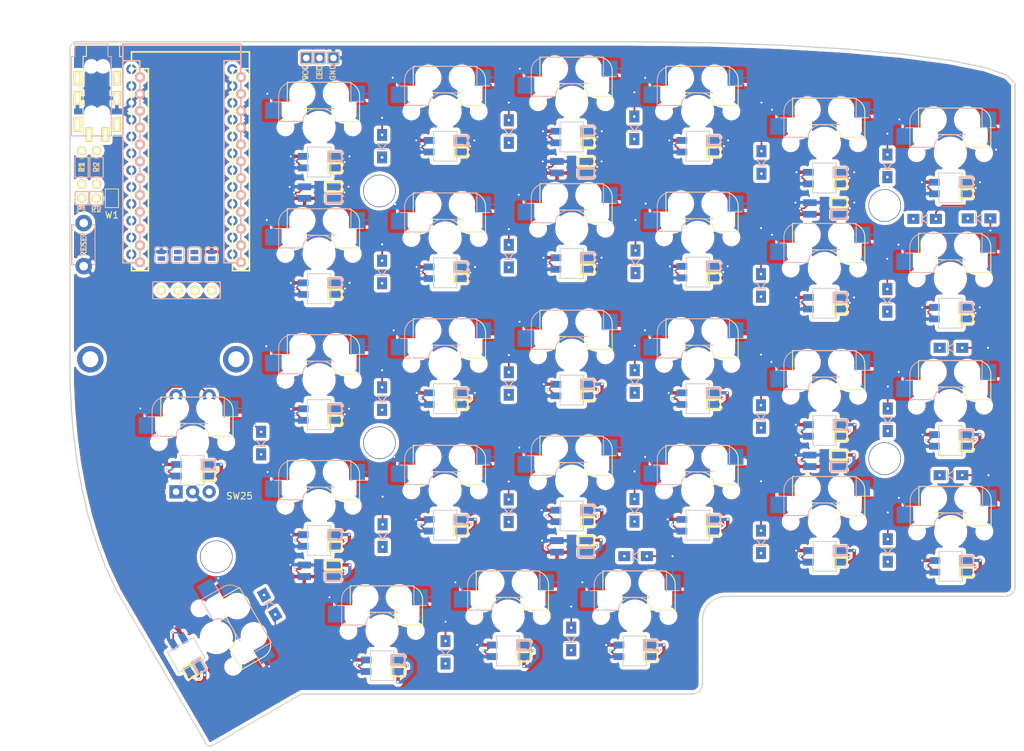
<source format=kicad_pcb>
(kicad_pcb (version 20171130) (host pcbnew "(5.1.5-0-10_14)")
  (layers (0 F.Cu signal) (31 B.Cu signal) (34 B.Paste user) (35 F.Paste user) (36 B.SilkS user) (37 F.SilkS user) (38 B.Mask user) (39 F.Mask user) (44 Edge.Cuts user))
  (net 0 "")
  (net 1 "Net-(D1-Pad2)")
  (net 2 row4)
  (net 3 "Net-(D2-Pad2)")
  (net 4 "Net-(D3-Pad2)")
  (net 5 row0)
  (net 6 "Net-(D4-Pad2)")
  (net 7 row1)
  (net 8 "Net-(D5-Pad2)")
  (net 9 row2)
  (net 10 "Net-(D6-Pad2)")
  (net 11 row3)
  (net 12 "Net-(D7-Pad2)")
  (net 13 "Net-(D8-Pad2)")
  (net 14 "Net-(D9-Pad2)")
  (net 15 "Net-(D10-Pad2)")
  (net 16 "Net-(D11-Pad2)")
  (net 17 "Net-(D12-Pad2)")
  (net 18 "Net-(D13-Pad2)")
  (net 19 "Net-(D14-Pad2)")
  (net 20 "Net-(D15-Pad2)")
  (net 21 "Net-(D16-Pad2)")
  (net 22 "Net-(D17-Pad2)")
  (net 23 "Net-(D18-Pad2)")
  (net 24 "Net-(D19-Pad2)")
  (net 25 "Net-(D20-Pad2)")
  (net 26 "Net-(D21-Pad2)")
  (net 27 "Net-(D22-Pad2)")
  (net 28 "Net-(D23-Pad2)")
  (net 29 "Net-(D24-Pad2)")
  (net 30 "Net-(D25-Pad2)")
  (net 31 "Net-(D26-Pad2)")
  (net 32 "Net-(D27-Pad2)")
  (net 33 "Net-(D28-Pad2)")
  (net 34 VCC)
  (net 35 GND)
  (net 36 col0)
  (net 37 col1)
  (net 38 col2)
  (net 39 col3)
  (net 40 col4)
  (net 41 col5)
  (net 42 SDA)
  (net 43 LED)
  (net 44 SCL)
  (net 45 RESET)
  (net 46 "Net-(D29-Pad2)")
  (net 47 "Net-(U1-Pad24)")
  (net 48 "Net-(U1-Pad20)")
  (net 49 DATA)
  (net 50 "Net-(J2-Pad4)")
  (net 51 "Net-(J2-Pad3)")
  (net 52 "Net-(J3-Pad1)")
  (net 53 "Net-(J3-Pad2)")
  (net 54 "Net-(J3-Pad3)")
  (net 55 "Net-(J3-Pad4)")
  (net 56 enc1)
  (net 57 enc2)
  (net 58 "Net-(L1-Pad3)")
  (net 59 "Net-(L1-Pad1)")
  (net 60 "Net-(L2-Pad1)")
  (net 61 "Net-(L3-Pad1)")
  (net 62 "Net-(L4-Pad1)")
  (net 63 "Net-(L5-Pad1)")
  (net 64 "Net-(L12-Pad3)")
  (net 65 "Net-(L7-Pad3)")
  (net 66 "Net-(L13-Pad3)")
  (net 67 "Net-(L8-Pad3)")
  (net 68 "Net-(L10-Pad1)")
  (net 69 "Net-(L10-Pad3)")
  (net 70 "Net-(L11-Pad3)")
  (net 71 "Net-(L13-Pad1)")
  (net 72 "Net-(L14-Pad1)")
  (net 73 "Net-(L15-Pad1)")
  (net 74 "Net-(L16-Pad1)")
  (net 75 "Net-(L17-Pad1)")
  (net 76 "Net-(L18-Pad1)")
  (net 77 "Net-(L19-Pad3)")
  (net 78 "Net-(L19-Pad1)")
  (net 79 "Net-(L20-Pad3)")
  (net 80 "Net-(L21-Pad3)")
  (net 81 "Net-(L22-Pad3)")
  (net 82 "Net-(L23-Pad3)")
  (net 83 "Net-(L25-Pad1)")
  (net 84 "Net-(L26-Pad1)")
  (net 85 "Net-(L27-Pad1)")
  (net 86 "Net-(L28-Pad1)")
  (net 87 "Net-(L29-Pad1)")
  (net 88 "Net-(L30-Pad3)")
  (net 89 "Net-(L31-Pad3)")
  (net 90 "Net-(L32-Pad3)")
  (net 91 "Net-(L33-Pad1)")
  (net 92 "Net-(L34-Pad1)")
  (module fractory:RotaryEncoder_optional (layer F.Cu) (at 101.4 97.5)
    (fp_text reference SW25 (at 7.09 8.14 180) (layer F.SilkS))
    (fp_text value Rotary_Encoder_Switch)
    (pad 1 thru_hole circle (at 2.52 -7 90) (size 2 2) (drill 1) (layers *.Cu *.Mask) (net 41 col5))
    (pad 2 thru_hole circle (at -2.48 -7 90) (size 2 2) (drill 1) (layers *.Cu *.Mask) (net 30 "Net-(D25-Pad2)"))
    (pad B thru_hole circle (at 2.52 7.5 90) (size 2 2) (drill 1) (layers *.Cu *.Mask) (net 57 enc2))
    (pad C thru_hole circle (at 0.02 7.5 90) (size 2 2) (drill 1) (layers *.Cu *.Mask) (net 35 GND))
    (pad A thru_hole rect (at -2.48 7.5 90) (size 2 2) (drill 1) (layers *.Cu *.Mask) (net 56 enc1))
    (pad 2 smd rect (at 5.72 -5.07 180) (size 2.4 2.4) (layers B.Cu B.Paste B.Mask) (net 30 "Net-(D25-Pad2)"))
    (pad "" np_thru_hole circle (at -3.79 -2.530001 180) (size 3 3) (drill 3) (layers *.Cu *.Mask))
    (pad "" np_thru_hole circle (at -5.06 0.01) (size 1.7 1.7) (drill 1.7) (layers *.Cu *.Mask))
    (pad "" np_thru_hole circle (at 5.1 0.01) (size 1.7 1.7) (drill 1.7) (layers *.Cu *.Mask))
    (pad "" np_thru_hole circle (at 0.02 0.01 90) (size 4 4) (drill 4) (layers *.Cu *.Mask))
    (pad "" np_thru_hole circle (at 2.56 -5.07 180) (size 3 3) (drill 3) (layers *.Cu *.Mask))
    (pad 1 smd rect (at -6.88 -2.53 180) (size 2.5 2.5) (layers B.Cu B.Paste B.Mask) (net 41 col5))
    (pad 2 smd rect (at 6.92 -2.530001 180) (size 2.5 2.5) (layers F.Cu F.Paste F.Mask) (net 30 "Net-(D25-Pad2)"))
    (pad "" np_thru_hole circle (at -2.52 -5.07 180) (size 3 3) (drill 3) (layers *.Cu *.Mask))
    (pad 1 smd rect (at -5.68 -5.07 180) (size 2.4 2.4) (layers F.Cu F.Paste F.Mask) (net 41 col5))
    (pad "" np_thru_hole circle (at 3.83 -2.53 180) (size 3 3) (drill 3) (layers *.Cu *.Mask))
  )
  (module fractory:SK6812MINI (layer F.Cu) (at 120.5 55.25)
    (fp_text reference L1 hide)
    (fp_text value SK6812mini hide)
    (pad 4 smd rect (at 2.4 0.875) (size 1.6 1) (layers F.Cu F.Paste F.Mask) (net 34 VCC))
    (pad 3 smd rect (at 2.4 -0.875) (size 1.6 1) (layers F.Cu F.Paste F.Mask) (net 58 "Net-(L1-Pad3)"))
    (pad 1 smd rect (at -2.4 0.875) (size 1.6 1) (layers F.Cu F.Paste F.Mask) (net 59 "Net-(L1-Pad1)"))
    (pad 2 smd rect (at -2.4 -0.875) (size 1.6 1) (layers F.Cu F.Paste F.Mask) (net 35 GND))
    (pad 3 smd rect (at 2.4 0.875) (size 1.6 1) (layers B.Cu B.Paste B.Mask) (net 58 "Net-(L1-Pad3)"))
    (pad 4 smd rect (at 2.4 -0.875) (size 1.6 1) (layers B.Cu B.Paste B.Mask) (net 34 VCC))
    (pad 1 smd rect (at -2.4 -0.875) (size 1.6 1) (layers B.Cu B.Paste B.Mask) (net 59 "Net-(L1-Pad1)"))
    (pad 2 smd rect (at -2.4 0.875) (size 1.6 1) (layers B.Cu B.Paste B.Mask) (net 35 GND))
  )
  (module fractory:SK6812MINI (layer F.Cu) (at 101.4 101.75)
    (fp_text reference L25 hide)
    (fp_text value SK6812mini hide)
    (pad 4 smd rect (at 2.4 0.875) (size 1.6 1) (layers F.Cu F.Paste F.Mask) (net 34 VCC))
    (pad 3 smd rect (at 2.4 -0.875) (size 1.6 1) (layers F.Cu F.Paste F.Mask) (net 78 "Net-(L19-Pad1)"))
    (pad 1 smd rect (at -2.4 0.875) (size 1.6 1) (layers F.Cu F.Paste F.Mask) (net 83 "Net-(L25-Pad1)"))
    (pad 2 smd rect (at -2.4 -0.875) (size 1.6 1) (layers F.Cu F.Paste F.Mask) (net 35 GND))
    (pad 3 smd rect (at 2.4 0.875) (size 1.6 1) (layers B.Cu B.Paste B.Mask) (net 78 "Net-(L19-Pad1)"))
    (pad 4 smd rect (at 2.4 -0.875) (size 1.6 1) (layers B.Cu B.Paste B.Mask) (net 34 VCC))
    (pad 1 smd rect (at -2.4 -0.875) (size 1.6 1) (layers B.Cu B.Paste B.Mask) (net 83 "Net-(L25-Pad1)"))
    (pad 2 smd rect (at -2.4 0.875) (size 1.6 1) (layers B.Cu B.Paste B.Mask) (net 35 GND))
  )
  (module fractory:SK6812MINI (layer F.Cu) (at 168.1 129)
    (fp_text reference L29 hide)
    (fp_text value SK6812mini hide)
    (pad 2 smd rect (at -2.4 0.875) (size 1.6 1) (layers B.Cu B.Paste B.Mask) (net 35 GND))
    (pad 1 smd rect (at -2.4 -0.875) (size 1.6 1) (layers B.Cu B.Paste B.Mask) (net 87 "Net-(L29-Pad1)"))
    (pad 4 smd rect (at 2.4 -0.875) (size 1.6 1) (layers B.Cu B.Paste B.Mask) (net 34 VCC))
    (pad 3 smd rect (at 2.4 0.875) (size 1.6 1) (layers B.Cu B.Paste B.Mask) (net 86 "Net-(L28-Pad1)"))
    (pad 2 smd rect (at -2.4 -0.875) (size 1.6 1) (layers F.Cu F.Paste F.Mask) (net 35 GND))
    (pad 1 smd rect (at -2.4 0.875) (size 1.6 1) (layers F.Cu F.Paste F.Mask) (net 87 "Net-(L29-Pad1)"))
    (pad 3 smd rect (at 2.4 -0.875) (size 1.6 1) (layers F.Cu F.Paste F.Mask) (net 86 "Net-(L28-Pad1)"))
    (pad 4 smd rect (at 2.4 0.875) (size 1.6 1) (layers F.Cu F.Paste F.Mask) (net 34 VCC))
  )
  (module fractory:SK6812MINI (layer F.Cu) (at 149 129)
    (fp_text reference L28 hide)
    (fp_text value SK6812mini hide)
    (pad 2 smd rect (at -2.4 0.875) (size 1.6 1) (layers B.Cu B.Paste B.Mask) (net 35 GND))
    (pad 1 smd rect (at -2.4 -0.875) (size 1.6 1) (layers B.Cu B.Paste B.Mask) (net 86 "Net-(L28-Pad1)"))
    (pad 4 smd rect (at 2.4 -0.875) (size 1.6 1) (layers B.Cu B.Paste B.Mask) (net 34 VCC))
    (pad 3 smd rect (at 2.4 0.875) (size 1.6 1) (layers B.Cu B.Paste B.Mask) (net 85 "Net-(L27-Pad1)"))
    (pad 2 smd rect (at -2.4 -0.875) (size 1.6 1) (layers F.Cu F.Paste F.Mask) (net 35 GND))
    (pad 1 smd rect (at -2.4 0.875) (size 1.6 1) (layers F.Cu F.Paste F.Mask) (net 86 "Net-(L28-Pad1)"))
    (pad 3 smd rect (at 2.4 -0.875) (size 1.6 1) (layers F.Cu F.Paste F.Mask) (net 85 "Net-(L27-Pad1)"))
    (pad 4 smd rect (at 2.4 0.875) (size 1.6 1) (layers F.Cu F.Paste F.Mask) (net 34 VCC))
  )
  (module fractory:SK6812MINI (layer F.Cu) (at 130 131.25)
    (fp_text reference L27 hide)
    (fp_text value SK6812mini hide)
    (pad 2 smd rect (at -2.4 0.875) (size 1.6 1) (layers B.Cu B.Paste B.Mask) (net 35 GND))
    (pad 1 smd rect (at -2.4 -0.875) (size 1.6 1) (layers B.Cu B.Paste B.Mask) (net 85 "Net-(L27-Pad1)"))
    (pad 4 smd rect (at 2.4 -0.875) (size 1.6 1) (layers B.Cu B.Paste B.Mask) (net 34 VCC))
    (pad 3 smd rect (at 2.4 0.875) (size 1.6 1) (layers B.Cu B.Paste B.Mask) (net 84 "Net-(L26-Pad1)"))
    (pad 2 smd rect (at -2.4 -0.875) (size 1.6 1) (layers F.Cu F.Paste F.Mask) (net 35 GND))
    (pad 1 smd rect (at -2.4 0.875) (size 1.6 1) (layers F.Cu F.Paste F.Mask) (net 85 "Net-(L27-Pad1)"))
    (pad 3 smd rect (at 2.4 -0.875) (size 1.6 1) (layers F.Cu F.Paste F.Mask) (net 84 "Net-(L26-Pad1)"))
    (pad 4 smd rect (at 2.4 0.875) (size 1.6 1) (layers F.Cu F.Paste F.Mask) (net 34 VCC))
  )
  (module fractory:SK6812MINI (layer F.Cu) (at 100.453 129.625 300)
    (fp_text reference L26 hide)
    (fp_text value SK6812mini hide)
    (pad 4 smd rect (at 2.4 0.875 300) (size 1.6 1) (layers F.Cu F.Paste F.Mask) (net 34 VCC))
    (pad 3 smd rect (at 2.4 -0.875 300) (size 1.6 1) (layers F.Cu F.Paste F.Mask) (net 83 "Net-(L25-Pad1)"))
    (pad 1 smd rect (at -2.4 0.875 300) (size 1.6 1) (layers F.Cu F.Paste F.Mask) (net 84 "Net-(L26-Pad1)"))
    (pad 2 smd rect (at -2.4 -0.875 300) (size 1.6 1) (layers F.Cu F.Paste F.Mask) (net 35 GND))
    (pad 3 smd rect (at 2.4 0.875 300) (size 1.6 1) (layers B.Cu B.Paste B.Mask) (net 83 "Net-(L25-Pad1)"))
    (pad 4 smd rect (at 2.4 -0.875 300) (size 1.6 1) (layers B.Cu B.Paste B.Mask) (net 34 VCC))
    (pad 1 smd rect (at -2.4 -0.875 300) (size 1.6 1) (layers B.Cu B.Paste B.Mask) (net 84 "Net-(L26-Pad1)"))
    (pad 2 smd rect (at -2.4 0.875 300) (size 1.6 1) (layers B.Cu B.Paste B.Mask) (net 35 GND))
  )
  (module fractory:SK6812MINI (layer F.Cu) (at 215.75 116.25)
    (fp_text reference L24 hide)
    (fp_text value SK6812mini hide)
    (pad 4 smd rect (at 2.4 0.875) (size 1.6 1) (layers F.Cu F.Paste F.Mask) (net 34 VCC))
    (pad 3 smd rect (at 2.4 -0.875) (size 1.6 1) (layers F.Cu F.Paste F.Mask) (net 76 "Net-(L18-Pad1)"))
    (pad 1 smd rect (at -2.4 0.875) (size 1.6 1) (layers F.Cu F.Paste F.Mask) (net 82 "Net-(L23-Pad3)"))
    (pad 2 smd rect (at -2.4 -0.875) (size 1.6 1) (layers F.Cu F.Paste F.Mask) (net 35 GND))
    (pad 3 smd rect (at 2.4 0.875) (size 1.6 1) (layers B.Cu B.Paste B.Mask) (net 76 "Net-(L18-Pad1)"))
    (pad 4 smd rect (at 2.4 -0.875) (size 1.6 1) (layers B.Cu B.Paste B.Mask) (net 34 VCC))
    (pad 1 smd rect (at -2.4 -0.875) (size 1.6 1) (layers B.Cu B.Paste B.Mask) (net 82 "Net-(L23-Pad3)"))
    (pad 2 smd rect (at -2.4 0.875) (size 1.6 1) (layers B.Cu B.Paste B.Mask) (net 35 GND))
  )
  (module fractory:SK6812MINI (layer F.Cu) (at 196.7 114.75)
    (fp_text reference L23 hide)
    (fp_text value SK6812mini hide)
    (pad 4 smd rect (at 2.4 0.875) (size 1.6 1) (layers F.Cu F.Paste F.Mask) (net 34 VCC))
    (pad 3 smd rect (at 2.4 -0.875) (size 1.6 1) (layers F.Cu F.Paste F.Mask) (net 82 "Net-(L23-Pad3)"))
    (pad 1 smd rect (at -2.4 0.875) (size 1.6 1) (layers F.Cu F.Paste F.Mask) (net 81 "Net-(L22-Pad3)"))
    (pad 2 smd rect (at -2.4 -0.875) (size 1.6 1) (layers F.Cu F.Paste F.Mask) (net 35 GND))
    (pad 3 smd rect (at 2.4 0.875) (size 1.6 1) (layers B.Cu B.Paste B.Mask) (net 82 "Net-(L23-Pad3)"))
    (pad 4 smd rect (at 2.4 -0.875) (size 1.6 1) (layers B.Cu B.Paste B.Mask) (net 34 VCC))
    (pad 1 smd rect (at -2.4 -0.875) (size 1.6 1) (layers B.Cu B.Paste B.Mask) (net 81 "Net-(L22-Pad3)"))
    (pad 2 smd rect (at -2.4 0.875) (size 1.6 1) (layers B.Cu B.Paste B.Mask) (net 35 GND))
  )
  (module fractory:SK6812MINI (layer F.Cu) (at 177.6 110.05)
    (fp_text reference L22 hide)
    (fp_text value SK6812mini hide)
    (pad 4 smd rect (at 2.4 0.875) (size 1.6 1) (layers F.Cu F.Paste F.Mask) (net 34 VCC))
    (pad 3 smd rect (at 2.4 -0.875) (size 1.6 1) (layers F.Cu F.Paste F.Mask) (net 81 "Net-(L22-Pad3)"))
    (pad 1 smd rect (at -2.4 0.875) (size 1.6 1) (layers F.Cu F.Paste F.Mask) (net 80 "Net-(L21-Pad3)"))
    (pad 2 smd rect (at -2.4 -0.875) (size 1.6 1) (layers F.Cu F.Paste F.Mask) (net 35 GND))
    (pad 3 smd rect (at 2.4 0.875) (size 1.6 1) (layers B.Cu B.Paste B.Mask) (net 81 "Net-(L22-Pad3)"))
    (pad 4 smd rect (at 2.4 -0.875) (size 1.6 1) (layers B.Cu B.Paste B.Mask) (net 34 VCC))
    (pad 1 smd rect (at -2.4 -0.875) (size 1.6 1) (layers B.Cu B.Paste B.Mask) (net 80 "Net-(L21-Pad3)"))
    (pad 2 smd rect (at -2.4 0.875) (size 1.6 1) (layers B.Cu B.Paste B.Mask) (net 35 GND))
  )
  (module fractory:SK6812MINI (layer F.Cu) (at 158.6 108.65)
    (fp_text reference L21 hide)
    (fp_text value SK6812mini hide)
    (pad 4 smd rect (at 2.4 0.875) (size 1.6 1) (layers F.Cu F.Paste F.Mask) (net 34 VCC))
    (pad 3 smd rect (at 2.4 -0.875) (size 1.6 1) (layers F.Cu F.Paste F.Mask) (net 80 "Net-(L21-Pad3)"))
    (pad 1 smd rect (at -2.4 0.875) (size 1.6 1) (layers F.Cu F.Paste F.Mask) (net 79 "Net-(L20-Pad3)"))
    (pad 2 smd rect (at -2.4 -0.875) (size 1.6 1) (layers F.Cu F.Paste F.Mask) (net 35 GND))
    (pad 3 smd rect (at 2.4 0.875) (size 1.6 1) (layers B.Cu B.Paste B.Mask) (net 80 "Net-(L21-Pad3)"))
    (pad 4 smd rect (at 2.4 -0.875) (size 1.6 1) (layers B.Cu B.Paste B.Mask) (net 34 VCC))
    (pad 1 smd rect (at -2.4 -0.875) (size 1.6 1) (layers B.Cu B.Paste B.Mask) (net 79 "Net-(L20-Pad3)"))
    (pad 2 smd rect (at -2.4 0.875) (size 1.6 1) (layers B.Cu B.Paste B.Mask) (net 35 GND))
  )
  (module fractory:SK6812MINI (layer F.Cu) (at 139.5 110.05)
    (fp_text reference L20 hide)
    (fp_text value SK6812mini hide)
    (pad 4 smd rect (at 2.4 0.875) (size 1.6 1) (layers F.Cu F.Paste F.Mask) (net 34 VCC))
    (pad 3 smd rect (at 2.4 -0.875) (size 1.6 1) (layers F.Cu F.Paste F.Mask) (net 79 "Net-(L20-Pad3)"))
    (pad 1 smd rect (at -2.4 0.875) (size 1.6 1) (layers F.Cu F.Paste F.Mask) (net 77 "Net-(L19-Pad3)"))
    (pad 2 smd rect (at -2.4 -0.875) (size 1.6 1) (layers F.Cu F.Paste F.Mask) (net 35 GND))
    (pad 3 smd rect (at 2.4 0.875) (size 1.6 1) (layers B.Cu B.Paste B.Mask) (net 79 "Net-(L20-Pad3)"))
    (pad 4 smd rect (at 2.4 -0.875) (size 1.6 1) (layers B.Cu B.Paste B.Mask) (net 34 VCC))
    (pad 1 smd rect (at -2.4 -0.875) (size 1.6 1) (layers B.Cu B.Paste B.Mask) (net 77 "Net-(L19-Pad3)"))
    (pad 2 smd rect (at -2.4 0.875) (size 1.6 1) (layers B.Cu B.Paste B.Mask) (net 35 GND))
  )
  (module fractory:SK6812MINI (layer F.Cu) (at 120.5 112.35)
    (fp_text reference L19 hide)
    (fp_text value SK6812mini hide)
    (pad 4 smd rect (at 2.4 0.875) (size 1.6 1) (layers F.Cu F.Paste F.Mask) (net 34 VCC))
    (pad 3 smd rect (at 2.4 -0.875) (size 1.6 1) (layers F.Cu F.Paste F.Mask) (net 77 "Net-(L19-Pad3)"))
    (pad 1 smd rect (at -2.4 0.875) (size 1.6 1) (layers F.Cu F.Paste F.Mask) (net 78 "Net-(L19-Pad1)"))
    (pad 2 smd rect (at -2.4 -0.875) (size 1.6 1) (layers F.Cu F.Paste F.Mask) (net 35 GND))
    (pad 3 smd rect (at 2.4 0.875) (size 1.6 1) (layers B.Cu B.Paste B.Mask) (net 77 "Net-(L19-Pad3)"))
    (pad 4 smd rect (at 2.4 -0.875) (size 1.6 1) (layers B.Cu B.Paste B.Mask) (net 34 VCC))
    (pad 1 smd rect (at -2.4 -0.875) (size 1.6 1) (layers B.Cu B.Paste B.Mask) (net 78 "Net-(L19-Pad1)"))
    (pad 2 smd rect (at -2.4 0.875) (size 1.6 1) (layers B.Cu B.Paste B.Mask) (net 35 GND))
  )
  (module fractory:SK6812MINI (layer F.Cu) (at 215.7 97.25)
    (fp_text reference L18 hide)
    (fp_text value SK6812mini hide)
    (pad 4 smd rect (at 2.4 0.875) (size 1.6 1) (layers F.Cu F.Paste F.Mask) (net 34 VCC))
    (pad 3 smd rect (at 2.4 -0.875) (size 1.6 1) (layers F.Cu F.Paste F.Mask) (net 75 "Net-(L17-Pad1)"))
    (pad 1 smd rect (at -2.4 0.875) (size 1.6 1) (layers F.Cu F.Paste F.Mask) (net 76 "Net-(L18-Pad1)"))
    (pad 2 smd rect (at -2.4 -0.875) (size 1.6 1) (layers F.Cu F.Paste F.Mask) (net 35 GND))
    (pad 3 smd rect (at 2.4 0.875) (size 1.6 1) (layers B.Cu B.Paste B.Mask) (net 75 "Net-(L17-Pad1)"))
    (pad 4 smd rect (at 2.4 -0.875) (size 1.6 1) (layers B.Cu B.Paste B.Mask) (net 34 VCC))
    (pad 1 smd rect (at -2.4 -0.875) (size 1.6 1) (layers B.Cu B.Paste B.Mask) (net 76 "Net-(L18-Pad1)"))
    (pad 2 smd rect (at -2.4 0.875) (size 1.6 1) (layers B.Cu B.Paste B.Mask) (net 35 GND))
  )
  (module fractory:SK6812MINI (layer F.Cu) (at 196.7 95.75)
    (fp_text reference L17 hide)
    (fp_text value SK6812mini hide)
    (pad 4 smd rect (at 2.4 0.875) (size 1.6 1) (layers F.Cu F.Paste F.Mask) (net 34 VCC))
    (pad 3 smd rect (at 2.4 -0.875) (size 1.6 1) (layers F.Cu F.Paste F.Mask) (net 74 "Net-(L16-Pad1)"))
    (pad 1 smd rect (at -2.4 0.875) (size 1.6 1) (layers F.Cu F.Paste F.Mask) (net 75 "Net-(L17-Pad1)"))
    (pad 2 smd rect (at -2.4 -0.875) (size 1.6 1) (layers F.Cu F.Paste F.Mask) (net 35 GND))
    (pad 3 smd rect (at 2.4 0.875) (size 1.6 1) (layers B.Cu B.Paste B.Mask) (net 74 "Net-(L16-Pad1)"))
    (pad 4 smd rect (at 2.4 -0.875) (size 1.6 1) (layers B.Cu B.Paste B.Mask) (net 34 VCC))
    (pad 1 smd rect (at -2.4 -0.875) (size 1.6 1) (layers B.Cu B.Paste B.Mask) (net 75 "Net-(L17-Pad1)"))
    (pad 2 smd rect (at -2.4 0.875) (size 1.6 1) (layers B.Cu B.Paste B.Mask) (net 35 GND))
  )
  (module fractory:SK6812MINI (layer F.Cu) (at 177.6 90.95)
    (fp_text reference L16 hide)
    (fp_text value SK6812mini hide)
    (pad 4 smd rect (at 2.4 0.875) (size 1.6 1) (layers F.Cu F.Paste F.Mask) (net 34 VCC))
    (pad 3 smd rect (at 2.4 -0.875) (size 1.6 1) (layers F.Cu F.Paste F.Mask) (net 73 "Net-(L15-Pad1)"))
    (pad 1 smd rect (at -2.4 0.875) (size 1.6 1) (layers F.Cu F.Paste F.Mask) (net 74 "Net-(L16-Pad1)"))
    (pad 2 smd rect (at -2.4 -0.875) (size 1.6 1) (layers F.Cu F.Paste F.Mask) (net 35 GND))
    (pad 3 smd rect (at 2.4 0.875) (size 1.6 1) (layers B.Cu B.Paste B.Mask) (net 73 "Net-(L15-Pad1)"))
    (pad 4 smd rect (at 2.4 -0.875) (size 1.6 1) (layers B.Cu B.Paste B.Mask) (net 34 VCC))
    (pad 1 smd rect (at -2.4 -0.875) (size 1.6 1) (layers B.Cu B.Paste B.Mask) (net 74 "Net-(L16-Pad1)"))
    (pad 2 smd rect (at -2.4 0.875) (size 1.6 1) (layers B.Cu B.Paste B.Mask) (net 35 GND))
  )
  (module fractory:SK6812MINI (layer F.Cu) (at 158.6 89.65)
    (fp_text reference L15 hide)
    (fp_text value SK6812mini hide)
    (pad 4 smd rect (at 2.4 0.875) (size 1.6 1) (layers F.Cu F.Paste F.Mask) (net 34 VCC))
    (pad 3 smd rect (at 2.4 -0.875) (size 1.6 1) (layers F.Cu F.Paste F.Mask) (net 72 "Net-(L14-Pad1)"))
    (pad 1 smd rect (at -2.4 0.875) (size 1.6 1) (layers F.Cu F.Paste F.Mask) (net 73 "Net-(L15-Pad1)"))
    (pad 2 smd rect (at -2.4 -0.875) (size 1.6 1) (layers F.Cu F.Paste F.Mask) (net 35 GND))
    (pad 3 smd rect (at 2.4 0.875) (size 1.6 1) (layers B.Cu B.Paste B.Mask) (net 72 "Net-(L14-Pad1)"))
    (pad 4 smd rect (at 2.4 -0.875) (size 1.6 1) (layers B.Cu B.Paste B.Mask) (net 34 VCC))
    (pad 1 smd rect (at -2.4 -0.875) (size 1.6 1) (layers B.Cu B.Paste B.Mask) (net 73 "Net-(L15-Pad1)"))
    (pad 2 smd rect (at -2.4 0.875) (size 1.6 1) (layers B.Cu B.Paste B.Mask) (net 35 GND))
  )
  (module fractory:SK6812MINI (layer F.Cu) (at 139.5 90.95)
    (fp_text reference L14 hide)
    (fp_text value SK6812mini hide)
    (pad 4 smd rect (at 2.4 0.875) (size 1.6 1) (layers F.Cu F.Paste F.Mask) (net 34 VCC))
    (pad 3 smd rect (at 2.4 -0.875) (size 1.6 1) (layers F.Cu F.Paste F.Mask) (net 71 "Net-(L13-Pad1)"))
    (pad 1 smd rect (at -2.4 0.875) (size 1.6 1) (layers F.Cu F.Paste F.Mask) (net 72 "Net-(L14-Pad1)"))
    (pad 2 smd rect (at -2.4 -0.875) (size 1.6 1) (layers F.Cu F.Paste F.Mask) (net 35 GND))
    (pad 3 smd rect (at 2.4 0.875) (size 1.6 1) (layers B.Cu B.Paste B.Mask) (net 71 "Net-(L13-Pad1)"))
    (pad 4 smd rect (at 2.4 -0.875) (size 1.6 1) (layers B.Cu B.Paste B.Mask) (net 34 VCC))
    (pad 1 smd rect (at -2.4 -0.875) (size 1.6 1) (layers B.Cu B.Paste B.Mask) (net 72 "Net-(L14-Pad1)"))
    (pad 2 smd rect (at -2.4 0.875) (size 1.6 1) (layers B.Cu B.Paste B.Mask) (net 35 GND))
  )
  (module fractory:SK6812MINI (layer F.Cu) (at 120.5 93.35)
    (fp_text reference L13 hide)
    (fp_text value SK6812mini hide)
    (pad 4 smd rect (at 2.4 0.875) (size 1.6 1) (layers F.Cu F.Paste F.Mask) (net 34 VCC))
    (pad 3 smd rect (at 2.4 -0.875) (size 1.6 1) (layers F.Cu F.Paste F.Mask) (net 66 "Net-(L13-Pad3)"))
    (pad 1 smd rect (at -2.4 0.875) (size 1.6 1) (layers F.Cu F.Paste F.Mask) (net 71 "Net-(L13-Pad1)"))
    (pad 2 smd rect (at -2.4 -0.875) (size 1.6 1) (layers F.Cu F.Paste F.Mask) (net 35 GND))
    (pad 3 smd rect (at 2.4 0.875) (size 1.6 1) (layers B.Cu B.Paste B.Mask) (net 66 "Net-(L13-Pad3)"))
    (pad 4 smd rect (at 2.4 -0.875) (size 1.6 1) (layers B.Cu B.Paste B.Mask) (net 34 VCC))
    (pad 1 smd rect (at -2.4 -0.875) (size 1.6 1) (layers B.Cu B.Paste B.Mask) (net 71 "Net-(L13-Pad1)"))
    (pad 2 smd rect (at -2.4 0.875) (size 1.6 1) (layers B.Cu B.Paste B.Mask) (net 35 GND))
  )
  (module fractory:SK6812MINI (layer F.Cu) (at 215.7 78.05)
    (fp_text reference L12 hide)
    (fp_text value SK6812mini hide)
    (pad 4 smd rect (at 2.4 0.875) (size 1.6 1) (layers F.Cu F.Paste F.Mask) (net 34 VCC))
    (pad 3 smd rect (at 2.4 -0.875) (size 1.6 1) (layers F.Cu F.Paste F.Mask) (net 64 "Net-(L12-Pad3)"))
    (pad 1 smd rect (at -2.4 0.875) (size 1.6 1) (layers F.Cu F.Paste F.Mask) (net 70 "Net-(L11-Pad3)"))
    (pad 2 smd rect (at -2.4 -0.875) (size 1.6 1) (layers F.Cu F.Paste F.Mask) (net 35 GND))
    (pad 3 smd rect (at 2.4 0.875) (size 1.6 1) (layers B.Cu B.Paste B.Mask) (net 64 "Net-(L12-Pad3)"))
    (pad 4 smd rect (at 2.4 -0.875) (size 1.6 1) (layers B.Cu B.Paste B.Mask) (net 34 VCC))
    (pad 1 smd rect (at -2.4 -0.875) (size 1.6 1) (layers B.Cu B.Paste B.Mask) (net 70 "Net-(L11-Pad3)"))
    (pad 2 smd rect (at -2.4 0.875) (size 1.6 1) (layers B.Cu B.Paste B.Mask) (net 35 GND))
  )
  (module fractory:SK6812MINI (layer F.Cu) (at 196.7 76.55)
    (fp_text reference L11 hide)
    (fp_text value SK6812mini hide)
    (pad 4 smd rect (at 2.4 0.875) (size 1.6 1) (layers F.Cu F.Paste F.Mask) (net 34 VCC))
    (pad 3 smd rect (at 2.4 -0.875) (size 1.6 1) (layers F.Cu F.Paste F.Mask) (net 70 "Net-(L11-Pad3)"))
    (pad 1 smd rect (at -2.4 0.875) (size 1.6 1) (layers F.Cu F.Paste F.Mask) (net 69 "Net-(L10-Pad3)"))
    (pad 2 smd rect (at -2.4 -0.875) (size 1.6 1) (layers F.Cu F.Paste F.Mask) (net 35 GND))
    (pad 3 smd rect (at 2.4 0.875) (size 1.6 1) (layers B.Cu B.Paste B.Mask) (net 70 "Net-(L11-Pad3)"))
    (pad 4 smd rect (at 2.4 -0.875) (size 1.6 1) (layers B.Cu B.Paste B.Mask) (net 34 VCC))
    (pad 1 smd rect (at -2.4 -0.875) (size 1.6 1) (layers B.Cu B.Paste B.Mask) (net 69 "Net-(L10-Pad3)"))
    (pad 2 smd rect (at -2.4 0.875) (size 1.6 1) (layers B.Cu B.Paste B.Mask) (net 35 GND))
  )
  (module fractory:SK6812MINI (layer F.Cu) (at 177.6 71.85)
    (fp_text reference L10 hide)
    (fp_text value SK6812mini hide)
    (pad 4 smd rect (at 2.4 0.875) (size 1.6 1) (layers F.Cu F.Paste F.Mask) (net 34 VCC))
    (pad 3 smd rect (at 2.4 -0.875) (size 1.6 1) (layers F.Cu F.Paste F.Mask) (net 69 "Net-(L10-Pad3)"))
    (pad 1 smd rect (at -2.4 0.875) (size 1.6 1) (layers F.Cu F.Paste F.Mask) (net 68 "Net-(L10-Pad1)"))
    (pad 2 smd rect (at -2.4 -0.875) (size 1.6 1) (layers F.Cu F.Paste F.Mask) (net 35 GND))
    (pad 3 smd rect (at 2.4 0.875) (size 1.6 1) (layers B.Cu B.Paste B.Mask) (net 69 "Net-(L10-Pad3)"))
    (pad 4 smd rect (at 2.4 -0.875) (size 1.6 1) (layers B.Cu B.Paste B.Mask) (net 34 VCC))
    (pad 1 smd rect (at -2.4 -0.875) (size 1.6 1) (layers B.Cu B.Paste B.Mask) (net 68 "Net-(L10-Pad1)"))
    (pad 2 smd rect (at -2.4 0.875) (size 1.6 1) (layers B.Cu B.Paste B.Mask) (net 35 GND))
  )
  (module fractory:SK6812MINI (layer F.Cu) (at 158.6 70.55)
    (fp_text reference L9 hide)
    (fp_text value SK6812mini hide)
    (pad 4 smd rect (at 2.4 0.875) (size 1.6 1) (layers F.Cu F.Paste F.Mask) (net 34 VCC))
    (pad 3 smd rect (at 2.4 -0.875) (size 1.6 1) (layers F.Cu F.Paste F.Mask) (net 68 "Net-(L10-Pad1)"))
    (pad 1 smd rect (at -2.4 0.875) (size 1.6 1) (layers F.Cu F.Paste F.Mask) (net 67 "Net-(L8-Pad3)"))
    (pad 2 smd rect (at -2.4 -0.875) (size 1.6 1) (layers F.Cu F.Paste F.Mask) (net 35 GND))
    (pad 3 smd rect (at 2.4 0.875) (size 1.6 1) (layers B.Cu B.Paste B.Mask) (net 68 "Net-(L10-Pad1)"))
    (pad 4 smd rect (at 2.4 -0.875) (size 1.6 1) (layers B.Cu B.Paste B.Mask) (net 34 VCC))
    (pad 1 smd rect (at -2.4 -0.875) (size 1.6 1) (layers B.Cu B.Paste B.Mask) (net 67 "Net-(L8-Pad3)"))
    (pad 2 smd rect (at -2.4 0.875) (size 1.6 1) (layers B.Cu B.Paste B.Mask) (net 35 GND))
  )
  (module fractory:SK6812MINI (layer F.Cu) (at 139.5 71.95)
    (fp_text reference L8 hide)
    (fp_text value SK6812mini hide)
    (pad 4 smd rect (at 2.4 0.875) (size 1.6 1) (layers F.Cu F.Paste F.Mask) (net 34 VCC))
    (pad 3 smd rect (at 2.4 -0.875) (size 1.6 1) (layers F.Cu F.Paste F.Mask) (net 67 "Net-(L8-Pad3)"))
    (pad 1 smd rect (at -2.4 0.875) (size 1.6 1) (layers F.Cu F.Paste F.Mask) (net 65 "Net-(L7-Pad3)"))
    (pad 2 smd rect (at -2.4 -0.875) (size 1.6 1) (layers F.Cu F.Paste F.Mask) (net 35 GND))
    (pad 3 smd rect (at 2.4 0.875) (size 1.6 1) (layers B.Cu B.Paste B.Mask) (net 67 "Net-(L8-Pad3)"))
    (pad 4 smd rect (at 2.4 -0.875) (size 1.6 1) (layers B.Cu B.Paste B.Mask) (net 34 VCC))
    (pad 1 smd rect (at -2.4 -0.875) (size 1.6 1) (layers B.Cu B.Paste B.Mask) (net 65 "Net-(L7-Pad3)"))
    (pad 2 smd rect (at -2.4 0.875) (size 1.6 1) (layers B.Cu B.Paste B.Mask) (net 35 GND))
  )
  (module fractory:SK6812MINI (layer F.Cu) (at 120.5 74.35)
    (fp_text reference L7 hide)
    (fp_text value SK6812mini hide)
    (pad 4 smd rect (at 2.4 0.875) (size 1.6 1) (layers F.Cu F.Paste F.Mask) (net 34 VCC))
    (pad 3 smd rect (at 2.4 -0.875) (size 1.6 1) (layers F.Cu F.Paste F.Mask) (net 65 "Net-(L7-Pad3)"))
    (pad 1 smd rect (at -2.4 0.875) (size 1.6 1) (layers F.Cu F.Paste F.Mask) (net 66 "Net-(L13-Pad3)"))
    (pad 2 smd rect (at -2.4 -0.875) (size 1.6 1) (layers F.Cu F.Paste F.Mask) (net 35 GND))
    (pad 3 smd rect (at 2.4 0.875) (size 1.6 1) (layers B.Cu B.Paste B.Mask) (net 65 "Net-(L7-Pad3)"))
    (pad 4 smd rect (at 2.4 -0.875) (size 1.6 1) (layers B.Cu B.Paste B.Mask) (net 34 VCC))
    (pad 1 smd rect (at -2.4 -0.875) (size 1.6 1) (layers B.Cu B.Paste B.Mask) (net 66 "Net-(L13-Pad3)"))
    (pad 2 smd rect (at -2.4 0.875) (size 1.6 1) (layers B.Cu B.Paste B.Mask) (net 35 GND))
  )
  (module fractory:SK6812MINI (layer F.Cu) (at 215.7 59.15)
    (fp_text reference L6 hide)
    (fp_text value SK6812mini hide)
    (pad 4 smd rect (at 2.4 0.875) (size 1.6 1) (layers F.Cu F.Paste F.Mask) (net 34 VCC))
    (pad 3 smd rect (at 2.4 -0.875) (size 1.6 1) (layers F.Cu F.Paste F.Mask) (net 63 "Net-(L5-Pad1)"))
    (pad 1 smd rect (at -2.4 0.875) (size 1.6 1) (layers F.Cu F.Paste F.Mask) (net 64 "Net-(L12-Pad3)"))
    (pad 2 smd rect (at -2.4 -0.875) (size 1.6 1) (layers F.Cu F.Paste F.Mask) (net 35 GND))
    (pad 3 smd rect (at 2.4 0.875) (size 1.6 1) (layers B.Cu B.Paste B.Mask) (net 63 "Net-(L5-Pad1)"))
    (pad 4 smd rect (at 2.4 -0.875) (size 1.6 1) (layers B.Cu B.Paste B.Mask) (net 34 VCC))
    (pad 1 smd rect (at -2.4 -0.875) (size 1.6 1) (layers B.Cu B.Paste B.Mask) (net 64 "Net-(L12-Pad3)"))
    (pad 2 smd rect (at -2.4 0.875) (size 1.6 1) (layers B.Cu B.Paste B.Mask) (net 35 GND))
  )
  (module fractory:SK6812MINI (layer F.Cu) (at 196.7 57.65)
    (fp_text reference L5 hide)
    (fp_text value SK6812mini hide)
    (pad 4 smd rect (at 2.4 0.875) (size 1.6 1) (layers F.Cu F.Paste F.Mask) (net 34 VCC))
    (pad 3 smd rect (at 2.4 -0.875) (size 1.6 1) (layers F.Cu F.Paste F.Mask) (net 62 "Net-(L4-Pad1)"))
    (pad 1 smd rect (at -2.4 0.875) (size 1.6 1) (layers F.Cu F.Paste F.Mask) (net 63 "Net-(L5-Pad1)"))
    (pad 2 smd rect (at -2.4 -0.875) (size 1.6 1) (layers F.Cu F.Paste F.Mask) (net 35 GND))
    (pad 3 smd rect (at 2.4 0.875) (size 1.6 1) (layers B.Cu B.Paste B.Mask) (net 62 "Net-(L4-Pad1)"))
    (pad 4 smd rect (at 2.4 -0.875) (size 1.6 1) (layers B.Cu B.Paste B.Mask) (net 34 VCC))
    (pad 1 smd rect (at -2.4 -0.875) (size 1.6 1) (layers B.Cu B.Paste B.Mask) (net 63 "Net-(L5-Pad1)"))
    (pad 2 smd rect (at -2.4 0.875) (size 1.6 1) (layers B.Cu B.Paste B.Mask) (net 35 GND))
  )
  (module fractory:SK6812MINI (layer F.Cu) (at 177.6 52.85)
    (fp_text reference L4 hide)
    (fp_text value SK6812mini hide)
    (pad 4 smd rect (at 2.4 0.875) (size 1.6 1) (layers F.Cu F.Paste F.Mask) (net 34 VCC))
    (pad 3 smd rect (at 2.4 -0.875) (size 1.6 1) (layers F.Cu F.Paste F.Mask) (net 61 "Net-(L3-Pad1)"))
    (pad 1 smd rect (at -2.4 0.875) (size 1.6 1) (layers F.Cu F.Paste F.Mask) (net 62 "Net-(L4-Pad1)"))
    (pad 2 smd rect (at -2.4 -0.875) (size 1.6 1) (layers F.Cu F.Paste F.Mask) (net 35 GND))
    (pad 3 smd rect (at 2.4 0.875) (size 1.6 1) (layers B.Cu B.Paste B.Mask) (net 61 "Net-(L3-Pad1)"))
    (pad 4 smd rect (at 2.4 -0.875) (size 1.6 1) (layers B.Cu B.Paste B.Mask) (net 34 VCC))
    (pad 1 smd rect (at -2.4 -0.875) (size 1.6 1) (layers B.Cu B.Paste B.Mask) (net 62 "Net-(L4-Pad1)"))
    (pad 2 smd rect (at -2.4 0.875) (size 1.6 1) (layers B.Cu B.Paste B.Mask) (net 35 GND))
  )
  (module fractory:SK6812MINI (layer F.Cu) (at 158.6 51.46)
    (fp_text reference L3 hide)
    (fp_text value SK6812mini hide)
    (pad 4 smd rect (at 2.4 0.875) (size 1.6 1) (layers F.Cu F.Paste F.Mask) (net 34 VCC))
    (pad 3 smd rect (at 2.4 -0.875) (size 1.6 1) (layers F.Cu F.Paste F.Mask) (net 60 "Net-(L2-Pad1)"))
    (pad 1 smd rect (at -2.4 0.875) (size 1.6 1) (layers F.Cu F.Paste F.Mask) (net 61 "Net-(L3-Pad1)"))
    (pad 2 smd rect (at -2.4 -0.875) (size 1.6 1) (layers F.Cu F.Paste F.Mask) (net 35 GND))
    (pad 3 smd rect (at 2.4 0.875) (size 1.6 1) (layers B.Cu B.Paste B.Mask) (net 60 "Net-(L2-Pad1)"))
    (pad 4 smd rect (at 2.4 -0.875) (size 1.6 1) (layers B.Cu B.Paste B.Mask) (net 34 VCC))
    (pad 1 smd rect (at -2.4 -0.875) (size 1.6 1) (layers B.Cu B.Paste B.Mask) (net 61 "Net-(L3-Pad1)"))
    (pad 2 smd rect (at -2.4 0.875) (size 1.6 1) (layers B.Cu B.Paste B.Mask) (net 35 GND))
  )
  (module fractory:SK6812MINI (layer F.Cu) (at 139.5 52.85)
    (fp_text reference L2 hide)
    (fp_text value SK6812mini hide)
    (pad 4 smd rect (at 2.4 0.875) (size 1.6 1) (layers F.Cu F.Paste F.Mask) (net 34 VCC))
    (pad 3 smd rect (at 2.4 -0.875) (size 1.6 1) (layers F.Cu F.Paste F.Mask) (net 59 "Net-(L1-Pad1)"))
    (pad 1 smd rect (at -2.4 0.875) (size 1.6 1) (layers F.Cu F.Paste F.Mask) (net 60 "Net-(L2-Pad1)"))
    (pad 2 smd rect (at -2.4 -0.875) (size 1.6 1) (layers F.Cu F.Paste F.Mask) (net 35 GND))
    (pad 3 smd rect (at 2.4 0.875) (size 1.6 1) (layers B.Cu B.Paste B.Mask) (net 59 "Net-(L1-Pad1)"))
    (pad 4 smd rect (at 2.4 -0.875) (size 1.6 1) (layers B.Cu B.Paste B.Mask) (net 34 VCC))
    (pad 1 smd rect (at -2.4 -0.875) (size 1.6 1) (layers B.Cu B.Paste B.Mask) (net 60 "Net-(L2-Pad1)"))
    (pad 2 smd rect (at -2.4 0.875) (size 1.6 1) (layers B.Cu B.Paste B.Mask) (net 35 GND))
  )
  (module fractory:SK6812MINI_underglow (layer F.Cu) (at 196.69 100.325)
    (fp_text reference L35 hide)
    (fp_text value SK6812mini hide)
    (pad 2 smd rect (at -2.2 -0.875) (size 2 1) (layers B.Cu B.Paste B.Mask) (net 35 GND))
    (pad 1 smd rect (at -2.2 0.875) (size 2 1) (layers B.Cu B.Paste B.Mask) (net 90 "Net-(L32-Pad3)"))
    (pad 4 smd rect (at 2.2 0.875) (size 2 1) (layers B.Cu B.Paste B.Mask) (net 34 VCC))
    (pad 3 smd rect (at 2.2 -0.875) (size 2 1) (layers B.Cu B.Paste B.Mask) (net 92 "Net-(L34-Pad1)"))
    (pad 2 smd rect (at -2.2 0.875) (size 2 1) (layers F.Cu F.Paste F.Mask) (net 35 GND))
    (pad 1 smd rect (at -2.2 -0.875) (size 2 1) (layers F.Cu F.Paste F.Mask) (net 90 "Net-(L32-Pad3)"))
    (pad 3 smd rect (at 2.2 0.875) (size 2 1) (layers F.Cu F.Paste F.Mask) (net 92 "Net-(L34-Pad1)"))
    (pad 4 smd rect (at 2.2 -0.875) (size 2 1) (layers F.Cu F.Paste F.Mask) (net 34 VCC))
  )
  (module fractory:SK6812MINI_underglow (layer F.Cu) (at 158.57 113.25)
    (fp_text reference L34 hide)
    (fp_text value SK6812mini hide)
    (pad 2 smd rect (at -2.2 -0.875) (size 2 1) (layers B.Cu B.Paste B.Mask) (net 35 GND))
    (pad 1 smd rect (at -2.2 0.875) (size 2 1) (layers B.Cu B.Paste B.Mask) (net 92 "Net-(L34-Pad1)"))
    (pad 4 smd rect (at 2.2 0.875) (size 2 1) (layers B.Cu B.Paste B.Mask) (net 34 VCC))
    (pad 3 smd rect (at 2.2 -0.875) (size 2 1) (layers B.Cu B.Paste B.Mask) (net 91 "Net-(L33-Pad1)"))
    (pad 2 smd rect (at -2.2 0.875) (size 2 1) (layers F.Cu F.Paste F.Mask) (net 35 GND))
    (pad 1 smd rect (at -2.2 -0.875) (size 2 1) (layers F.Cu F.Paste F.Mask) (net 92 "Net-(L34-Pad1)"))
    (pad 3 smd rect (at 2.2 0.875) (size 2 1) (layers F.Cu F.Paste F.Mask) (net 91 "Net-(L33-Pad1)"))
    (pad 4 smd rect (at 2.2 -0.875) (size 2 1) (layers F.Cu F.Paste F.Mask) (net 34 VCC))
  )
  (module fractory:SK6812MINI_underglow (layer F.Cu) (at 120.46 116.92)
    (fp_text reference L33 hide)
    (fp_text value SK6812mini hide)
    (pad 2 smd rect (at -2.2 -0.875) (size 2 1) (layers B.Cu B.Paste B.Mask) (net 35 GND))
    (pad 1 smd rect (at -2.2 0.875) (size 2 1) (layers B.Cu B.Paste B.Mask) (net 91 "Net-(L33-Pad1)"))
    (pad 4 smd rect (at 2.2 0.875) (size 2 1) (layers B.Cu B.Paste B.Mask) (net 34 VCC))
    (pad 3 smd rect (at 2.2 -0.875) (size 2 1) (layers B.Cu B.Paste B.Mask) (net 43 LED))
    (pad 2 smd rect (at -2.2 0.875) (size 2 1) (layers F.Cu F.Paste F.Mask) (net 35 GND))
    (pad 1 smd rect (at -2.2 -0.875) (size 2 1) (layers F.Cu F.Paste F.Mask) (net 91 "Net-(L33-Pad1)"))
    (pad 3 smd rect (at 2.2 0.875) (size 2 1) (layers F.Cu F.Paste F.Mask) (net 43 LED))
    (pad 4 smd rect (at 2.2 -0.875) (size 2 1) (layers F.Cu F.Paste F.Mask) (net 34 VCC))
  )
  (module fractory:SK6812MINI_underglow (layer F.Cu) (at 196.72 62.24)
    (fp_text reference L32 hide)
    (fp_text value SK6812mini hide)
    (pad 2 smd rect (at -2.2 -0.875) (size 2 1) (layers B.Cu B.Paste B.Mask) (net 35 GND))
    (pad 1 smd rect (at -2.2 0.875) (size 2 1) (layers B.Cu B.Paste B.Mask) (net 89 "Net-(L31-Pad3)"))
    (pad 4 smd rect (at 2.2 0.875) (size 2 1) (layers B.Cu B.Paste B.Mask) (net 34 VCC))
    (pad 3 smd rect (at 2.2 -0.875) (size 2 1) (layers B.Cu B.Paste B.Mask) (net 90 "Net-(L32-Pad3)"))
    (pad 2 smd rect (at -2.2 0.875) (size 2 1) (layers F.Cu F.Paste F.Mask) (net 35 GND))
    (pad 1 smd rect (at -2.2 -0.875) (size 2 1) (layers F.Cu F.Paste F.Mask) (net 89 "Net-(L31-Pad3)"))
    (pad 3 smd rect (at 2.2 0.875) (size 2 1) (layers F.Cu F.Paste F.Mask) (net 90 "Net-(L32-Pad3)"))
    (pad 4 smd rect (at 2.2 -0.875) (size 2 1) (layers F.Cu F.Paste F.Mask) (net 34 VCC))
  )
  (module fractory:SK6812MINI_underglow (layer F.Cu) (at 158.57 56.02)
    (fp_text reference L31 hide)
    (fp_text value SK6812mini hide)
    (pad 2 smd rect (at -2.2 -0.875) (size 2 1) (layers B.Cu B.Paste B.Mask) (net 35 GND))
    (pad 1 smd rect (at -2.2 0.875) (size 2 1) (layers B.Cu B.Paste B.Mask) (net 88 "Net-(L30-Pad3)"))
    (pad 4 smd rect (at 2.2 0.875) (size 2 1) (layers B.Cu B.Paste B.Mask) (net 34 VCC))
    (pad 3 smd rect (at 2.2 -0.875) (size 2 1) (layers B.Cu B.Paste B.Mask) (net 89 "Net-(L31-Pad3)"))
    (pad 2 smd rect (at -2.2 0.875) (size 2 1) (layers F.Cu F.Paste F.Mask) (net 35 GND))
    (pad 1 smd rect (at -2.2 -0.875) (size 2 1) (layers F.Cu F.Paste F.Mask) (net 88 "Net-(L30-Pad3)"))
    (pad 3 smd rect (at 2.2 0.875) (size 2 1) (layers F.Cu F.Paste F.Mask) (net 89 "Net-(L31-Pad3)"))
    (pad 4 smd rect (at 2.2 -0.875) (size 2 1) (layers F.Cu F.Paste F.Mask) (net 34 VCC))
  )
  (module fractory:SK6812MINI_underglow (layer F.Cu) (at 120.5 59.84)
    (fp_text reference L30 hide)
    (fp_text value SK6812mini hide)
    (pad 2 smd rect (at -2.2 -0.875) (size 2 1) (layers B.Cu B.Paste B.Mask) (net 35 GND))
    (pad 1 smd rect (at -2.2 0.875) (size 2 1) (layers B.Cu B.Paste B.Mask) (net 58 "Net-(L1-Pad3)"))
    (pad 4 smd rect (at 2.2 0.875) (size 2 1) (layers B.Cu B.Paste B.Mask) (net 34 VCC))
    (pad 3 smd rect (at 2.2 -0.875) (size 2 1) (layers B.Cu B.Paste B.Mask) (net 88 "Net-(L30-Pad3)"))
    (pad 2 smd rect (at -2.2 0.875) (size 2 1) (layers F.Cu F.Paste F.Mask) (net 35 GND))
    (pad 1 smd rect (at -2.2 -0.875) (size 2 1) (layers F.Cu F.Paste F.Mask) (net 58 "Net-(L1-Pad3)"))
    (pad 3 smd rect (at 2.2 0.875) (size 2 1) (layers F.Cu F.Paste F.Mask) (net 88 "Net-(L30-Pad3)"))
    (pad 4 smd rect (at 2.2 -0.875) (size 2 1) (layers F.Cu F.Paste F.Mask) (net 34 VCC))
  )
  (module fractory:MX_Choc_Hotswap (layer F.Cu) (at 120.5 50)
    (fp_text reference SW1 hide)
    (fp_text value SW_PUSH hide)
    (pad 2 smd rect (at 5.7 -5.08 180) (size 2.4 2.4) (layers B.Cu B.Paste B.Mask) (net 1 "Net-(D1-Pad2)"))
    (pad "" np_thru_hole circle (at -3.81 -2.540001 180) (size 3 3) (drill 3) (layers *.Cu *.Mask))
    (pad "" np_thru_hole circle (at -5.08 0) (size 1.7 1.7) (drill 1.7) (layers *.Cu *.Mask))
    (pad "" np_thru_hole circle (at 5.08 0) (size 1.7 1.7) (drill 1.7) (layers *.Cu *.Mask))
    (pad "" np_thru_hole circle (at 0 0 90) (size 4 4) (drill 4) (layers *.Cu *.Mask))
    (pad "" np_thru_hole circle (at 2.54 -5.08 180) (size 3 3) (drill 3) (layers *.Cu *.Mask))
    (pad 1 smd rect (at -6.9 -2.54 180) (size 2.5 2.5) (layers B.Cu B.Paste B.Mask) (net 41 col5))
    (pad 2 smd rect (at 6.9 -2.540001 180) (size 2.5 2.5) (layers F.Cu F.Paste F.Mask) (net 1 "Net-(D1-Pad2)"))
    (pad "" np_thru_hole circle (at -2.54 -5.08 180) (size 3 3) (drill 3) (layers *.Cu *.Mask))
    (pad 1 smd rect (at -5.7 -5.08 180) (size 2.4 2.4) (layers F.Cu F.Paste F.Mask) (net 41 col5))
    (pad "" np_thru_hole circle (at 3.81 -2.54 180) (size 3 3) (drill 3) (layers *.Cu *.Mask))
  )
  (module fractory:MX_Choc_Hotswap (layer F.Cu) (at 105 127 300)
    (fp_text reference SW26 hide)
    (fp_text value SW_PUSH hide)
    (pad 2 smd rect (at 5.7 -5.08 120) (size 2.4 2.4) (layers B.Cu B.Paste B.Mask) (net 31 "Net-(D26-Pad2)"))
    (pad "" np_thru_hole circle (at -3.81 -2.540001 120) (size 3 3) (drill 3) (layers *.Cu *.Mask))
    (pad "" np_thru_hole circle (at -5.08 0 300) (size 1.7 1.7) (drill 1.7) (layers *.Cu *.Mask))
    (pad "" np_thru_hole circle (at 5.08 0 300) (size 1.7 1.7) (drill 1.7) (layers *.Cu *.Mask))
    (pad "" np_thru_hole circle (at 0 0 30) (size 4 4) (drill 4) (layers *.Cu *.Mask))
    (pad "" np_thru_hole circle (at 2.54 -5.08 120) (size 3 3) (drill 3) (layers *.Cu *.Mask))
    (pad 1 smd rect (at -6.9 -2.54 120) (size 2.5 2.5) (layers B.Cu B.Paste B.Mask) (net 40 col4))
    (pad 2 smd rect (at 6.9 -2.540001 120) (size 2.5 2.5) (layers F.Cu F.Paste F.Mask) (net 31 "Net-(D26-Pad2)"))
    (pad "" np_thru_hole circle (at -2.54 -5.08 120) (size 3 3) (drill 3) (layers *.Cu *.Mask))
    (pad 1 smd rect (at -5.7 -5.08 120) (size 2.4 2.4) (layers F.Cu F.Paste F.Mask) (net 40 col4))
    (pad "" np_thru_hole circle (at 3.81 -2.54 120) (size 3 3) (drill 3) (layers *.Cu *.Mask))
  )
  (module fractory:MX_Choc_Hotswap (layer F.Cu) (at 120.5 69.1)
    (fp_text reference SW7 hide)
    (fp_text value SW_PUSH hide)
    (pad 2 smd rect (at 5.7 -5.08 180) (size 2.4 2.4) (layers B.Cu B.Paste B.Mask) (net 12 "Net-(D7-Pad2)"))
    (pad "" np_thru_hole circle (at -3.81 -2.540001 180) (size 3 3) (drill 3) (layers *.Cu *.Mask))
    (pad "" np_thru_hole circle (at -5.08 0) (size 1.7 1.7) (drill 1.7) (layers *.Cu *.Mask))
    (pad "" np_thru_hole circle (at 5.08 0) (size 1.7 1.7) (drill 1.7) (layers *.Cu *.Mask))
    (pad "" np_thru_hole circle (at 0 0 90) (size 4 4) (drill 4) (layers *.Cu *.Mask))
    (pad "" np_thru_hole circle (at 2.54 -5.08 180) (size 3 3) (drill 3) (layers *.Cu *.Mask))
    (pad 1 smd rect (at -6.9 -2.54 180) (size 2.5 2.5) (layers B.Cu B.Paste B.Mask) (net 41 col5))
    (pad 2 smd rect (at 6.9 -2.540001 180) (size 2.5 2.5) (layers F.Cu F.Paste F.Mask) (net 12 "Net-(D7-Pad2)"))
    (pad "" np_thru_hole circle (at -2.54 -5.08 180) (size 3 3) (drill 3) (layers *.Cu *.Mask))
    (pad 1 smd rect (at -5.7 -5.08 180) (size 2.4 2.4) (layers F.Cu F.Paste F.Mask) (net 41 col5))
    (pad "" np_thru_hole circle (at 3.81 -2.54 180) (size 3 3) (drill 3) (layers *.Cu *.Mask))
  )
  (module fractory:MX_Choc_Hotswap (layer F.Cu) (at 196.7 71.3)
    (fp_text reference SW11 hide)
    (fp_text value SW_PUSH hide)
    (pad 2 smd rect (at 5.7 -5.08 180) (size 2.4 2.4) (layers B.Cu B.Paste B.Mask) (net 16 "Net-(D11-Pad2)"))
    (pad "" np_thru_hole circle (at -3.81 -2.540001 180) (size 3 3) (drill 3) (layers *.Cu *.Mask))
    (pad "" np_thru_hole circle (at -5.08 0) (size 1.7 1.7) (drill 1.7) (layers *.Cu *.Mask))
    (pad "" np_thru_hole circle (at 5.08 0) (size 1.7 1.7) (drill 1.7) (layers *.Cu *.Mask))
    (pad "" np_thru_hole circle (at 0 0 90) (size 4 4) (drill 4) (layers *.Cu *.Mask))
    (pad "" np_thru_hole circle (at 2.54 -5.08 180) (size 3 3) (drill 3) (layers *.Cu *.Mask))
    (pad 1 smd rect (at -6.9 -2.54 180) (size 2.5 2.5) (layers B.Cu B.Paste B.Mask) (net 37 col1))
    (pad 2 smd rect (at 6.9 -2.540001 180) (size 2.5 2.5) (layers F.Cu F.Paste F.Mask) (net 16 "Net-(D11-Pad2)"))
    (pad "" np_thru_hole circle (at -2.54 -5.08 180) (size 3 3) (drill 3) (layers *.Cu *.Mask))
    (pad 1 smd rect (at -5.7 -5.08 180) (size 2.4 2.4) (layers F.Cu F.Paste F.Mask) (net 37 col1))
    (pad "" np_thru_hole circle (at 3.81 -2.54 180) (size 3 3) (drill 3) (layers *.Cu *.Mask))
  )
  (module fractory:MX_Choc_Hotswap (layer F.Cu) (at 168.1 123.75)
    (fp_text reference SW29 hide)
    (fp_text value SW_PUSH hide)
    (pad 2 smd rect (at 5.7 -5.08 180) (size 2.4 2.4) (layers B.Cu B.Paste B.Mask) (net 46 "Net-(D29-Pad2)"))
    (pad "" np_thru_hole circle (at -3.81 -2.540001 180) (size 3 3) (drill 3) (layers *.Cu *.Mask))
    (pad "" np_thru_hole circle (at -5.08 0) (size 1.7 1.7) (drill 1.7) (layers *.Cu *.Mask))
    (pad "" np_thru_hole circle (at 5.08 0) (size 1.7 1.7) (drill 1.7) (layers *.Cu *.Mask))
    (pad "" np_thru_hole circle (at 0 0 90) (size 4 4) (drill 4) (layers *.Cu *.Mask))
    (pad "" np_thru_hole circle (at 2.54 -5.08 180) (size 3 3) (drill 3) (layers *.Cu *.Mask))
    (pad 1 smd rect (at -6.9 -2.54 180) (size 2.5 2.5) (layers B.Cu B.Paste B.Mask) (net 37 col1))
    (pad 2 smd rect (at 6.9 -2.540001 180) (size 2.5 2.5) (layers F.Cu F.Paste F.Mask) (net 46 "Net-(D29-Pad2)"))
    (pad "" np_thru_hole circle (at -2.54 -5.08 180) (size 3 3) (drill 3) (layers *.Cu *.Mask))
    (pad 1 smd rect (at -5.7 -5.08 180) (size 2.4 2.4) (layers F.Cu F.Paste F.Mask) (net 37 col1))
    (pad "" np_thru_hole circle (at 3.81 -2.54 180) (size 3 3) (drill 3) (layers *.Cu *.Mask))
  )
  (module fractory:MX_Choc_Hotswap (layer F.Cu) (at 149 123.75)
    (fp_text reference SW28 hide)
    (fp_text value SW_PUSH hide)
    (pad 2 smd rect (at 5.7 -5.08 180) (size 2.4 2.4) (layers B.Cu B.Paste B.Mask) (net 33 "Net-(D28-Pad2)"))
    (pad "" np_thru_hole circle (at -3.81 -2.540001 180) (size 3 3) (drill 3) (layers *.Cu *.Mask))
    (pad "" np_thru_hole circle (at -5.08 0) (size 1.7 1.7) (drill 1.7) (layers *.Cu *.Mask))
    (pad "" np_thru_hole circle (at 5.08 0) (size 1.7 1.7) (drill 1.7) (layers *.Cu *.Mask))
    (pad "" np_thru_hole circle (at 0 0 90) (size 4 4) (drill 4) (layers *.Cu *.Mask))
    (pad "" np_thru_hole circle (at 2.54 -5.08 180) (size 3 3) (drill 3) (layers *.Cu *.Mask))
    (pad 1 smd rect (at -6.9 -2.54 180) (size 2.5 2.5) (layers B.Cu B.Paste B.Mask) (net 38 col2))
    (pad 2 smd rect (at 6.9 -2.540001 180) (size 2.5 2.5) (layers F.Cu F.Paste F.Mask) (net 33 "Net-(D28-Pad2)"))
    (pad "" np_thru_hole circle (at -2.54 -5.08 180) (size 3 3) (drill 3) (layers *.Cu *.Mask))
    (pad 1 smd rect (at -5.7 -5.08 180) (size 2.4 2.4) (layers F.Cu F.Paste F.Mask) (net 38 col2))
    (pad "" np_thru_hole circle (at 3.81 -2.54 180) (size 3 3) (drill 3) (layers *.Cu *.Mask))
  )
  (module fractory:MX_Choc_Hotswap (layer F.Cu) (at 130 126)
    (fp_text reference SW27 hide)
    (fp_text value SW_PUSH hide)
    (pad 2 smd rect (at 5.7 -5.08 180) (size 2.4 2.4) (layers B.Cu B.Paste B.Mask) (net 32 "Net-(D27-Pad2)"))
    (pad "" np_thru_hole circle (at -3.81 -2.540001 180) (size 3 3) (drill 3) (layers *.Cu *.Mask))
    (pad "" np_thru_hole circle (at -5.08 0) (size 1.7 1.7) (drill 1.7) (layers *.Cu *.Mask))
    (pad "" np_thru_hole circle (at 5.08 0) (size 1.7 1.7) (drill 1.7) (layers *.Cu *.Mask))
    (pad "" np_thru_hole circle (at 0 0 90) (size 4 4) (drill 4) (layers *.Cu *.Mask))
    (pad "" np_thru_hole circle (at 2.54 -5.08 180) (size 3 3) (drill 3) (layers *.Cu *.Mask))
    (pad 1 smd rect (at -6.9 -2.54 180) (size 2.5 2.5) (layers B.Cu B.Paste B.Mask) (net 39 col3))
    (pad 2 smd rect (at 6.9 -2.540001 180) (size 2.5 2.5) (layers F.Cu F.Paste F.Mask) (net 32 "Net-(D27-Pad2)"))
    (pad "" np_thru_hole circle (at -2.54 -5.08 180) (size 3 3) (drill 3) (layers *.Cu *.Mask))
    (pad 1 smd rect (at -5.7 -5.08 180) (size 2.4 2.4) (layers F.Cu F.Paste F.Mask) (net 39 col3))
    (pad "" np_thru_hole circle (at 3.81 -2.54 180) (size 3 3) (drill 3) (layers *.Cu *.Mask))
  )
  (module fractory:MX_Choc_Hotswap (layer F.Cu) (at 215.75 111)
    (fp_text reference SW24 hide)
    (fp_text value SW_PUSH hide)
    (pad 2 smd rect (at 5.7 -5.08 180) (size 2.4 2.4) (layers B.Cu B.Paste B.Mask) (net 29 "Net-(D24-Pad2)"))
    (pad "" np_thru_hole circle (at -3.81 -2.540001 180) (size 3 3) (drill 3) (layers *.Cu *.Mask))
    (pad "" np_thru_hole circle (at -5.08 0) (size 1.7 1.7) (drill 1.7) (layers *.Cu *.Mask))
    (pad "" np_thru_hole circle (at 5.08 0) (size 1.7 1.7) (drill 1.7) (layers *.Cu *.Mask))
    (pad "" np_thru_hole circle (at 0 0 90) (size 4 4) (drill 4) (layers *.Cu *.Mask))
    (pad "" np_thru_hole circle (at 2.54 -5.08 180) (size 3 3) (drill 3) (layers *.Cu *.Mask))
    (pad 1 smd rect (at -6.9 -2.54 180) (size 2.5 2.5) (layers B.Cu B.Paste B.Mask) (net 36 col0))
    (pad 2 smd rect (at 6.9 -2.540001 180) (size 2.5 2.5) (layers F.Cu F.Paste F.Mask) (net 29 "Net-(D24-Pad2)"))
    (pad "" np_thru_hole circle (at -2.54 -5.08 180) (size 3 3) (drill 3) (layers *.Cu *.Mask))
    (pad 1 smd rect (at -5.7 -5.08 180) (size 2.4 2.4) (layers F.Cu F.Paste F.Mask) (net 36 col0))
    (pad "" np_thru_hole circle (at 3.81 -2.54 180) (size 3 3) (drill 3) (layers *.Cu *.Mask))
  )
  (module fractory:MX_Choc_Hotswap (layer F.Cu) (at 196.7 109.5)
    (fp_text reference SW23 hide)
    (fp_text value SW_PUSH hide)
    (pad 2 smd rect (at 5.7 -5.08 180) (size 2.4 2.4) (layers B.Cu B.Paste B.Mask) (net 28 "Net-(D23-Pad2)"))
    (pad "" np_thru_hole circle (at -3.81 -2.540001 180) (size 3 3) (drill 3) (layers *.Cu *.Mask))
    (pad "" np_thru_hole circle (at -5.08 0) (size 1.7 1.7) (drill 1.7) (layers *.Cu *.Mask))
    (pad "" np_thru_hole circle (at 5.08 0) (size 1.7 1.7) (drill 1.7) (layers *.Cu *.Mask))
    (pad "" np_thru_hole circle (at 0 0 90) (size 4 4) (drill 4) (layers *.Cu *.Mask))
    (pad "" np_thru_hole circle (at 2.54 -5.08 180) (size 3 3) (drill 3) (layers *.Cu *.Mask))
    (pad 1 smd rect (at -6.9 -2.54 180) (size 2.5 2.5) (layers B.Cu B.Paste B.Mask) (net 37 col1))
    (pad 2 smd rect (at 6.9 -2.540001 180) (size 2.5 2.5) (layers F.Cu F.Paste F.Mask) (net 28 "Net-(D23-Pad2)"))
    (pad "" np_thru_hole circle (at -2.54 -5.08 180) (size 3 3) (drill 3) (layers *.Cu *.Mask))
    (pad 1 smd rect (at -5.7 -5.08 180) (size 2.4 2.4) (layers F.Cu F.Paste F.Mask) (net 37 col1))
    (pad "" np_thru_hole circle (at 3.81 -2.54 180) (size 3 3) (drill 3) (layers *.Cu *.Mask))
  )
  (module fractory:MX_Choc_Hotswap (layer F.Cu) (at 177.6 104.8)
    (fp_text reference SW22 hide)
    (fp_text value SW_PUSH hide)
    (pad 2 smd rect (at 5.7 -5.08 180) (size 2.4 2.4) (layers B.Cu B.Paste B.Mask) (net 27 "Net-(D22-Pad2)"))
    (pad "" np_thru_hole circle (at -3.81 -2.540001 180) (size 3 3) (drill 3) (layers *.Cu *.Mask))
    (pad "" np_thru_hole circle (at -5.08 0) (size 1.7 1.7) (drill 1.7) (layers *.Cu *.Mask))
    (pad "" np_thru_hole circle (at 5.08 0) (size 1.7 1.7) (drill 1.7) (layers *.Cu *.Mask))
    (pad "" np_thru_hole circle (at 0 0 90) (size 4 4) (drill 4) (layers *.Cu *.Mask))
    (pad "" np_thru_hole circle (at 2.54 -5.08 180) (size 3 3) (drill 3) (layers *.Cu *.Mask))
    (pad 1 smd rect (at -6.9 -2.54 180) (size 2.5 2.5) (layers B.Cu B.Paste B.Mask) (net 38 col2))
    (pad 2 smd rect (at 6.9 -2.540001 180) (size 2.5 2.5) (layers F.Cu F.Paste F.Mask) (net 27 "Net-(D22-Pad2)"))
    (pad "" np_thru_hole circle (at -2.54 -5.08 180) (size 3 3) (drill 3) (layers *.Cu *.Mask))
    (pad 1 smd rect (at -5.7 -5.08 180) (size 2.4 2.4) (layers F.Cu F.Paste F.Mask) (net 38 col2))
    (pad "" np_thru_hole circle (at 3.81 -2.54 180) (size 3 3) (drill 3) (layers *.Cu *.Mask))
  )
  (module fractory:MX_Choc_Hotswap (layer F.Cu) (at 158.6 103.4)
    (fp_text reference SW21 hide)
    (fp_text value SW_PUSH hide)
    (pad 2 smd rect (at 5.7 -5.08 180) (size 2.4 2.4) (layers B.Cu B.Paste B.Mask) (net 26 "Net-(D21-Pad2)"))
    (pad "" np_thru_hole circle (at -3.81 -2.540001 180) (size 3 3) (drill 3) (layers *.Cu *.Mask))
    (pad "" np_thru_hole circle (at -5.08 0) (size 1.7 1.7) (drill 1.7) (layers *.Cu *.Mask))
    (pad "" np_thru_hole circle (at 5.08 0) (size 1.7 1.7) (drill 1.7) (layers *.Cu *.Mask))
    (pad "" np_thru_hole circle (at 0 0 90) (size 4 4) (drill 4) (layers *.Cu *.Mask))
    (pad "" np_thru_hole circle (at 2.54 -5.08 180) (size 3 3) (drill 3) (layers *.Cu *.Mask))
    (pad 1 smd rect (at -6.9 -2.54 180) (size 2.5 2.5) (layers B.Cu B.Paste B.Mask) (net 39 col3))
    (pad 2 smd rect (at 6.9 -2.540001 180) (size 2.5 2.5) (layers F.Cu F.Paste F.Mask) (net 26 "Net-(D21-Pad2)"))
    (pad "" np_thru_hole circle (at -2.54 -5.08 180) (size 3 3) (drill 3) (layers *.Cu *.Mask))
    (pad 1 smd rect (at -5.7 -5.08 180) (size 2.4 2.4) (layers F.Cu F.Paste F.Mask) (net 39 col3))
    (pad "" np_thru_hole circle (at 3.81 -2.54 180) (size 3 3) (drill 3) (layers *.Cu *.Mask))
  )
  (module fractory:MX_Choc_Hotswap (layer F.Cu) (at 139.5 104.8)
    (fp_text reference SW20 hide)
    (fp_text value SW_PUSH hide)
    (pad 2 smd rect (at 5.7 -5.08 180) (size 2.4 2.4) (layers B.Cu B.Paste B.Mask) (net 25 "Net-(D20-Pad2)"))
    (pad "" np_thru_hole circle (at -3.81 -2.540001 180) (size 3 3) (drill 3) (layers *.Cu *.Mask))
    (pad "" np_thru_hole circle (at -5.08 0) (size 1.7 1.7) (drill 1.7) (layers *.Cu *.Mask))
    (pad "" np_thru_hole circle (at 5.08 0) (size 1.7 1.7) (drill 1.7) (layers *.Cu *.Mask))
    (pad "" np_thru_hole circle (at 0 0 90) (size 4 4) (drill 4) (layers *.Cu *.Mask))
    (pad "" np_thru_hole circle (at 2.54 -5.08 180) (size 3 3) (drill 3) (layers *.Cu *.Mask))
    (pad 1 smd rect (at -6.9 -2.54 180) (size 2.5 2.5) (layers B.Cu B.Paste B.Mask) (net 40 col4))
    (pad 2 smd rect (at 6.9 -2.540001 180) (size 2.5 2.5) (layers F.Cu F.Paste F.Mask) (net 25 "Net-(D20-Pad2)"))
    (pad "" np_thru_hole circle (at -2.54 -5.08 180) (size 3 3) (drill 3) (layers *.Cu *.Mask))
    (pad 1 smd rect (at -5.7 -5.08 180) (size 2.4 2.4) (layers F.Cu F.Paste F.Mask) (net 40 col4))
    (pad "" np_thru_hole circle (at 3.81 -2.54 180) (size 3 3) (drill 3) (layers *.Cu *.Mask))
  )
  (module fractory:MX_Choc_Hotswap (layer F.Cu) (at 120.5 107.1)
    (fp_text reference SW19 hide)
    (fp_text value SW_PUSH hide)
    (pad 2 smd rect (at 5.7 -5.08 180) (size 2.4 2.4) (layers B.Cu B.Paste B.Mask) (net 24 "Net-(D19-Pad2)"))
    (pad "" np_thru_hole circle (at -3.81 -2.540001 180) (size 3 3) (drill 3) (layers *.Cu *.Mask))
    (pad "" np_thru_hole circle (at -5.08 0) (size 1.7 1.7) (drill 1.7) (layers *.Cu *.Mask))
    (pad "" np_thru_hole circle (at 5.08 0) (size 1.7 1.7) (drill 1.7) (layers *.Cu *.Mask))
    (pad "" np_thru_hole circle (at 0 0 90) (size 4 4) (drill 4) (layers *.Cu *.Mask))
    (pad "" np_thru_hole circle (at 2.54 -5.08 180) (size 3 3) (drill 3) (layers *.Cu *.Mask))
    (pad 1 smd rect (at -6.9 -2.54 180) (size 2.5 2.5) (layers B.Cu B.Paste B.Mask) (net 41 col5))
    (pad 2 smd rect (at 6.9 -2.540001 180) (size 2.5 2.5) (layers F.Cu F.Paste F.Mask) (net 24 "Net-(D19-Pad2)"))
    (pad "" np_thru_hole circle (at -2.54 -5.08 180) (size 3 3) (drill 3) (layers *.Cu *.Mask))
    (pad 1 smd rect (at -5.7 -5.08 180) (size 2.4 2.4) (layers F.Cu F.Paste F.Mask) (net 41 col5))
    (pad "" np_thru_hole circle (at 3.81 -2.54 180) (size 3 3) (drill 3) (layers *.Cu *.Mask))
  )
  (module fractory:MX_Choc_Hotswap (layer F.Cu) (at 215.7 92)
    (fp_text reference SW18 hide)
    (fp_text value SW_PUSH hide)
    (pad 2 smd rect (at 5.7 -5.08 180) (size 2.4 2.4) (layers B.Cu B.Paste B.Mask) (net 23 "Net-(D18-Pad2)"))
    (pad "" np_thru_hole circle (at -3.81 -2.540001 180) (size 3 3) (drill 3) (layers *.Cu *.Mask))
    (pad "" np_thru_hole circle (at -5.08 0) (size 1.7 1.7) (drill 1.7) (layers *.Cu *.Mask))
    (pad "" np_thru_hole circle (at 5.08 0) (size 1.7 1.7) (drill 1.7) (layers *.Cu *.Mask))
    (pad "" np_thru_hole circle (at 0 0 90) (size 4 4) (drill 4) (layers *.Cu *.Mask))
    (pad "" np_thru_hole circle (at 2.54 -5.08 180) (size 3 3) (drill 3) (layers *.Cu *.Mask))
    (pad 1 smd rect (at -6.9 -2.54 180) (size 2.5 2.5) (layers B.Cu B.Paste B.Mask) (net 36 col0))
    (pad 2 smd rect (at 6.9 -2.540001 180) (size 2.5 2.5) (layers F.Cu F.Paste F.Mask) (net 23 "Net-(D18-Pad2)"))
    (pad "" np_thru_hole circle (at -2.54 -5.08 180) (size 3 3) (drill 3) (layers *.Cu *.Mask))
    (pad 1 smd rect (at -5.7 -5.08 180) (size 2.4 2.4) (layers F.Cu F.Paste F.Mask) (net 36 col0))
    (pad "" np_thru_hole circle (at 3.81 -2.54 180) (size 3 3) (drill 3) (layers *.Cu *.Mask))
  )
  (module fractory:MX_Choc_Hotswap (layer F.Cu) (at 196.7 90.5)
    (fp_text reference SW17 hide)
    (fp_text value SW_PUSH hide)
    (pad 2 smd rect (at 5.7 -5.08 180) (size 2.4 2.4) (layers B.Cu B.Paste B.Mask) (net 22 "Net-(D17-Pad2)"))
    (pad "" np_thru_hole circle (at -3.81 -2.540001 180) (size 3 3) (drill 3) (layers *.Cu *.Mask))
    (pad "" np_thru_hole circle (at -5.08 0) (size 1.7 1.7) (drill 1.7) (layers *.Cu *.Mask))
    (pad "" np_thru_hole circle (at 5.08 0) (size 1.7 1.7) (drill 1.7) (layers *.Cu *.Mask))
    (pad "" np_thru_hole circle (at 0 0 90) (size 4 4) (drill 4) (layers *.Cu *.Mask))
    (pad "" np_thru_hole circle (at 2.54 -5.08 180) (size 3 3) (drill 3) (layers *.Cu *.Mask))
    (pad 1 smd rect (at -6.9 -2.54 180) (size 2.5 2.5) (layers B.Cu B.Paste B.Mask) (net 37 col1))
    (pad 2 smd rect (at 6.9 -2.540001 180) (size 2.5 2.5) (layers F.Cu F.Paste F.Mask) (net 22 "Net-(D17-Pad2)"))
    (pad "" np_thru_hole circle (at -2.54 -5.08 180) (size 3 3) (drill 3) (layers *.Cu *.Mask))
    (pad 1 smd rect (at -5.7 -5.08 180) (size 2.4 2.4) (layers F.Cu F.Paste F.Mask) (net 37 col1))
    (pad "" np_thru_hole circle (at 3.81 -2.54 180) (size 3 3) (drill 3) (layers *.Cu *.Mask))
  )
  (module fractory:MX_Choc_Hotswap (layer F.Cu) (at 177.6 85.7)
    (fp_text reference SW16 hide)
    (fp_text value SW_PUSH hide)
    (pad 2 smd rect (at 5.7 -5.08 180) (size 2.4 2.4) (layers B.Cu B.Paste B.Mask) (net 21 "Net-(D16-Pad2)"))
    (pad "" np_thru_hole circle (at -3.81 -2.540001 180) (size 3 3) (drill 3) (layers *.Cu *.Mask))
    (pad "" np_thru_hole circle (at -5.08 0) (size 1.7 1.7) (drill 1.7) (layers *.Cu *.Mask))
    (pad "" np_thru_hole circle (at 5.08 0) (size 1.7 1.7) (drill 1.7) (layers *.Cu *.Mask))
    (pad "" np_thru_hole circle (at 0 0 90) (size 4 4) (drill 4) (layers *.Cu *.Mask))
    (pad "" np_thru_hole circle (at 2.54 -5.08 180) (size 3 3) (drill 3) (layers *.Cu *.Mask))
    (pad 1 smd rect (at -6.9 -2.54 180) (size 2.5 2.5) (layers B.Cu B.Paste B.Mask) (net 38 col2))
    (pad 2 smd rect (at 6.9 -2.540001 180) (size 2.5 2.5) (layers F.Cu F.Paste F.Mask) (net 21 "Net-(D16-Pad2)"))
    (pad "" np_thru_hole circle (at -2.54 -5.08 180) (size 3 3) (drill 3) (layers *.Cu *.Mask))
    (pad 1 smd rect (at -5.7 -5.08 180) (size 2.4 2.4) (layers F.Cu F.Paste F.Mask) (net 38 col2))
    (pad "" np_thru_hole circle (at 3.81 -2.54 180) (size 3 3) (drill 3) (layers *.Cu *.Mask))
  )
  (module fractory:MX_Choc_Hotswap (layer F.Cu) (at 158.6 84.4)
    (fp_text reference SW15 hide)
    (fp_text value SW_PUSH hide)
    (pad 2 smd rect (at 5.7 -5.08 180) (size 2.4 2.4) (layers B.Cu B.Paste B.Mask) (net 20 "Net-(D15-Pad2)"))
    (pad "" np_thru_hole circle (at -3.81 -2.540001 180) (size 3 3) (drill 3) (layers *.Cu *.Mask))
    (pad "" np_thru_hole circle (at -5.08 0) (size 1.7 1.7) (drill 1.7) (layers *.Cu *.Mask))
    (pad "" np_thru_hole circle (at 5.08 0) (size 1.7 1.7) (drill 1.7) (layers *.Cu *.Mask))
    (pad "" np_thru_hole circle (at 0 0 90) (size 4 4) (drill 4) (layers *.Cu *.Mask))
    (pad "" np_thru_hole circle (at 2.54 -5.08 180) (size 3 3) (drill 3) (layers *.Cu *.Mask))
    (pad 1 smd rect (at -6.9 -2.54 180) (size 2.5 2.5) (layers B.Cu B.Paste B.Mask) (net 39 col3))
    (pad 2 smd rect (at 6.9 -2.540001 180) (size 2.5 2.5) (layers F.Cu F.Paste F.Mask) (net 20 "Net-(D15-Pad2)"))
    (pad "" np_thru_hole circle (at -2.54 -5.08 180) (size 3 3) (drill 3) (layers *.Cu *.Mask))
    (pad 1 smd rect (at -5.7 -5.08 180) (size 2.4 2.4) (layers F.Cu F.Paste F.Mask) (net 39 col3))
    (pad "" np_thru_hole circle (at 3.81 -2.54 180) (size 3 3) (drill 3) (layers *.Cu *.Mask))
  )
  (module fractory:MX_Choc_Hotswap (layer F.Cu) (at 139.5 85.7)
    (fp_text reference SW14 hide)
    (fp_text value SW_PUSH hide)
    (pad 2 smd rect (at 5.7 -5.08 180) (size 2.4 2.4) (layers B.Cu B.Paste B.Mask) (net 19 "Net-(D14-Pad2)"))
    (pad "" np_thru_hole circle (at -3.81 -2.540001 180) (size 3 3) (drill 3) (layers *.Cu *.Mask))
    (pad "" np_thru_hole circle (at -5.08 0) (size 1.7 1.7) (drill 1.7) (layers *.Cu *.Mask))
    (pad "" np_thru_hole circle (at 5.08 0) (size 1.7 1.7) (drill 1.7) (layers *.Cu *.Mask))
    (pad "" np_thru_hole circle (at 0 0 90) (size 4 4) (drill 4) (layers *.Cu *.Mask))
    (pad "" np_thru_hole circle (at 2.54 -5.08 180) (size 3 3) (drill 3) (layers *.Cu *.Mask))
    (pad 1 smd rect (at -6.9 -2.54 180) (size 2.5 2.5) (layers B.Cu B.Paste B.Mask) (net 40 col4))
    (pad 2 smd rect (at 6.9 -2.540001 180) (size 2.5 2.5) (layers F.Cu F.Paste F.Mask) (net 19 "Net-(D14-Pad2)"))
    (pad "" np_thru_hole circle (at -2.54 -5.08 180) (size 3 3) (drill 3) (layers *.Cu *.Mask))
    (pad 1 smd rect (at -5.7 -5.08 180) (size 2.4 2.4) (layers F.Cu F.Paste F.Mask) (net 40 col4))
    (pad "" np_thru_hole circle (at 3.81 -2.54 180) (size 3 3) (drill 3) (layers *.Cu *.Mask))
  )
  (module fractory:MX_Choc_Hotswap (layer F.Cu) (at 120.5 88.1)
    (fp_text reference SW13 hide)
    (fp_text value SW_PUSH hide)
    (pad 2 smd rect (at 5.7 -5.08 180) (size 2.4 2.4) (layers B.Cu B.Paste B.Mask) (net 18 "Net-(D13-Pad2)"))
    (pad "" np_thru_hole circle (at -3.81 -2.540001 180) (size 3 3) (drill 3) (layers *.Cu *.Mask))
    (pad "" np_thru_hole circle (at -5.08 0) (size 1.7 1.7) (drill 1.7) (layers *.Cu *.Mask))
    (pad "" np_thru_hole circle (at 5.08 0) (size 1.7 1.7) (drill 1.7) (layers *.Cu *.Mask))
    (pad "" np_thru_hole circle (at 0 0 90) (size 4 4) (drill 4) (layers *.Cu *.Mask))
    (pad "" np_thru_hole circle (at 2.54 -5.08 180) (size 3 3) (drill 3) (layers *.Cu *.Mask))
    (pad 1 smd rect (at -6.9 -2.54 180) (size 2.5 2.5) (layers B.Cu B.Paste B.Mask) (net 41 col5))
    (pad 2 smd rect (at 6.9 -2.540001 180) (size 2.5 2.5) (layers F.Cu F.Paste F.Mask) (net 18 "Net-(D13-Pad2)"))
    (pad "" np_thru_hole circle (at -2.54 -5.08 180) (size 3 3) (drill 3) (layers *.Cu *.Mask))
    (pad 1 smd rect (at -5.7 -5.08 180) (size 2.4 2.4) (layers F.Cu F.Paste F.Mask) (net 41 col5))
    (pad "" np_thru_hole circle (at 3.81 -2.54 180) (size 3 3) (drill 3) (layers *.Cu *.Mask))
  )
  (module fractory:MX_Choc_Hotswap (layer F.Cu) (at 215.7 72.8)
    (fp_text reference SW12 hide)
    (fp_text value SW_PUSH hide)
    (pad 2 smd rect (at 5.7 -5.08 180) (size 2.4 2.4) (layers B.Cu B.Paste B.Mask) (net 17 "Net-(D12-Pad2)"))
    (pad "" np_thru_hole circle (at -3.81 -2.540001 180) (size 3 3) (drill 3) (layers *.Cu *.Mask))
    (pad "" np_thru_hole circle (at -5.08 0) (size 1.7 1.7) (drill 1.7) (layers *.Cu *.Mask))
    (pad "" np_thru_hole circle (at 5.08 0) (size 1.7 1.7) (drill 1.7) (layers *.Cu *.Mask))
    (pad "" np_thru_hole circle (at 0 0 90) (size 4 4) (drill 4) (layers *.Cu *.Mask))
    (pad "" np_thru_hole circle (at 2.54 -5.08 180) (size 3 3) (drill 3) (layers *.Cu *.Mask))
    (pad 1 smd rect (at -6.9 -2.54 180) (size 2.5 2.5) (layers B.Cu B.Paste B.Mask) (net 36 col0))
    (pad 2 smd rect (at 6.9 -2.540001 180) (size 2.5 2.5) (layers F.Cu F.Paste F.Mask) (net 17 "Net-(D12-Pad2)"))
    (pad "" np_thru_hole circle (at -2.54 -5.08 180) (size 3 3) (drill 3) (layers *.Cu *.Mask))
    (pad 1 smd rect (at -5.7 -5.08 180) (size 2.4 2.4) (layers F.Cu F.Paste F.Mask) (net 36 col0))
    (pad "" np_thru_hole circle (at 3.81 -2.54 180) (size 3 3) (drill 3) (layers *.Cu *.Mask))
  )
  (module fractory:MX_Choc_Hotswap (layer F.Cu) (at 177.6 66.6)
    (fp_text reference SW10 hide)
    (fp_text value SW_PUSH hide)
    (pad 2 smd rect (at 5.7 -5.08 180) (size 2.4 2.4) (layers B.Cu B.Paste B.Mask) (net 15 "Net-(D10-Pad2)"))
    (pad "" np_thru_hole circle (at -3.81 -2.540001 180) (size 3 3) (drill 3) (layers *.Cu *.Mask))
    (pad "" np_thru_hole circle (at -5.08 0) (size 1.7 1.7) (drill 1.7) (layers *.Cu *.Mask))
    (pad "" np_thru_hole circle (at 5.08 0) (size 1.7 1.7) (drill 1.7) (layers *.Cu *.Mask))
    (pad "" np_thru_hole circle (at 0 0 90) (size 4 4) (drill 4) (layers *.Cu *.Mask))
    (pad "" np_thru_hole circle (at 2.54 -5.08 180) (size 3 3) (drill 3) (layers *.Cu *.Mask))
    (pad 1 smd rect (at -6.9 -2.54 180) (size 2.5 2.5) (layers B.Cu B.Paste B.Mask) (net 38 col2))
    (pad 2 smd rect (at 6.9 -2.540001 180) (size 2.5 2.5) (layers F.Cu F.Paste F.Mask) (net 15 "Net-(D10-Pad2)"))
    (pad "" np_thru_hole circle (at -2.54 -5.08 180) (size 3 3) (drill 3) (layers *.Cu *.Mask))
    (pad 1 smd rect (at -5.7 -5.08 180) (size 2.4 2.4) (layers F.Cu F.Paste F.Mask) (net 38 col2))
    (pad "" np_thru_hole circle (at 3.81 -2.54 180) (size 3 3) (drill 3) (layers *.Cu *.Mask))
  )
  (module fractory:MX_Choc_Hotswap (layer F.Cu) (at 158.6 65.3)
    (fp_text reference SW9 hide)
    (fp_text value SW_PUSH hide)
    (pad 2 smd rect (at 5.7 -5.08 180) (size 2.4 2.4) (layers B.Cu B.Paste B.Mask) (net 14 "Net-(D9-Pad2)"))
    (pad "" np_thru_hole circle (at -3.81 -2.540001 180) (size 3 3) (drill 3) (layers *.Cu *.Mask))
    (pad "" np_thru_hole circle (at -5.08 0) (size 1.7 1.7) (drill 1.7) (layers *.Cu *.Mask))
    (pad "" np_thru_hole circle (at 5.08 0) (size 1.7 1.7) (drill 1.7) (layers *.Cu *.Mask))
    (pad "" np_thru_hole circle (at 0 0 90) (size 4 4) (drill 4) (layers *.Cu *.Mask))
    (pad "" np_thru_hole circle (at 2.54 -5.08 180) (size 3 3) (drill 3) (layers *.Cu *.Mask))
    (pad 1 smd rect (at -6.9 -2.54 180) (size 2.5 2.5) (layers B.Cu B.Paste B.Mask) (net 39 col3))
    (pad 2 smd rect (at 6.9 -2.540001 180) (size 2.5 2.5) (layers F.Cu F.Paste F.Mask) (net 14 "Net-(D9-Pad2)"))
    (pad "" np_thru_hole circle (at -2.54 -5.08 180) (size 3 3) (drill 3) (layers *.Cu *.Mask))
    (pad 1 smd rect (at -5.7 -5.08 180) (size 2.4 2.4) (layers F.Cu F.Paste F.Mask) (net 39 col3))
    (pad "" np_thru_hole circle (at 3.81 -2.54 180) (size 3 3) (drill 3) (layers *.Cu *.Mask))
  )
  (module fractory:MX_Choc_Hotswap (layer F.Cu) (at 139.5 66.7)
    (fp_text reference SW8 hide)
    (fp_text value SW_PUSH hide)
    (pad 2 smd rect (at 5.7 -5.08 180) (size 2.4 2.4) (layers B.Cu B.Paste B.Mask) (net 13 "Net-(D8-Pad2)"))
    (pad "" np_thru_hole circle (at -3.81 -2.540001 180) (size 3 3) (drill 3) (layers *.Cu *.Mask))
    (pad "" np_thru_hole circle (at -5.08 0) (size 1.7 1.7) (drill 1.7) (layers *.Cu *.Mask))
    (pad "" np_thru_hole circle (at 5.08 0) (size 1.7 1.7) (drill 1.7) (layers *.Cu *.Mask))
    (pad "" np_thru_hole circle (at 0 0 90) (size 4 4) (drill 4) (layers *.Cu *.Mask))
    (pad "" np_thru_hole circle (at 2.54 -5.08 180) (size 3 3) (drill 3) (layers *.Cu *.Mask))
    (pad 1 smd rect (at -6.9 -2.54 180) (size 2.5 2.5) (layers B.Cu B.Paste B.Mask) (net 40 col4))
    (pad 2 smd rect (at 6.9 -2.540001 180) (size 2.5 2.5) (layers F.Cu F.Paste F.Mask) (net 13 "Net-(D8-Pad2)"))
    (pad "" np_thru_hole circle (at -2.54 -5.08 180) (size 3 3) (drill 3) (layers *.Cu *.Mask))
    (pad 1 smd rect (at -5.7 -5.08 180) (size 2.4 2.4) (layers F.Cu F.Paste F.Mask) (net 40 col4))
    (pad "" np_thru_hole circle (at 3.81 -2.54 180) (size 3 3) (drill 3) (layers *.Cu *.Mask))
  )
  (module fractory:MX_Choc_Hotswap (layer F.Cu) (at 215.7 53.9)
    (fp_text reference SW6 hide)
    (fp_text value SW_PUSH hide)
    (pad 2 smd rect (at 5.7 -5.08 180) (size 2.4 2.4) (layers B.Cu B.Paste B.Mask) (net 10 "Net-(D6-Pad2)"))
    (pad "" np_thru_hole circle (at -3.81 -2.540001 180) (size 3 3) (drill 3) (layers *.Cu *.Mask))
    (pad "" np_thru_hole circle (at -5.08 0) (size 1.7 1.7) (drill 1.7) (layers *.Cu *.Mask))
    (pad "" np_thru_hole circle (at 5.08 0) (size 1.7 1.7) (drill 1.7) (layers *.Cu *.Mask))
    (pad "" np_thru_hole circle (at 0 0 90) (size 4 4) (drill 4) (layers *.Cu *.Mask))
    (pad "" np_thru_hole circle (at 2.54 -5.08 180) (size 3 3) (drill 3) (layers *.Cu *.Mask))
    (pad 1 smd rect (at -6.9 -2.54 180) (size 2.5 2.5) (layers B.Cu B.Paste B.Mask) (net 36 col0))
    (pad 2 smd rect (at 6.9 -2.540001 180) (size 2.5 2.5) (layers F.Cu F.Paste F.Mask) (net 10 "Net-(D6-Pad2)"))
    (pad "" np_thru_hole circle (at -2.54 -5.08 180) (size 3 3) (drill 3) (layers *.Cu *.Mask))
    (pad 1 smd rect (at -5.7 -5.08 180) (size 2.4 2.4) (layers F.Cu F.Paste F.Mask) (net 36 col0))
    (pad "" np_thru_hole circle (at 3.81 -2.54 180) (size 3 3) (drill 3) (layers *.Cu *.Mask))
  )
  (module fractory:MX_Choc_Hotswap (layer F.Cu) (at 196.7 52.4)
    (fp_text reference SW5 hide)
    (fp_text value SW_PUSH hide)
    (pad 2 smd rect (at 5.7 -5.08 180) (size 2.4 2.4) (layers B.Cu B.Paste B.Mask) (net 8 "Net-(D5-Pad2)"))
    (pad "" np_thru_hole circle (at -3.81 -2.540001 180) (size 3 3) (drill 3) (layers *.Cu *.Mask))
    (pad "" np_thru_hole circle (at -5.08 0) (size 1.7 1.7) (drill 1.7) (layers *.Cu *.Mask))
    (pad "" np_thru_hole circle (at 5.08 0) (size 1.7 1.7) (drill 1.7) (layers *.Cu *.Mask))
    (pad "" np_thru_hole circle (at 0 0 90) (size 4 4) (drill 4) (layers *.Cu *.Mask))
    (pad "" np_thru_hole circle (at 2.54 -5.08 180) (size 3 3) (drill 3) (layers *.Cu *.Mask))
    (pad 1 smd rect (at -6.9 -2.54 180) (size 2.5 2.5) (layers B.Cu B.Paste B.Mask) (net 37 col1))
    (pad 2 smd rect (at 6.9 -2.540001 180) (size 2.5 2.5) (layers F.Cu F.Paste F.Mask) (net 8 "Net-(D5-Pad2)"))
    (pad "" np_thru_hole circle (at -2.54 -5.08 180) (size 3 3) (drill 3) (layers *.Cu *.Mask))
    (pad 1 smd rect (at -5.7 -5.08 180) (size 2.4 2.4) (layers F.Cu F.Paste F.Mask) (net 37 col1))
    (pad "" np_thru_hole circle (at 3.81 -2.54 180) (size 3 3) (drill 3) (layers *.Cu *.Mask))
  )
  (module fractory:MX_Choc_Hotswap (layer F.Cu) (at 177.6 47.6)
    (fp_text reference SW4 hide)
    (fp_text value SW_PUSH hide)
    (pad 2 smd rect (at 5.7 -5.08 180) (size 2.4 2.4) (layers B.Cu B.Paste B.Mask) (net 6 "Net-(D4-Pad2)"))
    (pad "" np_thru_hole circle (at -3.81 -2.540001 180) (size 3 3) (drill 3) (layers *.Cu *.Mask))
    (pad "" np_thru_hole circle (at -5.08 0) (size 1.7 1.7) (drill 1.7) (layers *.Cu *.Mask))
    (pad "" np_thru_hole circle (at 5.08 0) (size 1.7 1.7) (drill 1.7) (layers *.Cu *.Mask))
    (pad "" np_thru_hole circle (at 0 0 90) (size 4 4) (drill 4) (layers *.Cu *.Mask))
    (pad "" np_thru_hole circle (at 2.54 -5.08 180) (size 3 3) (drill 3) (layers *.Cu *.Mask))
    (pad 1 smd rect (at -6.9 -2.54 180) (size 2.5 2.5) (layers B.Cu B.Paste B.Mask) (net 38 col2))
    (pad 2 smd rect (at 6.9 -2.540001 180) (size 2.5 2.5) (layers F.Cu F.Paste F.Mask) (net 6 "Net-(D4-Pad2)"))
    (pad "" np_thru_hole circle (at -2.54 -5.08 180) (size 3 3) (drill 3) (layers *.Cu *.Mask))
    (pad 1 smd rect (at -5.7 -5.08 180) (size 2.4 2.4) (layers F.Cu F.Paste F.Mask) (net 38 col2))
    (pad "" np_thru_hole circle (at 3.81 -2.54 180) (size 3 3) (drill 3) (layers *.Cu *.Mask))
  )
  (module fractory:MX_Choc_Hotswap (layer F.Cu) (at 158.6 46.21)
    (fp_text reference SW3 hide)
    (fp_text value SW_PUSH hide)
    (pad 2 smd rect (at 5.7 -5.08 180) (size 2.4 2.4) (layers B.Cu B.Paste B.Mask) (net 4 "Net-(D3-Pad2)"))
    (pad "" np_thru_hole circle (at -3.81 -2.540001 180) (size 3 3) (drill 3) (layers *.Cu *.Mask))
    (pad "" np_thru_hole circle (at -5.08 0) (size 1.7 1.7) (drill 1.7) (layers *.Cu *.Mask))
    (pad "" np_thru_hole circle (at 5.08 0) (size 1.7 1.7) (drill 1.7) (layers *.Cu *.Mask))
    (pad "" np_thru_hole circle (at 0 0 90) (size 4 4) (drill 4) (layers *.Cu *.Mask))
    (pad "" np_thru_hole circle (at 2.54 -5.08 180) (size 3 3) (drill 3) (layers *.Cu *.Mask))
    (pad 1 smd rect (at -6.9 -2.54 180) (size 2.5 2.5) (layers B.Cu B.Paste B.Mask) (net 39 col3))
    (pad 2 smd rect (at 6.9 -2.540001 180) (size 2.5 2.5) (layers F.Cu F.Paste F.Mask) (net 4 "Net-(D3-Pad2)"))
    (pad "" np_thru_hole circle (at -2.54 -5.08 180) (size 3 3) (drill 3) (layers *.Cu *.Mask))
    (pad 1 smd rect (at -5.7 -5.08 180) (size 2.4 2.4) (layers F.Cu F.Paste F.Mask) (net 39 col3))
    (pad "" np_thru_hole circle (at 3.81 -2.54 180) (size 3 3) (drill 3) (layers *.Cu *.Mask))
  )
  (module fractory:MX_Choc_Hotswap (layer F.Cu) (at 139.5 47.6)
    (fp_text reference SW2 hide)
    (fp_text value SW_PUSH hide)
    (pad 2 smd rect (at 5.7 -5.08 180) (size 2.4 2.4) (layers B.Cu B.Paste B.Mask) (net 3 "Net-(D2-Pad2)"))
    (pad "" np_thru_hole circle (at -3.81 -2.540001 180) (size 3 3) (drill 3) (layers *.Cu *.Mask))
    (pad "" np_thru_hole circle (at -5.08 0) (size 1.7 1.7) (drill 1.7) (layers *.Cu *.Mask))
    (pad "" np_thru_hole circle (at 5.08 0) (size 1.7 1.7) (drill 1.7) (layers *.Cu *.Mask))
    (pad "" np_thru_hole circle (at 0 0 90) (size 4 4) (drill 4) (layers *.Cu *.Mask))
    (pad "" np_thru_hole circle (at 2.54 -5.08 180) (size 3 3) (drill 3) (layers *.Cu *.Mask))
    (pad 1 smd rect (at -6.9 -2.54 180) (size 2.5 2.5) (layers B.Cu B.Paste B.Mask) (net 40 col4))
    (pad 2 smd rect (at 6.9 -2.540001 180) (size 2.5 2.5) (layers F.Cu F.Paste F.Mask) (net 3 "Net-(D2-Pad2)"))
    (pad "" np_thru_hole circle (at -2.54 -5.08 180) (size 3 3) (drill 3) (layers *.Cu *.Mask))
    (pad 1 smd rect (at -5.7 -5.08 180) (size 2.4 2.4) (layers F.Cu F.Paste F.Mask) (net 40 col4))
    (pad "" np_thru_hole circle (at 3.81 -2.54 180) (size 3 3) (drill 3) (layers *.Cu *.Mask))
  )
  (module fractory:SolderJumper-2_P1.3mm_Bridged_Pad1.0x1.5mm (layer F.Cu) (at 89.25 60.71 90)
    (fp_text reference W1 (at -2.53 0 180) (layer F.SilkS))
    (fp_text value jumper)
    (fp_poly (pts (xy -0.25 -0.3) (xy 0.25 -0.3) (xy 0.25 0.3) (xy -0.25 0.3)) (layer F.Cu) (width 0))
    (pad 1 smd rect (at -0.65 0 90) (size 1 1.5) (layers F.Cu F.Paste F.Mask) (net 49 DATA))
    (pad 2 smd rect (at 0.65 0 90) (size 1 1.5) (layers F.Cu F.Paste F.Mask) (net 51 "Net-(J2-Pad3)"))
  )
  (module Lily58-footprint:MJ-4PP-9 (layer F.Cu) (at 87.9 39.3)
    (fp_text reference J2 hide)
    (fp_text value 4PIN hide)
    (pad "" np_thru_hole circle (at -1.75 8.5) (size 1.2 1.2) (drill 1.2) (layers *.Cu *.Mask F.SilkS))
    (pad "" np_thru_hole circle (at -1.75 1.5) (size 1.2 1.2) (drill 1.2) (layers *.Cu *.Mask F.SilkS))
    (pad 1 thru_hole rect (at -3.85 10.3) (size 1.2 2.1) (drill oval 0.5 1.6) (layers *.Cu *.Mask F.SilkS) (net 34 VCC) (clearance 0.15))
    (pad 4 thru_hole rect (at 0.35 11.8) (size 1.2 2.1) (drill oval 0.5 1.6) (layers *.Cu *.Mask F.SilkS) (net 50 "Net-(J2-Pad4)") (clearance 0.15))
    (pad 3 thru_hole rect (at -3.85 3.3) (size 1.2 2.1) (drill oval 0.5 1.6) (layers *.Cu *.Mask F.SilkS) (net 51 "Net-(J2-Pad3)") (clearance 0.15))
    (pad 2 thru_hole rect (at -3.85 6.3) (size 1.2 2.1) (drill oval 0.5 1.6) (layers *.Cu *.Mask F.SilkS) (net 35 GND) (clearance 0.15))
    (pad "" np_thru_hole circle (at 0 1.5) (size 1.2 1.2) (drill 1.2) (layers *.Cu *.Mask F.SilkS))
    (pad "" np_thru_hole circle (at 0 8.5) (size 1.2 1.2) (drill 1.2) (layers *.Cu *.Mask F.SilkS))
    (pad 3 thru_hole rect (at 2.1 3.3) (size 1.2 2.1) (drill oval 0.5 1.6) (layers *.Cu *.Mask F.SilkS) (net 51 "Net-(J2-Pad3)") (clearance 0.15))
    (pad 2 thru_hole rect (at 2.1 6.3) (size 1.2 2.1) (drill oval 0.5 1.6) (layers *.Cu *.Mask F.SilkS) (net 35 GND) (clearance 0.15))
    (pad 1 thru_hole rect (at 2.1 10.3) (size 1.2 2.1) (drill oval 0.5 1.6) (layers *.Cu *.Mask F.SilkS) (net 34 VCC) (clearance 0.15))
    (pad 4 thru_hole rect (at -2.1 11.8) (size 1.2 2.1) (drill oval 0.5 1.6) (layers *.Cu *.Mask F.SilkS) (net 50 "Net-(J2-Pad4)") (clearance 0.15))
  )
  (module Lily58-footprint:LED (layer F.Cu) (at 118.06 39.52 90)
    (fp_text reference J1 hide)
    (fp_text value LED hide)
    (fp_text user VCC (at -2.2 0.4 270) (layer B.SilkS) (effects (font (size 0.8 0.8)) (justify mirror)))
    (fp_text user VCC (at -2.2 0.4 270) (layer F.SilkS) (effects (font (size 0.8 0.8))))
    (fp_text user GND (at -2.2 4.5 270) (layer F.SilkS) (effects (font (size 0.8 0.8))))
    (fp_text user LED (at -2.2 2.5 270) (layer B.SilkS) (effects (font (size 0.8 0.8)) (justify mirror)))
    (fp_text user LED (at -2.2 2.5 90) (layer F.SilkS) (effects (font (size 0.8 0.8))))
    (fp_text user GND (at -2.2 4.5 270) (layer B.SilkS) (effects (font (size 0.8 0.8)) (justify mirror)))
    (pad 3 thru_hole rect (at 0 4.6 90) (size 1.524 1.524) (drill 1) (layers *.Cu *.Mask) (net 35 GND))
    (pad 2 thru_hole rect (at 0 2.5 90) (size 1.524 1.524) (drill 1) (layers *.Cu *.Mask) (net 43 LED))
    (pad 1 thru_hole rect (at 0 0.5 180) (size 1.524 1.524) (drill 1) (layers *.Cu *.Mask) (net 34 VCC))
  )
  (module Lily58-footprint:ProMicro_rev2 (layer F.Cu) (at 101 56)
    (fp_text reference U1 hide)
    (fp_text value ProMicro hide)
    (pad 24 thru_hole circle (at 6.42 -14.77) (size 1.524 1.524) (drill 0.8128) (layers *.Cu *.Mask) (net 47 "Net-(U1-Pad24)"))
    (pad 23 thru_hole circle (at 6.42 -12.23) (size 1.524 1.524) (drill 0.8128) (layers *.Cu *.Mask) (net 35 GND))
    (pad 22 thru_hole circle (at 6.42 -9.69) (size 1.524 1.524) (drill 0.8128) (layers *.Cu *.Mask) (net 45 RESET))
    (pad 21 thru_hole circle (at 6.42 -7.15) (size 1.524 1.524) (drill 0.8128) (layers *.Cu *.Mask) (net 34 VCC))
    (pad 20 thru_hole circle (at 6.42 -4.61) (size 1.524 1.524) (drill 0.8128) (layers *.Cu *.Mask) (net 48 "Net-(U1-Pad20)"))
    (pad 19 thru_hole circle (at 6.42 -2.07) (size 1.524 1.524) (drill 0.8128) (layers *.Cu *.Mask) (net 57 enc2))
    (pad 18 thru_hole circle (at 6.42 0.47) (size 1.524 1.524) (drill 0.8128) (layers *.Cu *.Mask) (net 36 col0))
    (pad 17 thru_hole circle (at 6.42 3.01) (size 1.524 1.524) (drill 0.8128) (layers *.Cu *.Mask) (net 37 col1))
    (pad 16 thru_hole circle (at 6.42 5.55) (size 1.524 1.524) (drill 0.8128) (layers *.Cu *.Mask) (net 38 col2))
    (pad 15 thru_hole circle (at 6.42 8.09) (size 1.524 1.524) (drill 0.8128) (layers *.Cu *.Mask) (net 39 col3))
    (pad 14 thru_hole circle (at 6.42 10.63) (size 1.524 1.524) (drill 0.8128) (layers *.Cu *.Mask) (net 40 col4))
    (pad 13 thru_hole circle (at 6.42 13.17) (size 1.524 1.524) (drill 0.8128) (layers *.Cu *.Mask) (net 41 col5))
    (pad 12 thru_hole circle (at -8.82 13.17) (size 1.524 1.524) (drill 0.8128) (layers *.Cu *.Mask) (net 2 row4))
    (pad 11 thru_hole circle (at -8.82 10.63) (size 1.524 1.524) (drill 0.8128) (layers *.Cu *.Mask) (net 11 row3))
    (pad 10 thru_hole circle (at -8.82 8.09) (size 1.524 1.524) (drill 0.8128) (layers *.Cu *.Mask) (net 9 row2))
    (pad 9 thru_hole circle (at -8.82 5.55) (size 1.524 1.524) (drill 0.8128) (layers *.Cu *.Mask) (net 7 row1))
    (pad 8 thru_hole circle (at -8.82 3.01) (size 1.524 1.524) (drill 0.8128) (layers *.Cu *.Mask) (net 5 row0))
    (pad 7 thru_hole circle (at -8.82 0.47) (size 1.524 1.524) (drill 0.8128) (layers *.Cu *.Mask) (net 56 enc1))
    (pad 6 thru_hole circle (at -8.82 -2.07) (size 1.524 1.524) (drill 0.8128) (layers *.Cu *.Mask) (net 44 SCL))
    (pad 5 thru_hole circle (at -8.82 -4.61) (size 1.524 1.524) (drill 0.8128) (layers *.Cu *.Mask) (net 42 SDA))
    (pad 4 thru_hole circle (at -8.82 -7.15) (size 1.524 1.524) (drill 0.8128) (layers *.Cu *.Mask) (net 35 GND))
    (pad 3 thru_hole circle (at -8.82 -9.69) (size 1.524 1.524) (drill 0.8128) (layers *.Cu *.Mask) (net 35 GND))
    (pad 2 thru_hole circle (at -8.82 -12.23) (size 1.524 1.524) (drill 0.8128) (layers *.Cu *.Mask) (net 49 DATA))
    (pad 1 thru_hole circle (at -8.82 -14.77) (size 1.524 1.524) (drill 0.8128) (layers *.Cu *.Mask) (net 43 LED))
    (pad 5 thru_hole circle (at 7.718815 -3.414255 180) (size 1.524 1.524) (drill 0.8128) (layers *.Cu *.Mask B.SilkS) (net 42 SDA))
    (pad 7 thru_hole circle (at 7.718815 1.665745 180) (size 1.524 1.524) (drill 0.8128) (layers *.Cu *.Mask B.SilkS) (net 56 enc1))
    (pad 24 thru_hole circle (at -7.521185 -13.574255 180) (size 1.524 1.524) (drill 0.8128) (layers *.Cu *.Mask B.SilkS) (net 47 "Net-(U1-Pad24)"))
    (pad 2 thru_hole circle (at 7.718815 -11.034255 180) (size 1.524 1.524) (drill 0.8128) (layers *.Cu *.Mask B.SilkS) (net 49 DATA))
    (pad 11 thru_hole circle (at 7.718815 11.825745 180) (size 1.524 1.524) (drill 0.8128) (layers *.Cu *.Mask B.SilkS) (net 11 row3))
    (pad 13 thru_hole circle (at -7.521185 14.365745 180) (size 1.524 1.524) (drill 0.8128) (layers *.Cu *.Mask B.SilkS) (net 41 col5))
    (pad 8 thru_hole circle (at 7.718815 4.205745 180) (size 1.524 1.524) (drill 0.8128) (layers *.Cu *.Mask B.SilkS) (net 5 row0))
    (pad 9 thru_hole circle (at 7.718815 6.745745 180) (size 1.524 1.524) (drill 0.8128) (layers *.Cu *.Mask B.SilkS) (net 7 row1))
    (pad 17 thru_hole circle (at -7.521185 4.205745 180) (size 1.524 1.524) (drill 0.8128) (layers *.Cu *.Mask B.SilkS) (net 37 col1))
    (pad 15 thru_hole circle (at -7.521185 9.285745 180) (size 1.524 1.524) (drill 0.8128) (layers *.Cu *.Mask B.SilkS) (net 39 col3))
    (pad 20 thru_hole circle (at -7.521185 -3.414255 180) (size 1.524 1.524) (drill 0.8128) (layers *.Cu *.Mask B.SilkS) (net 48 "Net-(U1-Pad20)"))
    (pad 21 thru_hole circle (at -7.521185 -5.954255 180) (size 1.524 1.524) (drill 0.8128) (layers *.Cu *.Mask B.SilkS) (net 34 VCC))
    (pad 23 thru_hole circle (at -7.521185 -11.034255 180) (size 1.524 1.524) (drill 0.8128) (layers *.Cu *.Mask B.SilkS) (net 35 GND))
    (pad 19 thru_hole circle (at -7.521185 -0.874255 180) (size 1.524 1.524) (drill 0.8128) (layers *.Cu *.Mask B.SilkS) (net 57 enc2))
    (pad 12 thru_hole circle (at 7.718815 14.365745 180) (size 1.524 1.524) (drill 0.8128) (layers *.Cu *.Mask B.SilkS) (net 2 row4))
    (pad 16 thru_hole circle (at -7.521185 6.745745 180) (size 1.524 1.524) (drill 0.8128) (layers *.Cu *.Mask B.SilkS) (net 38 col2))
    (pad 1 thru_hole circle (at 7.718815 -13.574255 180) (size 1.524 1.524) (drill 0.8128) (layers *.Cu *.Mask B.SilkS) (net 43 LED))
    (pad 3 thru_hole circle (at 7.718815 -8.494255 180) (size 1.524 1.524) (drill 0.8128) (layers *.Cu *.Mask B.SilkS) (net 35 GND))
    (pad 14 thru_hole circle (at -7.521185 11.825745 180) (size 1.524 1.524) (drill 0.8128) (layers *.Cu *.Mask B.SilkS) (net 40 col4))
    (pad 4 thru_hole circle (at 7.718815 -5.954255 180) (size 1.524 1.524) (drill 0.8128) (layers *.Cu *.Mask B.SilkS) (net 35 GND))
    (pad 6 thru_hole circle (at 7.718815 -0.874255 180) (size 1.524 1.524) (drill 0.8128) (layers *.Cu *.Mask B.SilkS) (net 44 SCL))
    (pad 18 thru_hole circle (at -7.521185 1.665745 180) (size 1.524 1.524) (drill 0.8128) (layers *.Cu *.Mask B.SilkS) (net 36 col0))
    (pad 10 thru_hole circle (at 7.718815 9.285745 180) (size 1.524 1.524) (drill 0.8128) (layers *.Cu *.Mask B.SilkS) (net 9 row2))
    (pad 22 thru_hole circle (at -7.521185 -8.494255 180) (size 1.524 1.524) (drill 0.8128) (layers *.Cu *.Mask B.SilkS) (net 45 RESET))
  )
  (module Lily58-footprint:HOLE_M2_TH (layer F.Cu) (at 129.6 59.6)
    (fp_text reference TH3 hide)
    (fp_text value HOLE hide)
    (pad "" thru_hole circle (at 0 0 90) (size 4.9 4.9) (drill 4.7) (layers *.Cu *.Mask) (clearance 0.3))
  )
  (module Lily58-footprint:HOLE_M2_TH (layer F.Cu) (at 205.8 61.8)
    (fp_text reference TH4 hide)
    (fp_text value HOLE hide)
    (pad "" thru_hole circle (at 0 0 90) (size 4.9 4.9) (drill 4.7) (layers *.Cu *.Mask) (clearance 0.3))
  )
  (module Lily58-footprint:HOLE_M2_TH (layer F.Cu) (at 129.6 97.6)
    (fp_text reference TH5 hide)
    (fp_text value HOLE hide)
    (pad "" thru_hole circle (at 0 0 90) (size 4.9 4.9) (drill 4.7) (layers *.Cu *.Mask) (clearance 0.3))
  )
  (module Lily58-footprint:HOLE_M2_TH (layer F.Cu) (at 205.8 100)
    (fp_text reference TH6 hide)
    (fp_text value HOLE hide)
    (pad "" thru_hole circle (at 0 0 90) (size 4.9 4.9) (drill 4.7) (layers *.Cu *.Mask) (clearance 0.3))
  )
  (module Lily58-footprint:HOLE_M2_TH (layer F.Cu) (at 105 114.8 90)
    (fp_text reference TH7 hide)
    (fp_text value HOLE hide)
    (pad "" thru_hole circle (at 0 0 180) (size 4.9 4.9) (drill 4.7) (layers *.Cu *.Mask) (clearance 0.3))
  )
  (module Lily58-footprint:1pin_conn (layer F.Cu) (at 84.7 60.7 180)
    (fp_text reference P1 (at 0 -1.671944 180) (layer F.SilkS) (effects (font (size 0.8128 0.8128))))
    (fp_text value i2c_pin hide)
    (fp_text user P1 (at 0.2 -1.7 180) (layer B.SilkS) (effects (font (size 0.8 0.8)) (justify mirror)))
    (pad 1 thru_hole circle (at 0 0 180) (size 1.397 1.397) (drill 0.8128) (layers *.Cu *.Mask F.SilkS) (net 50 "Net-(J2-Pad4)"))
  )
  (module Lily58-footprint:1pin_conn (layer F.Cu) (at 86.9 60.7 180)
    (fp_text reference P2 (at 0 -1.671944 180) (layer F.SilkS) (effects (font (size 0.8128 0.8128))))
    (fp_text value i2c_pin hide)
    (fp_text user P2 (at 0 -1.7 180) (layer B.SilkS) (effects (font (size 0.8 0.8)) (justify mirror)))
    (pad 1 thru_hole circle (at 0 0 180) (size 1.397 1.397) (drill 0.8128) (layers *.Cu *.Mask F.SilkS) (net 51 "Net-(J2-Pad3)"))
  )
  (module Lily58-footprint:RESISTOR_mini (layer F.Cu) (at 86.938 56.0393 270)
    (fp_text reference R2 (at -0.039272 0.038035 270) (layer F.SilkS) (effects (font (size 0.8128 0.8128))))
    (fp_text value R hide)
    (fp_text user R2 (at 0 0 270) (layer B.SilkS) (effects (font (size 0.8 0.8)) (justify mirror)))
    (pad 2 thru_hole circle (at 2.54 0 270) (size 1.397 1.397) (drill 0.8128) (layers *.Cu *.Mask F.SilkS) (net 44 SCL))
    (pad 1 thru_hole circle (at -2.54 0 270) (size 1.397 1.397) (drill 0.8128) (layers *.Cu *.Mask F.SilkS) (net 34 VCC))
  )
  (module Lily58-footprint:RESISTOR_mini (layer F.Cu) (at 84.688 56.0393 270)
    (fp_text reference R1 (at -0.039272 -0.011965 270) (layer F.SilkS) (effects (font (size 0.8128 0.8128))))
    (fp_text value R hide)
    (fp_text user R1 (at 0 -0.011965 270) (layer B.SilkS) (effects (font (size 0.8 0.8)) (justify mirror)))
    (pad 1 thru_hole circle (at -2.54 0 270) (size 1.397 1.397) (drill 0.8128) (layers *.Cu *.Mask F.SilkS) (net 34 VCC))
    (pad 2 thru_hole circle (at 2.54 0 270) (size 1.397 1.397) (drill 0.8128) (layers *.Cu *.Mask F.SilkS) (net 42 SDA))
  )
  (module Lily58-footprint:Jumper (layer F.Cu) (at 104.3 69.3 90)
    (fp_text reference JP1 hide)
    (fp_text value Jumper_NO_Small hide)
    (pad 2 smd rect (at 0.50038 0 90) (size 0.635 1.143) (layers F.Cu F.Paste F.Mask) (net 35 GND) (clearance 0.1905))
    (pad 1 smd rect (at -0.50038 0 90) (size 0.635 1.143) (layers F.Cu F.Paste F.Mask) (net 55 "Net-(J3-Pad4)") (clearance 0.1905))
  )
  (module Lily58-footprint:Jumper (layer F.Cu) (at 101.7 69.3 90)
    (fp_text reference JP2 hide)
    (fp_text value Jumper_NO_Small hide)
    (pad 1 smd rect (at -0.50038 0 90) (size 0.635 1.143) (layers F.Cu F.Paste F.Mask) (net 54 "Net-(J3-Pad3)") (clearance 0.1905))
    (pad 2 smd rect (at 0.50038 0 90) (size 0.635 1.143) (layers F.Cu F.Paste F.Mask) (net 34 VCC) (clearance 0.1905))
  )
  (module Lily58-footprint:Jumper (layer F.Cu) (at 99.2 69.3 90)
    (fp_text reference JP3 hide)
    (fp_text value Jumper_NO_Small hide)
    (pad 2 smd rect (at 0.50038 0 90) (size 0.635 1.143) (layers F.Cu F.Paste F.Mask) (net 44 SCL) (clearance 0.1905))
    (pad 1 smd rect (at -0.50038 0 90) (size 0.635 1.143) (layers F.Cu F.Paste F.Mask) (net 53 "Net-(J3-Pad2)") (clearance 0.1905))
  )
  (module Lily58-footprint:Jumper (layer F.Cu) (at 96.7 69.3 90)
    (fp_text reference JP4 hide)
    (fp_text value Jumper_NO_Small hide)
    (pad 1 smd rect (at -0.50038 0 90) (size 0.635 1.143) (layers F.Cu F.Paste F.Mask) (net 52 "Net-(J3-Pad1)") (clearance 0.1905))
    (pad 2 smd rect (at 0.50038 0 90) (size 0.635 1.143) (layers F.Cu F.Paste F.Mask) (net 42 SDA) (clearance 0.1905))
  )
  (module Lily58-footprint:Jumper (layer B.Cu) (at 104.3 69.3 90)
    (fp_text reference JP5 hide)
    (fp_text value Jumper_NO_Small hide)
    (pad 2 smd rect (at 0.50038 0 90) (size 0.635 1.143) (layers B.Cu B.Paste B.Mask) (net 42 SDA) (clearance 0.1905))
    (pad 1 smd rect (at -0.50038 0 90) (size 0.635 1.143) (layers B.Cu B.Paste B.Mask) (net 55 "Net-(J3-Pad4)") (clearance 0.1905))
  )
  (module Lily58-footprint:Jumper (layer B.Cu) (at 101.7 69.3 90)
    (fp_text reference JP6 hide)
    (fp_text value Jumper_NO_Small hide)
    (pad 1 smd rect (at -0.50038 0 90) (size 0.635 1.143) (layers B.Cu B.Paste B.Mask) (net 54 "Net-(J3-Pad3)") (clearance 0.1905))
    (pad 2 smd rect (at 0.50038 0 90) (size 0.635 1.143) (layers B.Cu B.Paste B.Mask) (net 44 SCL) (clearance 0.1905))
  )
  (module Lily58-footprint:Jumper (layer B.Cu) (at 99.2 69.3 90)
    (fp_text reference JP7 hide)
    (fp_text value Jumper_NO_Small hide)
    (pad 2 smd rect (at 0.50038 0 90) (size 0.635 1.143) (layers B.Cu B.Paste B.Mask) (net 34 VCC) (clearance 0.1905))
    (pad 1 smd rect (at -0.50038 0 90) (size 0.635 1.143) (layers B.Cu B.Paste B.Mask) (net 53 "Net-(J3-Pad2)") (clearance 0.1905))
  )
  (module Lily58-footprint:Jumper (layer B.Cu) (at 96.7 69.3 90)
    (fp_text reference JP8 hide)
    (fp_text value Jumper_NO_Small hide)
    (pad 1 smd rect (at -0.50038 0 90) (size 0.635 1.143) (layers B.Cu B.Paste B.Mask) (net 52 "Net-(J3-Pad1)") (clearance 0.1905))
    (pad 2 smd rect (at 0.50038 0 90) (size 0.635 1.143) (layers B.Cu B.Paste B.Mask) (net 35 GND) (clearance 0.1905))
  )
  (module Lily58-footprint:TACT_SWITCH_TVBP06 (layer F.Cu) (at 85 67.7 90)
    (fp_text reference RSW1 hide)
    (fp_text value SW_RST hide)
    (fp_text user RESET (at 0 0 90) (layer F.SilkS) (effects (font (size 0.8 0.8))))
    (fp_text user RESET (at 0 0 270) (layer B.SilkS) (effects (font (size 0.8 0.8)) (justify mirror)))
    (pad 1 thru_hole circle (at -3.25 0 90) (size 2.5 2.5) (drill 1.3) (layers *.Cu *.Mask) (net 35 GND))
    (pad 2 thru_hole circle (at 3.25 0 90) (size 2.5 2.5) (drill 1.3) (layers *.Cu *.Mask) (net 45 RESET))
  )
  (module Lily58-footprint:Diode_SOD123 (layer F.Cu) (at 130 52.84 90)
    (fp_text reference D1 hide)
    (fp_text value D hide)
    (pad 1 thru_hole rect (at -1.7 0 90) (size 1.8 1.5) (drill 0.4) (layers *.Cu *.Mask) (net 5 row0))
    (pad 2 thru_hole rect (at 1.7 0 90) (size 1.8 1.5) (drill 0.4) (layers *.Cu *.Mask) (net 1 "Net-(D1-Pad2)"))
  )
  (module Lily58-footprint:Diode_SOD123 (layer F.Cu) (at 149.11 50.63 90)
    (fp_text reference D2 hide)
    (fp_text value D hide)
    (pad 1 thru_hole rect (at -1.7 0 90) (size 1.8 1.5) (drill 0.4) (layers *.Cu *.Mask) (net 5 row0))
    (pad 2 thru_hole rect (at 1.7 0 90) (size 1.8 1.5) (drill 0.4) (layers *.Cu *.Mask) (net 3 "Net-(D2-Pad2)"))
  )
  (module Lily58-footprint:Diode_SOD123 (layer F.Cu) (at 168.04 50.07 90)
    (fp_text reference D3 hide)
    (fp_text value D hide)
    (pad 1 thru_hole rect (at -1.7 0 90) (size 1.8 1.5) (drill 0.4) (layers *.Cu *.Mask) (net 5 row0))
    (pad 2 thru_hole rect (at 1.7 0 90) (size 1.8 1.5) (drill 0.4) (layers *.Cu *.Mask) (net 4 "Net-(D3-Pad2)"))
  )
  (module Lily58-footprint:Diode_SOD123 (layer F.Cu) (at 187.21 55.3 90)
    (fp_text reference D4 hide)
    (fp_text value D hide)
    (pad 1 thru_hole rect (at -1.7 0 90) (size 1.8 1.5) (drill 0.4) (layers *.Cu *.Mask) (net 5 row0))
    (pad 2 thru_hole rect (at 1.7 0 90) (size 1.8 1.5) (drill 0.4) (layers *.Cu *.Mask) (net 6 "Net-(D4-Pad2)"))
  )
  (module Lily58-footprint:Diode_SOD123 (layer F.Cu) (at 206.2 55.81 90)
    (fp_text reference D5 hide)
    (fp_text value D hide)
    (pad 2 thru_hole rect (at 1.7 0 90) (size 1.8 1.5) (drill 0.4) (layers *.Cu *.Mask) (net 8 "Net-(D5-Pad2)"))
    (pad 1 thru_hole rect (at -1.7 0 90) (size 1.8 1.5) (drill 0.4) (layers *.Cu *.Mask) (net 5 row0))
  )
  (module Lily58-footprint:Diode_SOD123 (layer F.Cu) (at 211.82 63.82)
    (fp_text reference D6 hide)
    (fp_text value D hide)
    (pad 1 thru_hole rect (at -1.7 0) (size 1.8 1.5) (drill 0.4) (layers *.Cu *.Mask) (net 5 row0))
    (pad 2 thru_hole rect (at 1.7 0) (size 1.8 1.5) (drill 0.4) (layers *.Cu *.Mask) (net 10 "Net-(D6-Pad2)"))
  )
  (module Lily58-footprint:Diode_SOD123 (layer F.Cu) (at 130 71.83 90)
    (fp_text reference D7 hide)
    (fp_text value D hide)
    (pad 2 thru_hole rect (at 1.7 0 90) (size 1.8 1.5) (drill 0.4) (layers *.Cu *.Mask) (net 12 "Net-(D7-Pad2)"))
    (pad 1 thru_hole rect (at -1.7 0 90) (size 1.8 1.5) (drill 0.4) (layers *.Cu *.Mask) (net 7 row1))
  )
  (module Lily58-footprint:Diode_SOD123 (layer F.Cu) (at 149.11 69.43 90)
    (fp_text reference D8 hide)
    (fp_text value D hide)
    (pad 2 thru_hole rect (at 1.7 0 90) (size 1.8 1.5) (drill 0.4) (layers *.Cu *.Mask) (net 13 "Net-(D8-Pad2)"))
    (pad 1 thru_hole rect (at -1.7 0 90) (size 1.8 1.5) (drill 0.4) (layers *.Cu *.Mask) (net 7 row1))
  )
  (module Lily58-footprint:Diode_SOD123 (layer F.Cu) (at 168.22 70.29 90)
    (fp_text reference D9 hide)
    (fp_text value D hide)
    (pad 2 thru_hole rect (at 1.7 0 90) (size 1.8 1.5) (drill 0.4) (layers *.Cu *.Mask) (net 14 "Net-(D9-Pad2)"))
    (pad 1 thru_hole rect (at -1.7 0 90) (size 1.8 1.5) (drill 0.4) (layers *.Cu *.Mask) (net 7 row1))
  )
  (module Lily58-footprint:Diode_SOD123 (layer F.Cu) (at 187.15 73.85 90)
    (fp_text reference D10 hide)
    (fp_text value D hide)
    (pad 1 thru_hole rect (at -1.7 0 90) (size 1.8 1.5) (drill 0.4) (layers *.Cu *.Mask) (net 7 row1))
    (pad 2 thru_hole rect (at 1.7 0 90) (size 1.8 1.5) (drill 0.4) (layers *.Cu *.Mask) (net 15 "Net-(D10-Pad2)"))
  )
  (module Lily58-footprint:Diode_SOD123 (layer F.Cu) (at 206.19 76.11 90)
    (fp_text reference D11 hide)
    (fp_text value D hide)
    (pad 2 thru_hole rect (at 1.7 0 90) (size 1.8 1.5) (drill 0.4) (layers *.Cu *.Mask) (net 16 "Net-(D11-Pad2)"))
    (pad 1 thru_hole rect (at -1.7 0 90) (size 1.8 1.5) (drill 0.4) (layers *.Cu *.Mask) (net 7 row1))
  )
  (module Lily58-footprint:Diode_SOD123 (layer F.Cu) (at 220.03 63.75)
    (fp_text reference D12 hide)
    (fp_text value D hide)
    (pad 2 thru_hole rect (at 1.7 0) (size 1.8 1.5) (drill 0.4) (layers *.Cu *.Mask) (net 17 "Net-(D12-Pad2)"))
    (pad 1 thru_hole rect (at -1.7 0) (size 1.8 1.5) (drill 0.4) (layers *.Cu *.Mask) (net 7 row1))
  )
  (module Lily58-footprint:Diode_SOD123 (layer F.Cu) (at 130 90.94 90)
    (fp_text reference D13 hide)
    (fp_text value D hide)
    (pad 1 thru_hole rect (at -1.7 0 90) (size 1.8 1.5) (drill 0.4) (layers *.Cu *.Mask) (net 9 row2))
    (pad 2 thru_hole rect (at 1.7 0 90) (size 1.8 1.5) (drill 0.4) (layers *.Cu *.Mask) (net 18 "Net-(D13-Pad2)"))
  )
  (module Lily58-footprint:Diode_SOD123 (layer F.Cu) (at 149.11 88.66 90)
    (fp_text reference D14 hide)
    (fp_text value D hide)
    (pad 2 thru_hole rect (at 1.7 0 90) (size 1.8 1.5) (drill 0.4) (layers *.Cu *.Mask) (net 19 "Net-(D14-Pad2)"))
    (pad 1 thru_hole rect (at -1.7 0 90) (size 1.8 1.5) (drill 0.4) (layers *.Cu *.Mask) (net 9 row2))
  )
  (module Lily58-footprint:Diode_SOD123 (layer F.Cu) (at 168.1 88.35 90)
    (fp_text reference D15 hide)
    (fp_text value D hide)
    (pad 2 thru_hole rect (at 1.7 0 90) (size 1.8 1.5) (drill 0.4) (layers *.Cu *.Mask) (net 20 "Net-(D15-Pad2)"))
    (pad 1 thru_hole rect (at -1.7 0 90) (size 1.8 1.5) (drill 0.4) (layers *.Cu *.Mask) (net 9 row2))
  )
  (module Lily58-footprint:Diode_SOD123 (layer F.Cu) (at 187.15 93.64 90)
    (fp_text reference D16 hide)
    (fp_text value D hide)
    (pad 1 thru_hole rect (at -1.7 0 90) (size 1.8 1.5) (drill 0.4) (layers *.Cu *.Mask) (net 9 row2))
    (pad 2 thru_hole rect (at 1.7 0 90) (size 1.8 1.5) (drill 0.4) (layers *.Cu *.Mask) (net 21 "Net-(D16-Pad2)"))
  )
  (module Lily58-footprint:Diode_SOD123 (layer F.Cu) (at 206.26 94.13 90)
    (fp_text reference D17 hide)
    (fp_text value D hide)
    (pad 1 thru_hole rect (at -1.7 0 90) (size 1.8 1.5) (drill 0.4) (layers *.Cu *.Mask) (net 9 row2))
    (pad 2 thru_hole rect (at 1.7 0 90) (size 1.8 1.5) (drill 0.4) (layers *.Cu *.Mask) (net 22 "Net-(D17-Pad2)"))
  )
  (module Lily58-footprint:Diode_SOD123 (layer F.Cu) (at 215.79 83.28)
    (fp_text reference D18 hide)
    (fp_text value D hide)
    (pad 2 thru_hole rect (at 1.7 0) (size 1.8 1.5) (drill 0.4) (layers *.Cu *.Mask) (net 23 "Net-(D18-Pad2)"))
    (pad 1 thru_hole rect (at -1.7 0) (size 1.8 1.5) (drill 0.4) (layers *.Cu *.Mask) (net 9 row2))
  )
  (module Lily58-footprint:Diode_SOD123 (layer F.Cu) (at 130.08 111.62 90)
    (fp_text reference D19 hide)
    (fp_text value D hide)
    (pad 2 thru_hole rect (at 1.7 0 90) (size 1.8 1.5) (drill 0.4) (layers *.Cu *.Mask) (net 24 "Net-(D19-Pad2)"))
    (pad 1 thru_hole rect (at -1.7 0 90) (size 1.8 1.5) (drill 0.4) (layers *.Cu *.Mask) (net 11 row3))
  )
  (module Lily58-footprint:Diode_SOD123 (layer F.Cu) (at 149.09 107.85 90)
    (fp_text reference D20 hide)
    (fp_text value D hide)
    (pad 1 thru_hole rect (at -1.7 0 90) (size 1.8 1.5) (drill 0.4) (layers *.Cu *.Mask) (net 11 row3))
    (pad 2 thru_hole rect (at 1.7 0 90) (size 1.8 1.5) (drill 0.4) (layers *.Cu *.Mask) (net 25 "Net-(D20-Pad2)"))
  )
  (module Lily58-footprint:Diode_SOD123 (layer F.Cu) (at 168.07 107.79 90)
    (fp_text reference D21 hide)
    (fp_text value D hide)
    (pad 2 thru_hole rect (at 1.7 0 90) (size 1.8 1.5) (drill 0.4) (layers *.Cu *.Mask) (net 26 "Net-(D21-Pad2)"))
    (pad 1 thru_hole rect (at -1.7 0 90) (size 1.8 1.5) (drill 0.4) (layers *.Cu *.Mask) (net 11 row3))
  )
  (module Lily58-footprint:Diode_SOD123 (layer F.Cu) (at 187.15 112.56 90)
    (fp_text reference D22 hide)
    (fp_text value D hide)
    (pad 1 thru_hole rect (at -1.7 0 90) (size 1.8 1.5) (drill 0.4) (layers *.Cu *.Mask) (net 11 row3))
    (pad 2 thru_hole rect (at 1.7 0 90) (size 1.8 1.5) (drill 0.4) (layers *.Cu *.Mask) (net 27 "Net-(D22-Pad2)"))
  )
  (module Lily58-footprint:Diode_SOD123 (layer F.Cu) (at 206.26 113.85 90)
    (fp_text reference D23 hide)
    (fp_text value D hide)
    (pad 2 thru_hole rect (at 1.7 0 90) (size 1.8 1.5) (drill 0.4) (layers *.Cu *.Mask) (net 28 "Net-(D23-Pad2)"))
    (pad 1 thru_hole rect (at -1.7 0 90) (size 1.8 1.5) (drill 0.4) (layers *.Cu *.Mask) (net 11 row3))
  )
  (module Lily58-footprint:Diode_SOD123 (layer F.Cu) (at 215.79 102.49)
    (fp_text reference D24 hide)
    (fp_text value D hide)
    (pad 1 thru_hole rect (at -1.7 0) (size 1.8 1.5) (drill 0.4) (layers *.Cu *.Mask) (net 11 row3))
    (pad 2 thru_hole rect (at 1.7 0) (size 1.8 1.5) (drill 0.4) (layers *.Cu *.Mask) (net 29 "Net-(D24-Pad2)"))
  )
  (module Lily58-footprint:Diode_SOD123 (layer F.Cu) (at 111.76 97.65 90)
    (fp_text reference D25 hide)
    (fp_text value D hide)
    (pad 1 thru_hole rect (at -1.7 0 90) (size 1.8 1.5) (drill 0.4) (layers *.Cu *.Mask) (net 2 row4))
    (pad 2 thru_hole rect (at 1.7 0 90) (size 1.8 1.5) (drill 0.4) (layers *.Cu *.Mask))
  )
  (module Lily58-footprint:Diode_SOD123 (layer F.Cu) (at 113.04 122.05 300)
    (fp_text reference D26 hide)
    (fp_text value D hide)
    (pad 2 thru_hole rect (at 1.7 0 300) (size 1.8 1.5) (drill 0.4) (layers *.Cu *.Mask) (net 31 "Net-(D26-Pad2)"))
    (pad 1 thru_hole rect (at -1.7 0 300) (size 1.8 1.5) (drill 0.4) (layers *.Cu *.Mask) (net 2 row4))
  )
  (module Lily58-footprint:Diode_SOD123 (layer F.Cu) (at 139.56 129.23 90)
    (fp_text reference D27 hide)
    (fp_text value D hide)
    (pad 1 thru_hole rect (at -1.7 0 90) (size 1.8 1.5) (drill 0.4) (layers *.Cu *.Mask) (net 2 row4))
    (pad 2 thru_hole rect (at 1.7 0 90) (size 1.8 1.5) (drill 0.4) (layers *.Cu *.Mask) (net 32 "Net-(D27-Pad2)"))
  )
  (module Lily58-footprint:Diode_SOD123 (layer F.Cu) (at 158.52 127.21 90)
    (fp_text reference D28 hide)
    (fp_text value D hide)
    (pad 2 thru_hole rect (at 1.7 0 90) (size 1.8 1.5) (drill 0.4) (layers *.Cu *.Mask) (net 33 "Net-(D28-Pad2)"))
    (pad 1 thru_hole rect (at -1.7 0 90) (size 1.8 1.5) (drill 0.4) (layers *.Cu *.Mask) (net 2 row4))
  )
  (module Lily58-footprint:Diode_SOD123 (layer F.Cu) (at 168.23 114.72)
    (fp_text reference D29 hide)
    (fp_text value D hide)
    (pad 1 thru_hole rect (at -1.7 0) (size 1.8 1.5) (drill 0.4) (layers *.Cu *.Mask) (net 2 row4))
    (pad 2 thru_hole rect (at 1.7 0) (size 1.8 1.5) (drill 0.4) (layers *.Cu *.Mask) (net 46 "Net-(D29-Pad2)"))
  )
  (module Lily58-footprint:M2_HOLE_PCB (layer F.Cu) (at 86 85)
    (fp_text reference TH1 hide)
    (fp_text value HOLE)
    (pad "" thru_hole circle (at 0 0) (size 4 4) (drill 2.4) (layers *.Cu *.Mask))
  )
  (module Lily58-footprint:M2_HOLE_PCB (layer F.Cu) (at 108 85)
    (fp_text reference TH2 hide)
    (fp_text value HOLE)
    (pad "" thru_hole circle (at 0 0) (size 4 4) (drill 2.4) (layers *.Cu *.Mask))
  )
  (module Lily58-footprint:OLED_4Pin (layer F.Cu) (at 96.7 74.6)
    (fp_text reference J3 hide)
    (fp_text value OLED hide)
    (pad 1 thru_hole circle (at 0 0) (size 1.397 1.397) (drill 0.8128) (layers *.Cu *.Mask F.SilkS) (net 52 "Net-(J3-Pad1)"))
    (pad 2 thru_hole circle (at 2.54 0) (size 1.397 1.397) (drill 0.8128) (layers *.Cu *.Mask F.SilkS) (net 53 "Net-(J3-Pad2)"))
    (pad 3 thru_hole circle (at 5.08 0) (size 1.397 1.397) (drill 0.8128) (layers *.Cu *.Mask F.SilkS) (net 54 "Net-(J3-Pad3)"))
    (pad 4 thru_hole circle (at 7.62 0) (size 1.397 1.397) (drill 0.8128) (layers *.Cu *.Mask F.SilkS) (net 55 "Net-(J3-Pad4)"))
  )
  (gr_line (start 103.273557 130.020544) (end 99.376443 132.270544) (layer Edge.Cuts) (width 0.15))
  (gr_line (start 97.626443 129.239456) (end 101.523557 126.989456) (layer Edge.Cuts) (width 0.15))
  (gr_line (start 99.376443 132.270544) (end 97.626443 129.239456) (layer Edge.Cuts) (width 0.15))
  (gr_line (start 101.523557 126.989456) (end 103.273557 130.020544) (layer Edge.Cuts) (width 0.15))
  (gr_line (start 131.75 129) (end 131.75 133.5) (layer Edge.Cuts) (width 0.15))
  (gr_line (start 131.75 133.5) (end 128.25 133.5) (layer Edge.Cuts) (width 0.15))
  (gr_line (start 128.25 129) (end 131.75 129) (layer Edge.Cuts) (width 0.15))
  (gr_line (start 128.25 133.5) (end 128.25 129) (layer Edge.Cuts) (width 0.15))
  (gr_line (start 150.75 126.75) (end 150.75 131.25) (layer Edge.Cuts) (width 0.15))
  (gr_line (start 147.25 126.75) (end 150.75 126.75) (layer Edge.Cuts) (width 0.15))
  (gr_line (start 147.25 131.25) (end 147.25 126.75) (layer Edge.Cuts) (width 0.15))
  (gr_line (start 150.75 131.25) (end 147.25 131.25) (layer Edge.Cuts) (width 0.15))
  (gr_line (start 169.85 126.75) (end 169.85 131.25) (layer Edge.Cuts) (width 0.15))
  (gr_line (start 166.35 126.75) (end 169.85 126.75) (layer Edge.Cuts) (width 0.15))
  (gr_line (start 166.35 131.25) (end 166.35 126.75) (layer Edge.Cuts) (width 0.15))
  (gr_line (start 169.85 131.25) (end 166.35 131.25) (layer Edge.Cuts) (width 0.15))
  (gr_line (start 122.25 110.1) (end 122.25 114.6) (layer Edge.Cuts) (width 0.15))
  (gr_line (start 118.75 114.6) (end 118.75 110.1) (layer Edge.Cuts) (width 0.15))
  (gr_line (start 122.25 114.6) (end 118.75 114.6) (layer Edge.Cuts) (width 0.15))
  (gr_line (start 118.75 110.1) (end 122.25 110.1) (layer Edge.Cuts) (width 0.15))
  (gr_line (start 137.75 107.8) (end 141.25 107.8) (layer Edge.Cuts) (width 0.15))
  (gr_line (start 141.25 112.3) (end 137.75 112.3) (layer Edge.Cuts) (width 0.15))
  (gr_line (start 137.75 112.3) (end 137.75 107.8) (layer Edge.Cuts) (width 0.15))
  (gr_line (start 141.25 107.8) (end 141.25 112.3) (layer Edge.Cuts) (width 0.15))
  (gr_line (start 160.35 110.9) (end 156.85 110.9) (layer Edge.Cuts) (width 0.15))
  (gr_line (start 156.85 110.9) (end 156.85 106.4) (layer Edge.Cuts) (width 0.15))
  (gr_line (start 160.35 106.4) (end 160.35 110.9) (layer Edge.Cuts) (width 0.15))
  (gr_line (start 156.85 106.4) (end 160.35 106.4) (layer Edge.Cuts) (width 0.15))
  (gr_line (start 179.35 107.8) (end 179.35 112.3) (layer Edge.Cuts) (width 0.15))
  (gr_line (start 175.85 107.8) (end 179.35 107.8) (layer Edge.Cuts) (width 0.15))
  (gr_line (start 179.35 112.3) (end 175.85 112.3) (layer Edge.Cuts) (width 0.15))
  (gr_line (start 175.85 112.3) (end 175.85 107.8) (layer Edge.Cuts) (width 0.15))
  (gr_line (start 198.45 112.5) (end 198.45 117) (layer Edge.Cuts) (width 0.15))
  (gr_line (start 194.95 117) (end 194.95 112.5) (layer Edge.Cuts) (width 0.15))
  (gr_line (start 198.45 117) (end 194.95 117) (layer Edge.Cuts) (width 0.15))
  (gr_line (start 194.95 112.5) (end 198.45 112.5) (layer Edge.Cuts) (width 0.15))
  (gr_line (start 217.5 118.5) (end 214 118.5) (layer Edge.Cuts) (width 0.15))
  (gr_line (start 214 114) (end 217.5 114) (layer Edge.Cuts) (width 0.15))
  (gr_line (start 217.5 114) (end 217.5 118.5) (layer Edge.Cuts) (width 0.15))
  (gr_line (start 214 118.5) (end 214 114) (layer Edge.Cuts) (width 0.15))
  (gr_line (start 217.45 95) (end 217.45 99.5) (layer Edge.Cuts) (width 0.15))
  (gr_line (start 213.95 99.5) (end 213.95 95) (layer Edge.Cuts) (width 0.15))
  (gr_line (start 217.45 99.5) (end 213.95 99.5) (layer Edge.Cuts) (width 0.15))
  (gr_line (start 213.95 95) (end 217.45 95) (layer Edge.Cuts) (width 0.15))
  (gr_line (start 198.45 93.5) (end 198.45 98) (layer Edge.Cuts) (width 0.15))
  (gr_line (start 194.95 98) (end 194.95 93.5) (layer Edge.Cuts) (width 0.15))
  (gr_line (start 198.45 98) (end 194.95 98) (layer Edge.Cuts) (width 0.15))
  (gr_line (start 194.95 93.5) (end 198.45 93.5) (layer Edge.Cuts) (width 0.15))
  (gr_line (start 175.85 88.7) (end 179.35 88.7) (layer Edge.Cuts) (width 0.15))
  (gr_line (start 175.85 93.2) (end 175.85 88.7) (layer Edge.Cuts) (width 0.15))
  (gr_line (start 179.35 93.2) (end 175.85 93.2) (layer Edge.Cuts) (width 0.15))
  (gr_line (start 179.35 88.7) (end 179.35 93.2) (layer Edge.Cuts) (width 0.15))
  (gr_line (start 156.85 91.9) (end 156.85 87.4) (layer Edge.Cuts) (width 0.15))
  (gr_line (start 156.85 87.4) (end 160.35 87.4) (layer Edge.Cuts) (width 0.15))
  (gr_line (start 160.35 91.9) (end 156.85 91.9) (layer Edge.Cuts) (width 0.15))
  (gr_line (start 160.35 87.4) (end 160.35 91.9) (layer Edge.Cuts) (width 0.15))
  (gr_line (start 137.75 93.2) (end 137.75 88.7) (layer Edge.Cuts) (width 0.15))
  (gr_line (start 137.75 88.7) (end 141.25 88.7) (layer Edge.Cuts) (width 0.15))
  (gr_line (start 141.25 88.7) (end 141.25 93.2) (layer Edge.Cuts) (width 0.15))
  (gr_line (start 141.25 93.2) (end 137.75 93.2) (layer Edge.Cuts) (width 0.15))
  (gr_line (start 118.75 91.1) (end 122.25 91.1) (layer Edge.Cuts) (width 0.15))
  (gr_line (start 122.25 95.6) (end 118.75 95.6) (layer Edge.Cuts) (width 0.15))
  (gr_line (start 122.25 91.1) (end 122.25 95.6) (layer Edge.Cuts) (width 0.15))
  (gr_line (start 118.75 95.6) (end 118.75 91.1) (layer Edge.Cuts) (width 0.15))
  (gr_line (start 118.75 76.6) (end 118.75 72.1) (layer Edge.Cuts) (width 0.15))
  (gr_line (start 118.75 72.1) (end 122.25 72.1) (layer Edge.Cuts) (width 0.15))
  (gr_line (start 122.25 72.1) (end 122.25 76.6) (layer Edge.Cuts) (width 0.15))
  (gr_line (start 122.25 76.6) (end 118.75 76.6) (layer Edge.Cuts) (width 0.15))
  (gr_line (start 141.25 74.2) (end 137.75 74.2) (layer Edge.Cuts) (width 0.15))
  (gr_line (start 137.75 69.7) (end 141.25 69.7) (layer Edge.Cuts) (width 0.15))
  (gr_line (start 137.75 74.2) (end 137.75 69.7) (layer Edge.Cuts) (width 0.15))
  (gr_line (start 141.25 69.7) (end 141.25 74.2) (layer Edge.Cuts) (width 0.15))
  (gr_line (start 156.85 72.8) (end 156.85 68.3) (layer Edge.Cuts) (width 0.15))
  (gr_line (start 156.85 68.3) (end 160.35 68.3) (layer Edge.Cuts) (width 0.15))
  (gr_line (start 160.35 68.3) (end 160.35 72.8) (layer Edge.Cuts) (width 0.15))
  (gr_line (start 160.35 72.8) (end 156.85 72.8) (layer Edge.Cuts) (width 0.15))
  (gr_line (start 179.35 74.1) (end 175.85 74.1) (layer Edge.Cuts) (width 0.15))
  (gr_line (start 179.35 69.6) (end 179.35 74.1) (layer Edge.Cuts) (width 0.15))
  (gr_line (start 175.85 74.1) (end 175.85 69.6) (layer Edge.Cuts) (width 0.15))
  (gr_line (start 175.85 69.6) (end 179.35 69.6) (layer Edge.Cuts) (width 0.15))
  (gr_line (start 194.95 74.3) (end 198.45 74.3) (layer Edge.Cuts) (width 0.15))
  (gr_line (start 198.45 78.8) (end 194.95 78.8) (layer Edge.Cuts) (width 0.15))
  (gr_line (start 194.95 78.8) (end 194.95 74.3) (layer Edge.Cuts) (width 0.15))
  (gr_line (start 198.45 74.3) (end 198.45 78.8) (layer Edge.Cuts) (width 0.15))
  (gr_line (start 213.95 75.8) (end 217.45 75.8) (layer Edge.Cuts) (width 0.15))
  (gr_line (start 217.45 80.3) (end 213.95 80.3) (layer Edge.Cuts) (width 0.15))
  (gr_line (start 213.95 80.3) (end 213.95 75.8) (layer Edge.Cuts) (width 0.15))
  (gr_line (start 217.45 75.8) (end 217.45 80.3) (layer Edge.Cuts) (width 0.15))
  (gr_line (start 217.45 61.4) (end 213.95 61.4) (layer Edge.Cuts) (width 0.15))
  (gr_line (start 217.45 56.9) (end 217.45 61.4) (layer Edge.Cuts) (width 0.15))
  (gr_line (start 213.95 61.4) (end 213.95 56.9) (layer Edge.Cuts) (width 0.15))
  (gr_line (start 213.95 56.9) (end 217.45 56.9) (layer Edge.Cuts) (width 0.15))
  (gr_line (start 194.95 59.9) (end 194.95 55.4) (layer Edge.Cuts) (width 0.15))
  (gr_line (start 198.45 59.9) (end 194.95 59.9) (layer Edge.Cuts) (width 0.15))
  (gr_line (start 198.45 55.4) (end 198.45 59.9) (layer Edge.Cuts) (width 0.15))
  (gr_line (start 194.95 55.4) (end 198.45 55.4) (layer Edge.Cuts) (width 0.15))
  (gr_line (start 175.85 55.1) (end 175.85 50.6) (layer Edge.Cuts) (width 0.15))
  (gr_line (start 179.35 55.1) (end 175.85 55.1) (layer Edge.Cuts) (width 0.15))
  (gr_line (start 179.35 50.6) (end 179.35 55.1) (layer Edge.Cuts) (width 0.15))
  (gr_line (start 175.85 50.6) (end 179.35 50.6) (layer Edge.Cuts) (width 0.15))
  (gr_line (start 156.84 53.71) (end 156.84 49.21) (layer Edge.Cuts) (width 0.15))
  (gr_line (start 160.34 53.71) (end 156.84 53.71) (layer Edge.Cuts) (width 0.15))
  (gr_line (start 160.34 49.21) (end 160.34 53.71) (layer Edge.Cuts) (width 0.15))
  (gr_line (start 156.84 49.21) (end 160.34 49.21) (layer Edge.Cuts) (width 0.15))
  (gr_line (start 137.75 50.6) (end 141.25 50.6) (layer Edge.Cuts) (width 0.15))
  (gr_line (start 141.25 55.1) (end 137.75 55.1) (layer Edge.Cuts) (width 0.15))
  (gr_line (start 137.75 55.1) (end 137.75 50.6) (layer Edge.Cuts) (width 0.15))
  (gr_line (start 141.25 50.6) (end 141.25 55.1) (layer Edge.Cuts) (width 0.15))
  (gr_line (start 118.75 57.5) (end 118.75 53) (layer Edge.Cuts) (width 0.15))
  (gr_line (start 122.25 53) (end 122.25 57.5) (layer Edge.Cuts) (width 0.15))
  (gr_line (start 122.25 57.5) (end 118.75 57.5) (layer Edge.Cuts) (width 0.15))
  (gr_line (start 118.75 53) (end 122.25 53) (layer Edge.Cuts) (width 0.15))
  (gr_line (start 99.65 104) (end 99.65 99.5) (layer Edge.Cuts) (width 0.15))
  (gr_line (start 103.15 104) (end 99.65 104) (layer Edge.Cuts) (width 0.15))
  (gr_line (start 103.15 99.5) (end 103.15 104) (layer Edge.Cuts) (width 0.15))
  (gr_line (start 99.65 99.5) (end 103.15 99.5) (layer Edge.Cuts) (width 0.15))
  (gr_line (start 178.319348 134.034052) (end 178.288901 134.314154) (layer Edge.Cuts) (width 0.2))
  (gr_line (start 178.319348 132.816013) (end 178.319348 134.034052) (layer Edge.Cuts) (width 0.2))
  (gr_line (start 116.186619 136.480784) (end 117.862313 135.510645) (layer Edge.Cuts) (width 0.2))
  (gr_line (start 114.510925 137.450923) (end 116.186619 136.480784) (layer Edge.Cuts) (width 0.2))
  (gr_line (start 82.937528 50.750629) (end 82.937528 44.443695) (layer Edge.Cuts) (width 0.2))
  (gr_line (start 82.937528 57.057562) (end 82.937528 50.750629) (layer Edge.Cuts) (width 0.2))
  (gr_line (start 115.211711 37.086762) (end 104.803877 37.086762) (layer Edge.Cuts) (width 0.2))
  (gr_line (start 218.692418 120.789735) (end 223.959999 120.789735) (layer Edge.Cuts) (width 0.2))
  (gr_line (start 213.424836 120.789735) (end 218.692418 120.789735) (layer Edge.Cuts) (width 0.2))
  (gr_line (start 208.157255 120.789735) (end 213.424836 120.789735) (layer Edge.Cuts) (width 0.2))
  (gr_line (start 202.889673 120.789735) (end 208.157255 120.789735) (layer Edge.Cuts) (width 0.2))
  (gr_line (start 197.622092 120.789735) (end 202.889673 120.789735) (layer Edge.Cuts) (width 0.2))
  (gr_line (start 192.354511 120.789735) (end 197.622092 120.789735) (layer Edge.Cuts) (width 0.2))
  (gr_line (start 187.086929 120.789735) (end 192.354511 120.789735) (layer Edge.Cuts) (width 0.2))
  (gr_line (start 181.819348 120.789735) (end 187.086929 120.789735) (layer Edge.Cuts) (width 0.2))
  (gr_line (start 181.113524 120.860778) (end 181.819348 120.789735) (layer Edge.Cuts) (width 0.2))
  (gr_line (start 180.456326 121.064561) (end 181.113524 120.860778) (layer Edge.Cuts) (width 0.2))
  (gr_line (start 179.861773 121.387065) (end 180.456326 121.064561) (layer Edge.Cuts) (width 0.2))
  (gr_line (start 179.343884 121.814271) (end 179.861773 121.387065) (layer Edge.Cuts) (width 0.2))
  (gr_line (start 178.916678 122.33216) (end 179.343884 121.814271) (layer Edge.Cuts) (width 0.2))
  (gr_line (start 178.594174 122.926713) (end 178.916678 122.33216) (layer Edge.Cuts) (width 0.2))
  (gr_line (start 178.390391 123.583911) (end 178.594174 122.926713) (layer Edge.Cuts) (width 0.2))
  (gr_line (start 178.319348 124.289735) (end 178.390391 123.583911) (layer Edge.Cuts) (width 0.2))
  (gr_line (start 199.807654 38.170488) (end 189.919538 37.585374) (layer Edge.Cuts) (width 0.2))
  (gr_line (start 208.420758 38.945561) (end 199.807654 38.170488) (layer Edge.Cuts) (width 0.2))
  (gr_line (start 215.525697 39.885159) (end 208.420758 38.945561) (layer Edge.Cuts) (width 0.2))
  (gr_line (start 220.889319 40.963847) (end 215.525697 39.885159) (layer Edge.Cuts) (width 0.2))
  (gr_line (start 178.989563 37.215654) (end 167.250881 37.086762) (layer Edge.Cuts) (width 0.2))
  (gr_line (start 189.919538 37.585374) (end 178.989563 37.215654) (layer Edge.Cuts) (width 0.2))
  (gr_line (start 177.658308 135.25566) (end 177.4035 135.393876) (layer Edge.Cuts) (width 0.2))
  (gr_line (start 177.880261 135.072571) (end 177.658308 135.25566) (layer Edge.Cuts) (width 0.2))
  (gr_line (start 178.063349 134.850619) (end 177.880261 135.072571) (layer Edge.Cuts) (width 0.2))
  (gr_line (start 178.201565 134.59581) (end 178.063349 134.850619) (layer Edge.Cuts) (width 0.2))
  (gr_line (start 178.288901 134.314154) (end 178.201565 134.59581) (layer Edge.Cuts) (width 0.2))
  (gr_line (start 225.46 52.918378) (end 225.46 62.4) (layer Edge.Cuts) (width 0.2))
  (gr_line (start 225.46 43.436755) (end 225.46 52.918378) (layer Edge.Cuts) (width 0.2))
  (gr_line (start 82.937528 69.671429) (end 82.937528 63.364495) (layer Edge.Cuts) (width 0.2))
  (gr_line (start 82.937528 75.978362) (end 82.937528 69.671429) (layer Edge.Cuts) (width 0.2))
  (gr_line (start 82.937528 82.285296) (end 82.937528 75.978362) (layer Edge.Cuts) (width 0.2))
  (gr_line (start 82.937528 88.592229) (end 82.937528 82.285296) (layer Edge.Cuts) (width 0.2))
  (gr_line (start 104.803877 37.086762) (end 94.396044 37.086762) (layer Edge.Cuts) (width 0.2))
  (gr_line (start 125.619545 37.086762) (end 115.211711 37.086762) (layer Edge.Cuts) (width 0.2))
  (gr_line (start 136.027379 37.086762) (end 125.619545 37.086762) (layer Edge.Cuts) (width 0.2))
  (gr_line (start 146.435213 37.086762) (end 136.027379 37.086762) (layer Edge.Cuts) (width 0.2))
  (gr_line (start 156.843047 37.086762) (end 146.435213 37.086762) (layer Edge.Cuts) (width 0.2))
  (gr_line (start 167.250881 37.086762) (end 156.843047 37.086762) (layer Edge.Cuts) (width 0.2))
  (gr_line (start 83.400937 37.265961) (end 83.579303 37.16921) (layer Edge.Cuts) (width 0.2))
  (gr_line (start 83.24557 37.394123) (end 83.400937 37.265961) (layer Edge.Cuts) (width 0.2))
  (gr_line (start 83.117409 37.549489) (end 83.24557 37.394123) (layer Edge.Cuts) (width 0.2))
  (gr_line (start 83.020657 37.727855) (end 83.117409 37.549489) (layer Edge.Cuts) (width 0.2))
  (gr_line (start 82.959523 37.925015) (end 83.020657 37.727855) (layer Edge.Cuts) (width 0.2))
  (gr_line (start 82.93821 38.136762) (end 82.959523 37.925015) (layer Edge.Cuts) (width 0.2))
  (gr_line (start 83.776462 37.108075) (end 83.98821 37.086762) (layer Edge.Cuts) (width 0.2))
  (gr_line (start 83.579303 37.16921) (end 83.776462 37.108075) (layer Edge.Cuts) (width 0.2))
  (gr_line (start 94.396044 37.086762) (end 83.98821 37.086762) (layer Edge.Cuts) (width 0.2))
  (gr_line (start 82.937528 63.364495) (end 82.937528 57.057562) (layer Edge.Cuts) (width 0.2))
  (gr_line (start 82.937528 44.443695) (end 82.937528 38.136762) (layer Edge.Cuts) (width 0.2))
  (gr_line (start 88.291758 116.318073) (end 89.993333 119.98954) (layer Edge.Cuts) (width 0.2))
  (gr_line (start 86.863105 112.53067) (end 88.291758 116.318073) (layer Edge.Cuts) (width 0.2))
  (gr_line (start 85.688004 108.649127) (end 86.863105 112.53067) (layer Edge.Cuts) (width 0.2))
  (gr_line (start 84.747083 104.695246) (end 85.688004 108.649127) (layer Edge.Cuts) (width 0.2))
  (gr_line (start 84.020972 100.690825) (end 84.747083 104.695246) (layer Edge.Cuts) (width 0.2))
  (gr_line (start 83.490297 96.657663) (end 84.020972 100.690825) (layer Edge.Cuts) (width 0.2))
  (gr_line (start 83.13569 92.617561) (end 83.490297 96.657663) (layer Edge.Cuts) (width 0.2))
  (gr_line (start 82.937777 88.592317) (end 83.13569 92.617561) (layer Edge.Cuts) (width 0.2))
  (gr_line (start 104.288864 143.357278) (end 104.456758 143.271756) (layer Edge.Cuts) (width 0.2))
  (gr_line (start 104.130206 143.404468) (end 104.288864 143.357278) (layer Edge.Cuts) (width 0.2))
  (gr_line (start 103.981252 143.413974) (end 104.130206 143.404468) (layer Edge.Cuts) (width 0.2))
  (gr_line (start 103.84247 143.386445) (end 103.981252 143.413974) (layer Edge.Cuts) (width 0.2))
  (gr_line (start 103.714328 143.322532) (end 103.84247 143.386445) (layer Edge.Cuts) (width 0.2))
  (gr_line (start 103.597295 143.222884) (end 103.714328 143.322532) (layer Edge.Cuts) (width 0.2))
  (gr_line (start 103.491837 143.08815) (end 103.597295 143.222884) (layer Edge.Cuts) (width 0.2))
  (gr_line (start 103.398425 142.918979) (end 103.491837 143.08815) (layer Edge.Cuts) (width 0.2))
  (gr_line (start 112.83523 138.421062) (end 114.510925 137.450923) (layer Edge.Cuts) (width 0.2))
  (gr_line (start 111.159536 139.391201) (end 112.83523 138.421062) (layer Edge.Cuts) (width 0.2))
  (gr_line (start 109.483841 140.36134) (end 111.159536 139.391201) (layer Edge.Cuts) (width 0.2))
  (gr_line (start 107.808147 141.331479) (end 109.483841 140.36134) (layer Edge.Cuts) (width 0.2))
  (gr_line (start 106.132452 142.301617) (end 107.808147 141.331479) (layer Edge.Cuts) (width 0.2))
  (gr_line (start 104.456758 143.271756) (end 106.132452 142.301617) (layer Edge.Cuts) (width 0.2))
  (gr_line (start 101.72273 140.052659) (end 103.398425 142.918979) (layer Edge.Cuts) (width 0.2))
  (gr_line (start 100.047036 137.18634) (end 101.72273 140.052659) (layer Edge.Cuts) (width 0.2))
  (gr_line (start 98.371341 134.32002) (end 100.047036 137.18634) (layer Edge.Cuts) (width 0.2))
  (gr_line (start 96.695647 131.453701) (end 98.371341 134.32002) (layer Edge.Cuts) (width 0.2))
  (gr_line (start 95.019952 128.587381) (end 96.695647 131.453701) (layer Edge.Cuts) (width 0.2))
  (gr_line (start 93.344258 125.721062) (end 95.019952 128.587381) (layer Edge.Cuts) (width 0.2))
  (gr_line (start 91.668563 122.854742) (end 93.344258 125.721062) (layer Edge.Cuts) (width 0.2))
  (gr_line (start 89.992869 119.988423) (end 91.668563 122.854742) (layer Edge.Cuts) (width 0.2))
  (gr_line (start 169.449826 135.511658) (end 176.819348 135.511658) (layer Edge.Cuts) (width 0.2))
  (gr_line (start 162.080304 135.511658) (end 169.449826 135.511658) (layer Edge.Cuts) (width 0.2))
  (gr_line (start 154.710782 135.511658) (end 162.080304 135.511658) (layer Edge.Cuts) (width 0.2))
  (gr_line (start 147.34126 135.511658) (end 154.710782 135.511658) (layer Edge.Cuts) (width 0.2))
  (gr_line (start 139.971738 135.511658) (end 147.34126 135.511658) (layer Edge.Cuts) (width 0.2))
  (gr_line (start 132.602217 135.511658) (end 139.971738 135.511658) (layer Edge.Cuts) (width 0.2))
  (gr_line (start 125.232695 135.511658) (end 132.602217 135.511658) (layer Edge.Cuts) (width 0.2))
  (gr_line (start 117.863173 135.511658) (end 125.232695 135.511658) (layer Edge.Cuts) (width 0.2))
  (gr_line (start 178.319348 131.597973) (end 178.319348 132.816013) (layer Edge.Cuts) (width 0.2))
  (gr_line (start 178.319348 130.379933) (end 178.319348 131.597973) (layer Edge.Cuts) (width 0.2))
  (gr_line (start 178.319348 129.161894) (end 178.319348 130.379933) (layer Edge.Cuts) (width 0.2))
  (gr_line (start 178.319348 127.943854) (end 178.319348 129.161894) (layer Edge.Cuts) (width 0.2))
  (gr_line (start 178.319348 126.725814) (end 178.319348 127.943854) (layer Edge.Cuts) (width 0.2))
  (gr_line (start 178.319348 125.507775) (end 178.319348 126.725814) (layer Edge.Cuts) (width 0.2))
  (gr_line (start 178.319348 124.289735) (end 178.319348 125.507775) (layer Edge.Cuts) (width 0.2))
  (gr_line (start 177.121844 135.481211) (end 176.819348 135.511658) (layer Edge.Cuts) (width 0.2))
  (gr_line (start 177.4035 135.393876) (end 177.121844 135.481211) (layer Edge.Cuts) (width 0.2))
  (gr_line (start 224.278471 42.15619) (end 220.889319 40.963847) (layer Edge.Cuts) (width 0.2))
  (gr_line (start 225.46 43.436755) (end 224.278471 42.15619) (layer Edge.Cuts) (width 0.2))
  (gr_line (start 224.262495 120.759288) (end 223.959999 120.789735) (layer Edge.Cuts) (width 0.2))
  (gr_line (start 224.544152 120.671952) (end 224.262495 120.759288) (layer Edge.Cuts) (width 0.2))
  (gr_line (start 224.79896 120.533736) (end 224.544152 120.671952) (layer Edge.Cuts) (width 0.2))
  (gr_line (start 225.020912 120.350648) (end 224.79896 120.533736) (layer Edge.Cuts) (width 0.2))
  (gr_line (start 225.204001 120.128696) (end 225.020912 120.350648) (layer Edge.Cuts) (width 0.2))
  (gr_line (start 225.342217 119.873887) (end 225.204001 120.128696) (layer Edge.Cuts) (width 0.2))
  (gr_line (start 225.429552 119.592231) (end 225.342217 119.873887) (layer Edge.Cuts) (width 0.2))
  (gr_line (start 225.459999 119.289735) (end 225.429552 119.592231) (layer Edge.Cuts) (width 0.2))
  (gr_line (start 225.46 109.808112) (end 225.46 119.289735) (layer Edge.Cuts) (width 0.2))
  (gr_line (start 225.46 100.32649) (end 225.46 109.808112) (layer Edge.Cuts) (width 0.2))
  (gr_line (start 225.46 90.844867) (end 225.46 100.32649) (layer Edge.Cuts) (width 0.2))
  (gr_line (start 225.46 81.363245) (end 225.46 90.844867) (layer Edge.Cuts) (width 0.2))
  (gr_line (start 225.46 71.881623) (end 225.46 81.363245) (layer Edge.Cuts) (width 0.2))
  (gr_line (start 225.46 62.4) (end 225.46 71.881623) (layer Edge.Cuts) (width 0.2))
  (segment (start 107.13 92.42) (end 107.12 92.43) (width 0.25) (layer B.Cu) (net 30))
  (segment (start 109.25 92.42) (end 107.13 92.42) (width 0.25) (layer B.Cu) (net 30))
  (via (at 93.55 92.43) (size 0.4) (drill 0.3) (layers F.Cu B.Cu) (net 41))
  (segment (start 93.55 92.5) (end 93.55 92.43) (width 0.25) (layer B.Cu) (net 41))
  (segment (start 94.52 93.47) (end 93.55 92.5) (width 0.25) (layer B.Cu) (net 41))
  (segment (start 94.52 94.97) (end 94.52 93.47) (width 0.25) (layer B.Cu) (net 41))
  (segment (start 93.55 92.43) (end 95.72 92.43) (width 0.25) (layer F.Cu) (net 41))
  (segment (start 127.4 47.459999) (end 127.4 45.959999) (width 0.25) (layer F.Cu) (net 1))
  (segment (start 130 49.99) (end 130 51.14) (width 0.25) (layer F.Cu) (net 1))
  (segment (start 130 48.559999) (end 130 49.99) (width 0.25) (layer F.Cu) (net 1))
  (segment (start 128.9 47.459999) (end 130 48.559999) (width 0.25) (layer F.Cu) (net 1))
  (segment (start 127.4 47.459999) (end 128.9 47.459999) (width 0.25) (layer F.Cu) (net 1))
  (segment (start 129.1 44.93) (end 130 45.83) (width 0.25) (layer B.Cu) (net 1))
  (segment (start 126.21 44.93) (end 129.1 44.93) (width 0.25) (layer B.Cu) (net 1))
  (segment (start 130 45.83) (end 130 48.559999) (width 0.25) (layer B.Cu) (net 1))
  (segment (start 126.2 44.92) (end 126.21 44.93) (width 0.25) (layer B.Cu) (net 1))
  (via (at 130 48.559999) (size 0.4) (drill 0.3) (layers F.Cu B.Cu) (net 1))
  (segment (start 146.4 45.059999) (end 146.4 43.559999) (width 0.25) (layer F.Cu) (net 3))
  (segment (start 149.11 47.78) (end 149.11 48.93) (width 0.25) (layer F.Cu) (net 3))
  (segment (start 149.11 46.269999) (end 149.11 47.78) (width 0.25) (layer F.Cu) (net 3))
  (segment (start 147.9 45.059999) (end 149.11 46.269999) (width 0.25) (layer F.Cu) (net 3))
  (segment (start 146.4 45.059999) (end 147.9 45.059999) (width 0.25) (layer F.Cu) (net 3))
  (segment (start 149.11 43.26) (end 149.11 46.269999) (width 0.25) (layer B.Cu) (net 3))
  (segment (start 148.35 42.5) (end 149.11 43.26) (width 0.25) (layer B.Cu) (net 3))
  (segment (start 145.22 42.5) (end 148.35 42.5) (width 0.25) (layer B.Cu) (net 3))
  (segment (start 145.2 42.52) (end 145.22 42.5) (width 0.25) (layer B.Cu) (net 3))
  (via (at 149.11 46.269999) (size 0.4) (drill 0.3) (layers F.Cu B.Cu) (net 3))
  (segment (start 165.5 43.669999) (end 165.5 42.169999) (width 0.25) (layer F.Cu) (net 4))
  (segment (start 168.04 47.22) (end 168.04 48.37) (width 0.25) (layer F.Cu) (net 4))
  (segment (start 167 43.669999) (end 168.04 44.709999) (width 0.25) (layer F.Cu) (net 4))
  (segment (start 168.04 44.709999) (end 168.04 47.22) (width 0.25) (layer F.Cu) (net 4))
  (segment (start 165.5 43.669999) (end 167 43.669999) (width 0.25) (layer F.Cu) (net 4))
  (segment (start 168.04 42.05) (end 168.04 44.709999) (width 0.25) (layer B.Cu) (net 4))
  (segment (start 167.149999 41.159999) (end 168.04 42.05) (width 0.25) (layer B.Cu) (net 4))
  (segment (start 164.329999 41.159999) (end 167.149999 41.159999) (width 0.25) (layer B.Cu) (net 4))
  (segment (start 164.3 41.13) (end 164.329999 41.159999) (width 0.25) (layer B.Cu) (net 4))
  (via (at 168.04 44.709999) (size 0.4) (drill 0.3) (layers F.Cu B.Cu) (net 4))
  (segment (start 184.5 45.059999) (end 184.5 43.559999) (width 0.25) (layer F.Cu) (net 6))
  (segment (start 187.21 52.45) (end 187.21 53.6) (width 0.25) (layer F.Cu) (net 6))
  (segment (start 187.21 46.269999) (end 187.21 52.45) (width 0.25) (layer F.Cu) (net 6))
  (segment (start 186 45.059999) (end 187.21 46.269999) (width 0.25) (layer F.Cu) (net 6))
  (segment (start 184.5 45.059999) (end 186 45.059999) (width 0.25) (layer F.Cu) (net 6))
  (segment (start 187.21 43.73) (end 187.21 46.269999) (width 0.25) (layer B.Cu) (net 6))
  (segment (start 186.01 42.53) (end 187.21 43.73) (width 0.25) (layer B.Cu) (net 6))
  (segment (start 183.31 42.53) (end 186.01 42.53) (width 0.25) (layer B.Cu) (net 6))
  (segment (start 183.3 42.52) (end 183.31 42.53) (width 0.25) (layer B.Cu) (net 6))
  (via (at 187.21 46.269999) (size 0.4) (drill 0.3) (layers F.Cu B.Cu) (net 6))
  (segment (start 203.6 49.859999) (end 203.6 48.359999) (width 0.25) (layer F.Cu) (net 8))
  (segment (start 206.2 50.959999) (end 206.2 52.96) (width 0.25) (layer F.Cu) (net 8))
  (segment (start 206.2 52.96) (end 206.2 54.11) (width 0.25) (layer F.Cu) (net 8))
  (segment (start 205.1 49.859999) (end 206.2 50.959999) (width 0.25) (layer F.Cu) (net 8))
  (segment (start 203.6 49.859999) (end 205.1 49.859999) (width 0.25) (layer F.Cu) (net 8))
  (segment (start 202.41 47.33) (end 205.1 47.33) (width 0.25) (layer B.Cu) (net 8))
  (segment (start 205.1 47.33) (end 206.2 48.43) (width 0.25) (layer B.Cu) (net 8))
  (segment (start 202.4 47.32) (end 202.41 47.33) (width 0.25) (layer B.Cu) (net 8))
  (segment (start 206.2 48.43) (end 206.2 50.959999) (width 0.25) (layer B.Cu) (net 8))
  (via (at 206.2 50.959999) (size 0.4) (drill 0.3) (layers F.Cu B.Cu) (net 8))
  (segment (start 222.6 51.359999) (end 222.6 49.859999) (width 0.25) (layer F.Cu) (net 10))
  (segment (start 221.41 48.81) (end 221.4 48.82) (width 0.25) (layer B.Cu) (net 10))
  (segment (start 222.6 57.835188) (end 218.635178 61.80001) (width 0.25) (layer F.Cu) (net 10))
  (segment (start 213.52 62.82) (end 213.52 63.82) (width 0.25) (layer F.Cu) (net 10))
  (segment (start 214.53999 61.80001) (end 213.52 62.82) (width 0.25) (layer F.Cu) (net 10))
  (segment (start 218.635178 61.80001) (end 214.53999 61.80001) (width 0.25) (layer F.Cu) (net 10))
  (segment (start 221.4 50.27) (end 222.6 51.47) (width 0.25) (layer B.Cu) (net 10))
  (segment (start 221.4 48.82) (end 221.4 50.27) (width 0.25) (layer B.Cu) (net 10))
  (via (at 222.6 53.36) (size 0.4) (drill 0.3) (layers F.Cu B.Cu) (net 10))
  (segment (start 222.6 51.47) (end 222.6 53.36) (width 0.25) (layer B.Cu) (net 10))
  (segment (start 222.6 53.36) (end 222.6 57.835188) (width 0.25) (layer F.Cu) (net 10))
  (segment (start 222.6 51.359999) (end 222.6 53.36) (width 0.25) (layer F.Cu) (net 10))
  (segment (start 127.4 66.559999) (end 127.4 64.91) (width 0.25) (layer F.Cu) (net 12))
  (segment (start 130 67.659999) (end 130 68.98) (width 0.25) (layer F.Cu) (net 12))
  (segment (start 130 68.98) (end 130 70.13) (width 0.25) (layer F.Cu) (net 12))
  (segment (start 128.9 66.559999) (end 130 67.659999) (width 0.25) (layer F.Cu) (net 12))
  (segment (start 127.4 66.559999) (end 128.9 66.559999) (width 0.25) (layer F.Cu) (net 12))
  (segment (start 128.91 64.03) (end 130 65.12) (width 0.25) (layer B.Cu) (net 12))
  (segment (start 126.2 64.02) (end 126.21 64.03) (width 0.25) (layer B.Cu) (net 12))
  (segment (start 130 65.12) (end 130 67.659999) (width 0.25) (layer B.Cu) (net 12))
  (segment (start 126.21 64.03) (end 128.91 64.03) (width 0.25) (layer B.Cu) (net 12))
  (via (at 130 67.659999) (size 0.4) (drill 0.3) (layers F.Cu B.Cu) (net 12))
  (segment (start 146.4 64.159999) (end 146.4 62.659999) (width 0.25) (layer F.Cu) (net 13))
  (segment (start 149.11 66.58) (end 149.11 67.73) (width 0.25) (layer F.Cu) (net 13))
  (segment (start 147.9 64.159999) (end 149.11 65.369999) (width 0.25) (layer F.Cu) (net 13))
  (segment (start 149.11 65.369999) (end 149.11 66.58) (width 0.25) (layer F.Cu) (net 13))
  (segment (start 146.4 64.159999) (end 147.9 64.159999) (width 0.25) (layer F.Cu) (net 13))
  (segment (start 149.11 63.12) (end 149.11 65.369999) (width 0.25) (layer B.Cu) (net 13))
  (segment (start 147.62 61.63) (end 149.11 63.12) (width 0.25) (layer B.Cu) (net 13))
  (segment (start 145.21 61.63) (end 147.62 61.63) (width 0.25) (layer B.Cu) (net 13))
  (segment (start 145.2 61.62) (end 145.21 61.63) (width 0.25) (layer B.Cu) (net 13))
  (via (at 149.11 65.369999) (size 0.4) (drill 0.3) (layers F.Cu B.Cu) (net 13))
  (segment (start 165.5 62.759999) (end 165.5 61.259999) (width 0.25) (layer F.Cu) (net 14))
  (segment (start 168.22 67.44) (end 168.22 68.59) (width 0.25) (layer F.Cu) (net 14))
  (segment (start 168.22 63.979999) (end 168.22 67.44) (width 0.25) (layer F.Cu) (net 14))
  (segment (start 167 62.759999) (end 168.22 63.979999) (width 0.25) (layer F.Cu) (net 14))
  (segment (start 165.5 62.759999) (end 167 62.759999) (width 0.25) (layer F.Cu) (net 14))
  (segment (start 168.22 61.25) (end 168.22 63.979999) (width 0.25) (layer B.Cu) (net 14))
  (segment (start 164.31 60.23) (end 167.2 60.23) (width 0.25) (layer B.Cu) (net 14))
  (segment (start 167.2 60.23) (end 168.22 61.25) (width 0.25) (layer B.Cu) (net 14))
  (segment (start 164.3 60.22) (end 164.31 60.23) (width 0.25) (layer B.Cu) (net 14))
  (via (at 168.22 63.979999) (size 0.4) (drill 0.3) (layers F.Cu B.Cu) (net 14))
  (segment (start 184.5 64.059999) (end 184.5 62.5) (width 0.25) (layer F.Cu) (net 15))
  (segment (start 187.15 71) (end 187.15 72.15) (width 0.25) (layer F.Cu) (net 15))
  (segment (start 186 64.059999) (end 187.15 65.209999) (width 0.25) (layer F.Cu) (net 15))
  (segment (start 187.15 65.209999) (end 187.15 71) (width 0.25) (layer F.Cu) (net 15))
  (segment (start 184.5 64.059999) (end 186 64.059999) (width 0.25) (layer F.Cu) (net 15))
  (segment (start 187.15 62.74) (end 187.15 65.209999) (width 0.25) (layer B.Cu) (net 15))
  (segment (start 185.92 61.51) (end 187.15 62.74) (width 0.25) (layer B.Cu) (net 15))
  (segment (start 183.31 61.51) (end 185.92 61.51) (width 0.25) (layer B.Cu) (net 15))
  (segment (start 183.3 61.52) (end 183.31 61.51) (width 0.25) (layer B.Cu) (net 15))
  (via (at 187.15 65.209999) (size 0.4) (drill 0.3) (layers F.Cu B.Cu) (net 15))
  (segment (start 203.6 68.759999) (end 203.6 67.17) (width 0.25) (layer F.Cu) (net 16))
  (segment (start 206.19 73.26) (end 206.19 74.41) (width 0.25) (layer F.Cu) (net 16))
  (segment (start 206.19 69.849999) (end 206.19 73.26) (width 0.25) (layer F.Cu) (net 16))
  (segment (start 205.1 68.759999) (end 206.19 69.849999) (width 0.25) (layer F.Cu) (net 16))
  (segment (start 203.6 68.759999) (end 205.1 68.759999) (width 0.25) (layer F.Cu) (net 16))
  (segment (start 204.99 66.21) (end 206.19 67.41) (width 0.25) (layer B.Cu) (net 16))
  (segment (start 206.19 67.41) (end 206.19 69.849999) (width 0.25) (layer B.Cu) (net 16))
  (segment (start 202.4 66.22) (end 202.41 66.21) (width 0.25) (layer B.Cu) (net 16))
  (segment (start 202.41 66.21) (end 204.99 66.21) (width 0.25) (layer B.Cu) (net 16))
  (via (at 206.19 69.849999) (size 0.4) (drill 0.3) (layers F.Cu B.Cu) (net 16))
  (segment (start 221.41 67.73) (end 221.4 67.72) (width 0.25) (layer B.Cu) (net 17))
  (segment (start 221.73 65.56) (end 221.73 63.75) (width 0.25) (layer F.Cu) (net 17))
  (segment (start 222.6 66.43) (end 221.73 65.56) (width 0.25) (layer F.Cu) (net 17))
  (segment (start 222.6 70.259999) (end 222.6 66.43) (width 0.25) (layer F.Cu) (net 17))
  (via (at 221.73 65.56) (size 0.4) (drill 0.3) (layers F.Cu B.Cu) (net 17))
  (segment (start 221.4 65.89) (end 221.73 65.56) (width 0.25) (layer B.Cu) (net 17))
  (segment (start 221.4 67.72) (end 221.4 65.89) (width 0.25) (layer B.Cu) (net 17))
  (segment (start 130 88.09) (end 130 89.24) (width 0.25) (layer F.Cu) (net 18))
  (segment (start 130 86.659999) (end 130 88.09) (width 0.25) (layer F.Cu) (net 18))
  (segment (start 128.9 85.559999) (end 130 86.659999) (width 0.25) (layer F.Cu) (net 18))
  (segment (start 127.4 85.559999) (end 128.9 85.559999) (width 0.25) (layer F.Cu) (net 18))
  (segment (start 128.7 83.04) (end 130 84.34) (width 0.25) (layer B.Cu) (net 18))
  (segment (start 130 84.34) (end 130 86.659999) (width 0.25) (layer B.Cu) (net 18))
  (segment (start 126.22 83.04) (end 128.7 83.04) (width 0.25) (layer B.Cu) (net 18))
  (segment (start 126.2 83.02) (end 126.22 83.04) (width 0.25) (layer B.Cu) (net 18))
  (via (at 130 86.659999) (size 0.4) (drill 0.3) (layers F.Cu B.Cu) (net 18))
  (segment (start 149.11 85.81) (end 149.11 86.96) (width 0.25) (layer F.Cu) (net 19))
  (segment (start 149.11 84.369999) (end 149.11 85.81) (width 0.25) (layer F.Cu) (net 19))
  (segment (start 147.9 83.159999) (end 149.11 84.369999) (width 0.25) (layer F.Cu) (net 19))
  (segment (start 146.4 83.159999) (end 147.9 83.159999) (width 0.25) (layer F.Cu) (net 19))
  (segment (start 149.11 82.19) (end 149.11 84.369999) (width 0.25) (layer B.Cu) (net 19))
  (segment (start 147.55 80.63) (end 149.11 82.19) (width 0.25) (layer B.Cu) (net 19))
  (segment (start 145.21 80.63) (end 147.55 80.63) (width 0.25) (layer B.Cu) (net 19))
  (segment (start 145.2 80.62) (end 145.21 80.63) (width 0.25) (layer B.Cu) (net 19))
  (via (at 149.11 84.369999) (size 0.4) (drill 0.3) (layers F.Cu B.Cu) (net 19))
  (segment (start 168.1 85.5) (end 168.1 86.65) (width 0.25) (layer F.Cu) (net 20))
  (segment (start 168.1 82.959999) (end 168.1 85.5) (width 0.25) (layer F.Cu) (net 20))
  (segment (start 167 81.859999) (end 168.1 82.959999) (width 0.25) (layer F.Cu) (net 20))
  (segment (start 165.5 81.859999) (end 167 81.859999) (width 0.25) (layer F.Cu) (net 20))
  (segment (start 168.1 80.85) (end 168.1 82.959999) (width 0.25) (layer B.Cu) (net 20))
  (segment (start 166.57 79.32) (end 168.1 80.85) (width 0.25) (layer B.Cu) (net 20))
  (segment (start 164.3 79.32) (end 166.57 79.32) (width 0.25) (layer B.Cu) (net 20))
  (via (at 168.1 82.959999) (size 0.4) (drill 0.3) (layers F.Cu B.Cu) (net 20))
  (segment (start 187.15 90.79) (end 187.15 91.94) (width 0.25) (layer F.Cu) (net 21))
  (segment (start 186 83.159999) (end 187.15 84.309999) (width 0.25) (layer F.Cu) (net 21))
  (segment (start 187.15 84.309999) (end 187.15 90.79) (width 0.25) (layer F.Cu) (net 21))
  (segment (start 184.5 83.159999) (end 186 83.159999) (width 0.25) (layer F.Cu) (net 21))
  (segment (start 187.15 81.64) (end 187.15 84.309999) (width 0.25) (layer B.Cu) (net 21))
  (segment (start 186.13 80.62) (end 187.15 81.64) (width 0.25) (layer B.Cu) (net 21))
  (segment (start 183.3 80.62) (end 186.13 80.62) (width 0.25) (layer B.Cu) (net 21))
  (via (at 187.15 84.309999) (size 0.4) (drill 0.3) (layers F.Cu B.Cu) (net 21))
  (segment (start 206.26 89.119999) (end 206.26 91.28) (width 0.25) (layer F.Cu) (net 22))
  (segment (start 205.1 87.959999) (end 206.26 89.119999) (width 0.25) (layer F.Cu) (net 22))
  (segment (start 206.26 91.28) (end 206.26 92.43) (width 0.25) (layer F.Cu) (net 22))
  (segment (start 203.6 87.959999) (end 205.1 87.959999) (width 0.25) (layer F.Cu) (net 22))
  (segment (start 206.26 86.63) (end 206.26 89.119999) (width 0.25) (layer B.Cu) (net 22))
  (segment (start 202.41 85.41) (end 205.04 85.41) (width 0.25) (layer B.Cu) (net 22))
  (segment (start 205.04 85.41) (end 206.26 86.63) (width 0.25) (layer B.Cu) (net 22))
  (segment (start 202.4 85.42) (end 202.41 85.41) (width 0.25) (layer B.Cu) (net 22))
  (via (at 206.26 89.119999) (size 0.4) (drill 0.3) (layers F.Cu B.Cu) (net 22))
  (segment (start 221.41 86.93) (end 221.4 86.92) (width 0.25) (layer B.Cu) (net 23))
  (segment (start 222.6 84.49) (end 221.39 83.28) (width 0.25) (layer F.Cu) (net 23))
  (segment (start 221.39 83.28) (end 217.49 83.28) (width 0.25) (layer F.Cu) (net 23))
  (segment (start 222.6 89.459999) (end 222.6 84.49) (width 0.25) (layer F.Cu) (net 23))
  (segment (start 221.4 83.29) (end 221.39 83.28) (width 0.25) (layer B.Cu) (net 23))
  (via (at 221.39 83.28) (size 0.4) (drill 0.3) (layers F.Cu B.Cu) (net 23))
  (segment (start 221.4 86.92) (end 221.4 83.29) (width 0.25) (layer B.Cu) (net 23))
  (segment (start 130.08 108.77) (end 130.08 109.92) (width 0.25) (layer F.Cu) (net 24))
  (segment (start 130.08 105.739999) (end 130.08 108.77) (width 0.25) (layer F.Cu) (net 24))
  (segment (start 128.9 104.559999) (end 130.08 105.739999) (width 0.25) (layer F.Cu) (net 24))
  (segment (start 127.4 104.559999) (end 128.9 104.559999) (width 0.25) (layer F.Cu) (net 24))
  (segment (start 130.08 102.64) (end 130.08 105.739999) (width 0.25) (layer B.Cu) (net 24))
  (segment (start 129.47 102.03) (end 130.08 102.64) (width 0.25) (layer B.Cu) (net 24))
  (segment (start 126.2 102.02) (end 126.21 102.03) (width 0.25) (layer B.Cu) (net 24))
  (segment (start 126.21 102.03) (end 129.47 102.03) (width 0.25) (layer B.Cu) (net 24))
  (via (at 130.08 105.739999) (size 0.4) (drill 0.3) (layers F.Cu B.Cu) (net 24))
  (segment (start 146.4 102.259999) (end 146.4 100.759999) (width 0.25) (layer F.Cu) (net 25))
  (segment (start 149.09 105) (end 149.09 106.15) (width 0.25) (layer F.Cu) (net 25))
  (segment (start 149.09 103.449999) (end 149.09 105) (width 0.25) (layer F.Cu) (net 25))
  (segment (start 147.9 102.259999) (end 149.09 103.449999) (width 0.25) (layer F.Cu) (net 25))
  (segment (start 146.4 102.259999) (end 147.9 102.259999) (width 0.25) (layer F.Cu) (net 25))
  (segment (start 147.79 99.71) (end 149.09 101.01) (width 0.25) (layer B.Cu) (net 25))
  (segment (start 145.21 99.71) (end 147.79 99.71) (width 0.25) (layer B.Cu) (net 25))
  (segment (start 149.09 101.01) (end 149.09 103.449999) (width 0.25) (layer B.Cu) (net 25))
  (segment (start 145.2 99.72) (end 145.21 99.71) (width 0.25) (layer B.Cu) (net 25))
  (via (at 149.09 103.449999) (size 0.4) (drill 0.3) (layers F.Cu B.Cu) (net 25))
  (segment (start 165.5 100.859999) (end 165.5 99.359999) (width 0.25) (layer F.Cu) (net 26))
  (segment (start 168.07 101.929999) (end 168.07 104.94) (width 0.25) (layer F.Cu) (net 26))
  (segment (start 167 100.859999) (end 168.07 101.929999) (width 0.25) (layer F.Cu) (net 26))
  (segment (start 168.07 104.94) (end 168.07 106.09) (width 0.25) (layer F.Cu) (net 26))
  (segment (start 165.5 100.859999) (end 167 100.859999) (width 0.25) (layer F.Cu) (net 26))
  (segment (start 168.07 99.56) (end 168.07 101.929999) (width 0.25) (layer B.Cu) (net 26))
  (segment (start 166.83 98.32) (end 168.07 99.56) (width 0.25) (layer B.Cu) (net 26))
  (segment (start 164.3 98.32) (end 166.83 98.32) (width 0.25) (layer B.Cu) (net 26))
  (via (at 168.07 101.929999) (size 0.4) (drill 0.3) (layers F.Cu B.Cu) (net 26))
  (segment (start 185.529999 99.73) (end 185.53 99.73) (width 0.25) (layer F.Cu) (net 27))
  (segment (start 187.15 103.409999) (end 187.15 109.71) (width 0.25) (layer F.Cu) (net 27))
  (segment (start 187.15 109.71) (end 187.15 110.86) (width 0.25) (layer F.Cu) (net 27))
  (segment (start 186 102.259999) (end 187.15 103.409999) (width 0.25) (layer F.Cu) (net 27))
  (segment (start 184.5 102.259999) (end 186 102.259999) (width 0.25) (layer F.Cu) (net 27))
  (segment (start 187.15 100.64) (end 187.15 103.409999) (width 0.25) (layer B.Cu) (net 27))
  (segment (start 183.31 99.73) (end 186.24 99.73) (width 0.25) (layer B.Cu) (net 27))
  (segment (start 183.3 99.72) (end 183.31 99.73) (width 0.25) (layer B.Cu) (net 27))
  (segment (start 186.24 99.73) (end 187.15 100.64) (width 0.25) (layer B.Cu) (net 27))
  (via (at 187.15 103.409999) (size 0.4) (drill 0.3) (layers F.Cu B.Cu) (net 27))
  (segment (start 206.26 111) (end 206.26 112.15) (width 0.25) (layer F.Cu) (net 28))
  (segment (start 206.26 108.119999) (end 206.26 111) (width 0.25) (layer F.Cu) (net 28))
  (segment (start 203.6 106.959999) (end 205.1 106.959999) (width 0.25) (layer F.Cu) (net 28))
  (segment (start 205.1 106.959999) (end 206.26 108.119999) (width 0.25) (layer F.Cu) (net 28))
  (segment (start 202.4 104.42) (end 205.06 104.42) (width 0.25) (layer B.Cu) (net 28))
  (segment (start 206.25 108.109999) (end 206.26 108.119999) (width 0.25) (layer B.Cu) (net 28))
  (segment (start 205.06 104.42) (end 206.25 105.61) (width 0.25) (layer B.Cu) (net 28))
  (segment (start 206.25 105.61) (end 206.25 108.109999) (width 0.25) (layer B.Cu) (net 28))
  (via (at 206.26 108.119999) (size 0.4) (drill 0.3) (layers F.Cu B.Cu) (net 28))
  (segment (start 221.46 105.91) (end 221.45 105.92) (width 0.25) (layer B.Cu) (net 29))
  (segment (start 221.45 102.49) (end 217.49 102.49) (width 0.25) (layer F.Cu) (net 29))
  (segment (start 222.65 103.69) (end 221.45 102.49) (width 0.25) (layer F.Cu) (net 29))
  (segment (start 222.65 108.459999) (end 222.65 103.69) (width 0.25) (layer F.Cu) (net 29))
  (via (at 221.45 102.49) (size 0.4) (drill 0.3) (layers F.Cu B.Cu) (net 29))
  (segment (start 221.45 105.92) (end 221.45 102.49) (width 0.25) (layer B.Cu) (net 29))
  (segment (start 107.12 90.98) (end 107.12 92.43) (width 0.25) (layer B.Cu) (net 30))
  (segment (start 100.245001 89.174999) (end 105.314999 89.174999) (width 0.25) (layer B.Cu) (net 30))
  (segment (start 105.314999 89.174999) (end 107.12 90.98) (width 0.25) (layer B.Cu) (net 30))
  (segment (start 98.92 90.5) (end 100.245001 89.174999) (width 0.25) (layer B.Cu) (net 30))
  (segment (start 110.779999 94.969999) (end 111.76 95.95) (width 0.25) (layer F.Cu) (net 30))
  (segment (start 108.32 94.969999) (end 110.779999 94.969999) (width 0.25) (layer F.Cu) (net 30))
  (segment (start 109.25 92.42) (end 109.27 92.42) (width 0.25) (layer B.Cu) (net 30))
  (segment (start 109.25 92.42) (end 110.1 92.42) (width 0.25) (layer B.Cu) (net 30))
  (via (at 110.779999 94.969999) (size 0.4) (drill 0.3) (layers F.Cu B.Cu) (net 30))
  (segment (start 110.779999 93.099999) (end 110.779999 94.969999) (width 0.25) (layer B.Cu) (net 30))
  (segment (start 110.1 92.42) (end 110.779999 93.099999) (width 0.25) (layer B.Cu) (net 30))
  (via (at 112.97 131.35) (size 0.4) (drill 0.3) (layers F.Cu B.Cu) (net 31))
  (segment (start 112.614425 131.705575) (end 112.97 131.35) (width 0.25) (layer F.Cu) (net 31))
  (segment (start 110.649705 131.705575) (end 112.614425 131.705575) (width 0.25) (layer F.Cu) (net 31))
  (segment (start 112.97 130.116936) (end 112.249409 129.396345) (width 0.25) (layer B.Cu) (net 31))
  (segment (start 112.97 131.35) (end 112.97 130.116936) (width 0.25) (layer B.Cu) (net 31))
  (segment (start 113.89 127.755754) (end 113.89 123.522243) (width 0.25) (layer B.Cu) (net 31))
  (segment (start 112.249409 129.396345) (end 113.89 127.755754) (width 0.25) (layer B.Cu) (net 31))
  (segment (start 136.9 123.459999) (end 136.9 121.959999) (width 0.25) (layer F.Cu) (net 32))
  (segment (start 139.56 126.38) (end 139.56 127.53) (width 0.25) (layer F.Cu) (net 32))
  (segment (start 139.56 124.619999) (end 139.56 126.38) (width 0.25) (layer F.Cu) (net 32))
  (segment (start 138.4 123.459999) (end 139.56 124.619999) (width 0.25) (layer F.Cu) (net 32))
  (segment (start 136.9 123.459999) (end 138.4 123.459999) (width 0.25) (layer F.Cu) (net 32))
  (segment (start 138.7 120.92) (end 139.56 121.78) (width 0.25) (layer B.Cu) (net 32))
  (segment (start 139.56 121.78) (end 139.56 124.619999) (width 0.25) (layer B.Cu) (net 32))
  (segment (start 135.7 120.92) (end 138.7 120.92) (width 0.25) (layer B.Cu) (net 32))
  (via (at 139.56 124.619999) (size 0.4) (drill 0.3) (layers F.Cu B.Cu) (net 32))
  (segment (start 158.52 124.36) (end 158.52 125.51) (width 0.25) (layer F.Cu) (net 33))
  (segment (start 158.52 122.329999) (end 158.52 124.36) (width 0.25) (layer F.Cu) (net 33))
  (segment (start 157.4 121.209999) (end 158.52 122.329999) (width 0.25) (layer F.Cu) (net 33))
  (segment (start 155.9 121.209999) (end 157.4 121.209999) (width 0.25) (layer F.Cu) (net 33))
  (segment (start 158.52 119.48) (end 158.52 122.329999) (width 0.25) (layer B.Cu) (net 33))
  (segment (start 154.7 118.67) (end 157.71 118.67) (width 0.25) (layer B.Cu) (net 33))
  (segment (start 157.71 118.67) (end 158.52 119.48) (width 0.25) (layer B.Cu) (net 33))
  (via (at 158.52 122.329999) (size 0.4) (drill 0.3) (layers F.Cu B.Cu) (net 33))
  (segment (start 180 111.675) (end 180.01 111.685) (width 0.25) (layer F.Cu) (net 34))
  (segment (start 170.6 129.975) (end 170.5 129.875) (width 0.5) (layer F.Cu) (net 34))
  (via (at 151.41 131.34) (size 0.4) (drill 0.3) (layers F.Cu B.Cu) (net 34))
  (segment (start 152.045002 131.34) (end 151.41 131.34) (width 0.5) (layer B.Cu) (net 34))
  (segment (start 153.430001 129.955001) (end 152.045002 131.34) (width 0.5) (layer B.Cu) (net 34))
  (segment (start 153.430001 128.617999) (end 153.430001 129.955001) (width 0.5) (layer B.Cu) (net 34))
  (segment (start 152.937002 128.125) (end 153.430001 128.617999) (width 0.5) (layer B.Cu) (net 34))
  (segment (start 151.4 128.125) (end 152.937002 128.125) (width 0.5) (layer B.Cu) (net 34))
  (segment (start 151.41 129.885) (end 151.4 129.875) (width 0.5) (layer F.Cu) (net 34))
  (segment (start 151.41 131.34) (end 151.41 129.885) (width 0.5) (layer F.Cu) (net 34))
  (via (at 132.4 133.7) (size 0.4) (drill 0.3) (layers F.Cu B.Cu) (net 34))
  (segment (start 134.480001 132.155001) (end 132.935002 133.7) (width 0.5) (layer B.Cu) (net 34))
  (segment (start 134.480001 130.897999) (end 134.480001 132.155001) (width 0.5) (layer B.Cu) (net 34))
  (segment (start 133.957002 130.375) (end 134.480001 130.897999) (width 0.5) (layer B.Cu) (net 34))
  (segment (start 132.935002 133.7) (end 132.4 133.7) (width 0.5) (layer B.Cu) (net 34))
  (segment (start 132.4 130.375) (end 133.957002 130.375) (width 0.5) (layer B.Cu) (net 34))
  (segment (start 132.4 133.7) (end 132.4 132.125) (width 0.5) (layer F.Cu) (net 34))
  (segment (start 141.97 110.995) (end 141.9 110.925) (width 0.5) (layer F.Cu) (net 34))
  (segment (start 123.145 113.47) (end 122.9 113.225) (width 0.5) (layer F.Cu) (net 34))
  (via (at 125.13 116.07) (size 0.4) (drill 0.3) (layers F.Cu B.Cu) (net 34))
  (segment (start 125.105 116.045) (end 125.13 116.07) (width 0.5) (layer F.Cu) (net 34))
  (segment (start 122.66 116.045) (end 125.105 116.045) (width 0.5) (layer F.Cu) (net 34))
  (segment (start 124.16 117.795) (end 122.66 117.795) (width 0.5) (layer B.Cu) (net 34))
  (segment (start 125.13 117.252002) (end 124.587002 117.795) (width 0.5) (layer B.Cu) (net 34))
  (segment (start 124.587002 117.795) (end 124.16 117.795) (width 0.5) (layer B.Cu) (net 34))
  (segment (start 125.13 116.07) (end 125.13 117.252002) (width 0.5) (layer B.Cu) (net 34))
  (segment (start 163.01 113.452002) (end 163.01 112.3) (width 0.5) (layer B.Cu) (net 34))
  (segment (start 162.337002 114.125) (end 163.01 113.452002) (width 0.5) (layer B.Cu) (net 34))
  (via (at 163.01 112.3) (size 0.4) (drill 0.3) (layers F.Cu B.Cu) (net 34))
  (segment (start 160.77 114.125) (end 162.337002 114.125) (width 0.5) (layer B.Cu) (net 34))
  (segment (start 160.845 112.3) (end 160.77 112.375) (width 0.5) (layer F.Cu) (net 34))
  (segment (start 163.01 112.3) (end 160.845 112.3) (width 0.5) (layer F.Cu) (net 34))
  (via (at 163.11 107.77) (size 0.4) (drill 0.3) (layers F.Cu B.Cu) (net 34))
  (segment (start 163.11 108.912002) (end 163.11 107.77) (width 0.5) (layer F.Cu) (net 34))
  (segment (start 162.497002 109.525) (end 163.11 108.912002) (width 0.5) (layer F.Cu) (net 34))
  (segment (start 161 109.525) (end 162.497002 109.525) (width 0.5) (layer F.Cu) (net 34))
  (segment (start 161.005 107.77) (end 161 107.775) (width 0.5) (layer B.Cu) (net 34))
  (segment (start 163.11 107.77) (end 161.005 107.77) (width 0.5) (layer B.Cu) (net 34))
  (via (at 173.07 109.16) (size 0.4) (drill 0.3) (layers F.Cu B.Cu) (net 35))
  (segment (start 173.085 109.175) (end 173.07 109.16) (width 0.5) (layer F.Cu) (net 35))
  (segment (start 175.2 109.175) (end 173.085 109.175) (width 0.5) (layer F.Cu) (net 35))
  (segment (start 173.9 110.925) (end 175.2 110.925) (width 0.5) (layer B.Cu) (net 35))
  (segment (start 173.772998 110.925) (end 173.9 110.925) (width 0.5) (layer B.Cu) (net 35))
  (segment (start 173.07 110.222002) (end 173.772998 110.925) (width 0.5) (layer B.Cu) (net 35))
  (segment (start 173.07 109.16) (end 173.07 110.222002) (width 0.5) (layer B.Cu) (net 35))
  (via (at 154.05 107.78) (size 0.4) (drill 0.3) (layers F.Cu B.Cu) (net 35))
  (segment (start 154.055 107.775) (end 154.05 107.78) (width 0.5) (layer F.Cu) (net 35))
  (segment (start 156.2 107.775) (end 154.055 107.775) (width 0.5) (layer F.Cu) (net 35))
  (segment (start 154.9 109.525) (end 156.2 109.525) (width 0.5) (layer B.Cu) (net 35))
  (segment (start 154.822998 109.525) (end 154.9 109.525) (width 0.5) (layer B.Cu) (net 35))
  (segment (start 154.05 108.752002) (end 154.822998 109.525) (width 0.5) (layer B.Cu) (net 35))
  (segment (start 154.05 107.78) (end 154.05 108.752002) (width 0.5) (layer B.Cu) (net 35))
  (via (at 144.33 128.1) (size 0.4) (drill 0.3) (layers F.Cu B.Cu) (net 35))
  (segment (start 144.355 128.125) (end 144.33 128.1) (width 0.5) (layer F.Cu) (net 35))
  (segment (start 146.6 128.125) (end 144.355 128.125) (width 0.5) (layer F.Cu) (net 35))
  (segment (start 145.3 129.875) (end 146.6 129.875) (width 0.5) (layer B.Cu) (net 35))
  (segment (start 145.232998 129.875) (end 145.3 129.875) (width 0.5) (layer B.Cu) (net 35))
  (segment (start 144.33 128.972002) (end 145.232998 129.875) (width 0.5) (layer B.Cu) (net 35))
  (segment (start 144.33 128.1) (end 144.33 128.972002) (width 0.5) (layer B.Cu) (net 35))
  (via (at 125.38 130.4) (size 0.4) (drill 0.3) (layers F.Cu B.Cu) (net 35))
  (segment (start 125.405 130.375) (end 125.38 130.4) (width 0.5) (layer F.Cu) (net 35))
  (segment (start 127.6 130.375) (end 125.405 130.375) (width 0.5) (layer F.Cu) (net 35))
  (segment (start 126.282998 132.125) (end 126.3 132.125) (width 0.5) (layer B.Cu) (net 35))
  (segment (start 125.38 131.222002) (end 126.282998 132.125) (width 0.5) (layer B.Cu) (net 35))
  (segment (start 126.3 132.125) (end 127.6 132.125) (width 0.5) (layer B.Cu) (net 35))
  (segment (start 125.38 130.4) (end 125.38 131.222002) (width 0.5) (layer B.Cu) (net 35))
  (via (at 98.68 125.33) (size 0.4) (drill 0.3) (layers F.Cu B.Cu) (net 35))
  (segment (start 100.010772 126.660772) (end 98.68 125.33) (width 0.5) (layer F.Cu) (net 35))
  (segment (start 100.010772 127.109039) (end 100.010772 126.660772) (width 0.5) (layer F.Cu) (net 35))
  (segment (start 97.909588 127.398399) (end 98.495228 127.984039) (width 0.5) (layer B.Cu) (net 35))
  (segment (start 97.769999 127.25881) (end 97.909588 127.398399) (width 0.5) (layer B.Cu) (net 35))
  (segment (start 97.769999 125.957159) (end 97.769999 127.25881) (width 0.5) (layer B.Cu) (net 35))
  (segment (start 98.397158 125.33) (end 97.769999 125.957159) (width 0.5) (layer B.Cu) (net 35))
  (segment (start 98.68 125.33) (end 98.397158 125.33) (width 0.5) (layer B.Cu) (net 35))
  (via (at 116.16 116.01) (size 0.4) (drill 0.3) (layers F.Cu B.Cu) (net 35))
  (segment (start 118.225 116.01) (end 116.16 116.01) (width 0.5) (layer B.Cu) (net 35))
  (segment (start 118.26 116.045) (end 118.225 116.01) (width 0.5) (layer B.Cu) (net 35))
  (segment (start 116.76 117.795) (end 118.26 117.795) (width 0.5) (layer F.Cu) (net 35))
  (segment (start 116.16 117.195) (end 116.76 117.795) (width 0.5) (layer F.Cu) (net 35))
  (segment (start 116.16 116.01) (end 116.16 117.195) (width 0.5) (layer F.Cu) (net 35))
  (segment (start 154.13 113.722002) (end 154.13 112.37) (width 0.5) (layer F.Cu) (net 35))
  (via (at 154.13 112.37) (size 0.4) (drill 0.3) (layers F.Cu B.Cu) (net 35))
  (segment (start 154.532998 114.125) (end 154.13 113.722002) (width 0.5) (layer F.Cu) (net 35))
  (segment (start 156.37 114.125) (end 154.532998 114.125) (width 0.5) (layer F.Cu) (net 35))
  (segment (start 156.365 112.37) (end 156.37 112.375) (width 0.5) (layer B.Cu) (net 35))
  (segment (start 154.13 112.37) (end 156.365 112.37) (width 0.5) (layer B.Cu) (net 35))
  (via (at 105.73 100.88) (size 0.4) (drill 0.3) (layers F.Cu B.Cu) (net 34))
  (segment (start 105.725 100.875) (end 105.73 100.88) (width 0.5) (layer B.Cu) (net 34))
  (segment (start 103.8 100.875) (end 105.725 100.875) (width 0.5) (layer B.Cu) (net 34))
  (segment (start 105.1 102.625) (end 103.8 102.625) (width 0.5) (layer F.Cu) (net 34))
  (segment (start 105.740001 102.022001) (end 105.137002 102.625) (width 0.5) (layer F.Cu) (net 34))
  (segment (start 105.73 101.162842) (end 105.740001 101.172843) (width 0.5) (layer F.Cu) (net 34))
  (segment (start 105.137002 102.625) (end 105.1 102.625) (width 0.5) (layer F.Cu) (net 34))
  (segment (start 105.740001 101.172843) (end 105.740001 102.022001) (width 0.5) (layer F.Cu) (net 34))
  (segment (start 105.73 100.88) (end 105.73 101.162842) (width 0.5) (layer F.Cu) (net 34))
  (via (at 103.24 132.66) (size 0.4) (drill 0.3) (layers F.Cu B.Cu) (net 34))
  (segment (start 103.24 133.282002) (end 103.24 132.66) (width 0.5) (layer F.Cu) (net 34))
  (segment (start 102.732001 133.790001) (end 103.24 133.282002) (width 0.5) (layer F.Cu) (net 34))
  (segment (start 100.895228 133.06472) (end 101.620509 133.790001) (width 0.5) (layer F.Cu) (net 34))
  (segment (start 101.620509 133.790001) (end 102.732001 133.790001) (width 0.5) (layer F.Cu) (net 34))
  (segment (start 100.895228 132.140961) (end 100.895228 133.06472) (width 0.5) (layer F.Cu) (net 34))
  (segment (start 103.24 132.095189) (end 102.410772 131.265961) (width 0.5) (layer B.Cu) (net 34))
  (segment (start 103.24 132.66) (end 103.24 132.095189) (width 0.5) (layer B.Cu) (net 34))
  (via (at 144.03 109.17) (size 0.4) (drill 0.3) (layers F.Cu B.Cu) (net 34))
  (segment (start 144.025 109.175) (end 144.03 109.17) (width 0.5) (layer B.Cu) (net 34))
  (segment (start 141.9 109.175) (end 144.025 109.175) (width 0.5) (layer B.Cu) (net 34))
  (segment (start 143.307002 110.925) (end 143.2 110.925) (width 0.5) (layer F.Cu) (net 34))
  (segment (start 144.03 110.202002) (end 143.307002 110.925) (width 0.5) (layer F.Cu) (net 34))
  (segment (start 143.2 110.925) (end 141.9 110.925) (width 0.5) (layer F.Cu) (net 34))
  (segment (start 144.03 109.17) (end 144.03 110.202002) (width 0.5) (layer F.Cu) (net 34))
  (segment (start 182.105 109.175) (end 182.11 109.18) (width 0.5) (layer B.Cu) (net 34))
  (via (at 182.11 109.18) (size 0.4) (drill 0.3) (layers F.Cu B.Cu) (net 34))
  (segment (start 180 109.175) (end 182.105 109.175) (width 0.5) (layer B.Cu) (net 34))
  (segment (start 181.3 110.925) (end 180 110.925) (width 0.5) (layer F.Cu) (net 34))
  (segment (start 181.457002 110.925) (end 181.3 110.925) (width 0.5) (layer F.Cu) (net 34))
  (segment (start 182.11 110.272002) (end 181.457002 110.925) (width 0.5) (layer F.Cu) (net 34))
  (segment (start 182.11 109.18) (end 182.11 110.272002) (width 0.5) (layer F.Cu) (net 34))
  (via (at 201.19 113.87) (size 0.4) (drill 0.3) (layers F.Cu B.Cu) (net 34))
  (segment (start 201.210001 113.890001) (end 201.19 113.87) (width 0.5) (layer F.Cu) (net 34))
  (segment (start 201.210001 115.052001) (end 201.210001 113.890001) (width 0.5) (layer F.Cu) (net 34))
  (segment (start 200.637002 115.625) (end 201.210001 115.052001) (width 0.5) (layer F.Cu) (net 34))
  (segment (start 199.1 115.625) (end 200.637002 115.625) (width 0.5) (layer F.Cu) (net 34))
  (segment (start 199.105 113.87) (end 199.1 113.875) (width 0.5) (layer B.Cu) (net 34))
  (segment (start 201.19 113.87) (end 199.105 113.87) (width 0.5) (layer B.Cu) (net 34))
  (segment (start 220.210001 115.380001) (end 220.2 115.37) (width 0.5) (layer F.Cu) (net 34))
  (segment (start 220.210001 116.562001) (end 220.210001 115.380001) (width 0.5) (layer F.Cu) (net 34))
  (via (at 220.2 115.37) (size 0.4) (drill 0.3) (layers F.Cu B.Cu) (net 34))
  (segment (start 219.647002 117.125) (end 220.210001 116.562001) (width 0.5) (layer F.Cu) (net 34))
  (segment (start 218.15 117.125) (end 219.647002 117.125) (width 0.5) (layer F.Cu) (net 34))
  (segment (start 218.155 115.37) (end 218.15 115.375) (width 0.5) (layer B.Cu) (net 34))
  (segment (start 220.2 115.37) (end 218.155 115.37) (width 0.5) (layer B.Cu) (net 34))
  (segment (start 172.5 129.242002) (end 172.5 128.13) (width 0.5) (layer F.Cu) (net 34))
  (segment (start 171.867002 129.875) (end 172.5 129.242002) (width 0.5) (layer F.Cu) (net 34))
  (via (at 172.5 128.13) (size 0.4) (drill 0.3) (layers F.Cu B.Cu) (net 34))
  (segment (start 170.5 129.875) (end 171.867002 129.875) (width 0.5) (layer F.Cu) (net 34))
  (segment (start 170.505 128.13) (end 170.5 128.125) (width 0.5) (layer B.Cu) (net 34))
  (segment (start 172.5 128.13) (end 170.505 128.13) (width 0.5) (layer B.Cu) (net 34))
  (via (at 125.06 111.46) (size 0.4) (drill 0.3) (layers F.Cu B.Cu) (net 34))
  (segment (start 125.06 112.592002) (end 125.06 111.46) (width 0.5) (layer F.Cu) (net 34))
  (segment (start 124.427002 113.225) (end 125.06 112.592002) (width 0.5) (layer F.Cu) (net 34))
  (segment (start 122.9 113.225) (end 124.427002 113.225) (width 0.5) (layer F.Cu) (net 34))
  (segment (start 122.915 111.46) (end 122.9 111.475) (width 0.5) (layer B.Cu) (net 34))
  (segment (start 125.06 111.46) (end 122.915 111.46) (width 0.5) (layer B.Cu) (net 34))
  (segment (start 220.15 97.392002) (end 220.15 96.37) (width 0.5) (layer F.Cu) (net 34))
  (segment (start 219.417002 98.125) (end 220.15 97.392002) (width 0.5) (layer F.Cu) (net 34))
  (via (at 220.15 96.37) (size 0.4) (drill 0.3) (layers F.Cu B.Cu) (net 34))
  (segment (start 218.1 98.125) (end 219.417002 98.125) (width 0.5) (layer F.Cu) (net 34))
  (segment (start 218.105 96.37) (end 218.1 96.375) (width 0.5) (layer B.Cu) (net 34))
  (segment (start 220.15 96.37) (end 218.105 96.37) (width 0.5) (layer B.Cu) (net 34))
  (via (at 201.28 94.87) (size 0.4) (drill 0.3) (layers F.Cu B.Cu) (net 34))
  (segment (start 201.28 95.922002) (end 201.28 94.87) (width 0.5) (layer F.Cu) (net 34))
  (segment (start 200.577002 96.625) (end 201.28 95.922002) (width 0.5) (layer F.Cu) (net 34))
  (segment (start 199.1 96.625) (end 200.577002 96.625) (width 0.5) (layer F.Cu) (net 34))
  (segment (start 199.105 94.87) (end 199.1 94.875) (width 0.5) (layer B.Cu) (net 34))
  (segment (start 201.28 94.87) (end 199.105 94.87) (width 0.5) (layer B.Cu) (net 34))
  (via (at 201.16 99.45) (size 0.4) (drill 0.3) (layers F.Cu B.Cu) (net 34))
  (segment (start 201.16 100.552002) (end 201.16 99.45) (width 0.5) (layer B.Cu) (net 34))
  (segment (start 200.512002 101.2) (end 201.16 100.552002) (width 0.5) (layer B.Cu) (net 34))
  (segment (start 198.89 101.2) (end 200.512002 101.2) (width 0.5) (layer B.Cu) (net 34))
  (segment (start 201.16 99.45) (end 198.89 99.45) (width 0.5) (layer F.Cu) (net 34))
  (via (at 182.04 90.07) (size 0.4) (drill 0.3) (layers F.Cu B.Cu) (net 34))
  (segment (start 182.060001 90.090001) (end 182.04 90.07) (width 0.5) (layer F.Cu) (net 34))
  (segment (start 182.060001 91.222001) (end 182.060001 90.090001) (width 0.5) (layer F.Cu) (net 34))
  (segment (start 181.457002 91.825) (end 182.060001 91.222001) (width 0.5) (layer F.Cu) (net 34))
  (segment (start 180 91.825) (end 181.457002 91.825) (width 0.5) (layer F.Cu) (net 34))
  (segment (start 180.005 90.07) (end 180 90.075) (width 0.5) (layer B.Cu) (net 34))
  (segment (start 182.04 90.07) (end 180.005 90.07) (width 0.5) (layer B.Cu) (net 34))
  (via (at 163.17 88.76) (size 0.4) (drill 0.3) (layers F.Cu B.Cu) (net 34))
  (segment (start 163.17 89.952002) (end 163.17 88.76) (width 0.5) (layer F.Cu) (net 34))
  (segment (start 162.597002 90.525) (end 163.17 89.952002) (width 0.5) (layer F.Cu) (net 34))
  (segment (start 161 90.525) (end 162.597002 90.525) (width 0.5) (layer F.Cu) (net 34))
  (segment (start 161.015 88.76) (end 161 88.775) (width 0.5) (layer B.Cu) (net 34))
  (segment (start 163.17 88.76) (end 161.015 88.76) (width 0.5) (layer B.Cu) (net 34))
  (via (at 143.99 90.07) (size 0.4) (drill 0.3) (layers F.Cu B.Cu) (net 34))
  (segment (start 143.99 91.262002) (end 143.99 90.07) (width 0.5) (layer F.Cu) (net 34))
  (segment (start 143.427002 91.825) (end 143.99 91.262002) (width 0.5) (layer F.Cu) (net 34))
  (segment (start 141.9 91.825) (end 143.427002 91.825) (width 0.5) (layer F.Cu) (net 34))
  (segment (start 141.905 90.07) (end 141.9 90.075) (width 0.5) (layer B.Cu) (net 34))
  (segment (start 143.99 90.07) (end 141.905 90.07) (width 0.5) (layer B.Cu) (net 34))
  (segment (start 125.010001 92.480001) (end 125 92.47) (width 0.5) (layer F.Cu) (net 34))
  (via (at 125 92.47) (size 0.4) (drill 0.3) (layers F.Cu B.Cu) (net 34))
  (segment (start 125.010001 93.612001) (end 125.010001 92.480001) (width 0.5) (layer F.Cu) (net 34))
  (segment (start 124.397002 94.225) (end 125.010001 93.612001) (width 0.5) (layer F.Cu) (net 34))
  (segment (start 122.9 94.225) (end 124.397002 94.225) (width 0.5) (layer F.Cu) (net 34))
  (segment (start 122.905 92.47) (end 122.9 92.475) (width 0.5) (layer B.Cu) (net 34))
  (segment (start 125 92.47) (end 122.905 92.47) (width 0.5) (layer B.Cu) (net 34))
  (segment (start 220.150001 77.200001) (end 220.13 77.18) (width 0.5) (layer F.Cu) (net 34))
  (segment (start 220.150001 78.362001) (end 220.150001 77.200001) (width 0.5) (layer F.Cu) (net 34))
  (via (at 220.13 77.18) (size 0.4) (drill 0.3) (layers F.Cu B.Cu) (net 34))
  (segment (start 219.587002 78.925) (end 220.150001 78.362001) (width 0.5) (layer F.Cu) (net 34))
  (segment (start 218.1 78.925) (end 219.587002 78.925) (width 0.5) (layer F.Cu) (net 34))
  (segment (start 218.105 77.18) (end 218.1 77.175) (width 0.5) (layer B.Cu) (net 34))
  (segment (start 220.13 77.18) (end 218.105 77.18) (width 0.5) (layer B.Cu) (net 34))
  (via (at 201.17 75.67) (size 0.4) (drill 0.3) (layers F.Cu B.Cu) (net 34))
  (segment (start 201.180001 75.680001) (end 201.17 75.67) (width 0.5) (layer F.Cu) (net 34))
  (segment (start 201.180001 76.802001) (end 201.180001 75.680001) (width 0.5) (layer F.Cu) (net 34))
  (segment (start 200.557002 77.425) (end 201.180001 76.802001) (width 0.5) (layer F.Cu) (net 34))
  (segment (start 199.1 77.425) (end 200.557002 77.425) (width 0.5) (layer F.Cu) (net 34))
  (segment (start 199.105 75.67) (end 199.1 75.675) (width 0.5) (layer B.Cu) (net 34))
  (segment (start 201.17 75.67) (end 199.105 75.67) (width 0.5) (layer B.Cu) (net 34))
  (via (at 182.11 70.97) (size 0.4) (drill 0.3) (layers F.Cu B.Cu) (net 34))
  (segment (start 181.517002 72.725) (end 182.11 72.132002) (width 0.5) (layer F.Cu) (net 34))
  (segment (start 182.11 72.132002) (end 182.11 70.97) (width 0.5) (layer F.Cu) (net 34))
  (segment (start 180 72.725) (end 181.517002 72.725) (width 0.5) (layer F.Cu) (net 34))
  (segment (start 180.005 70.97) (end 180 70.975) (width 0.5) (layer B.Cu) (net 34))
  (segment (start 182.11 70.97) (end 180.005 70.97) (width 0.5) (layer B.Cu) (net 34))
  (via (at 163.09 69.67) (size 0.4) (drill 0.3) (layers F.Cu B.Cu) (net 34))
  (segment (start 163.09 70.852002) (end 163.09 69.67) (width 0.5) (layer F.Cu) (net 34))
  (segment (start 162.517002 71.425) (end 163.09 70.852002) (width 0.5) (layer F.Cu) (net 34))
  (segment (start 161 71.425) (end 162.517002 71.425) (width 0.5) (layer F.Cu) (net 34))
  (segment (start 161.005 69.67) (end 161 69.675) (width 0.5) (layer B.Cu) (net 34))
  (segment (start 163.09 69.67) (end 161.005 69.67) (width 0.5) (layer B.Cu) (net 34))
  (via (at 144.02 71.08) (size 0.4) (drill 0.3) (layers F.Cu B.Cu) (net 34))
  (segment (start 144.02 72.172002) (end 144.02 71.08) (width 0.5) (layer F.Cu) (net 34))
  (segment (start 143.367002 72.825) (end 144.02 72.172002) (width 0.5) (layer F.Cu) (net 34))
  (segment (start 141.9 72.825) (end 143.367002 72.825) (width 0.5) (layer F.Cu) (net 34))
  (segment (start 141.905 71.08) (end 141.9 71.075) (width 0.5) (layer B.Cu) (net 34))
  (segment (start 144.02 71.08) (end 141.905 71.08) (width 0.5) (layer B.Cu) (net 34))
  (via (at 125.1 73.48) (size 0.4) (drill 0.3) (layers F.Cu B.Cu) (net 34))
  (segment (start 125.1 74.592002) (end 125.1 73.48) (width 0.5) (layer F.Cu) (net 34))
  (segment (start 124.467002 75.225) (end 125.1 74.592002) (width 0.5) (layer F.Cu) (net 34))
  (segment (start 122.9 75.225) (end 124.467002 75.225) (width 0.5) (layer F.Cu) (net 34))
  (segment (start 122.905 73.48) (end 122.9 73.475) (width 0.5) (layer B.Cu) (net 34))
  (segment (start 125.1 73.48) (end 122.905 73.48) (width 0.5) (layer B.Cu) (net 34))
  (segment (start 220.18 59.442002) (end 220.18 58.28) (width 0.5) (layer F.Cu) (net 34))
  (segment (start 219.597002 60.025) (end 220.18 59.442002) (width 0.5) (layer F.Cu) (net 34))
  (via (at 220.18 58.28) (size 0.4) (drill 0.3) (layers F.Cu B.Cu) (net 34))
  (segment (start 218.1 60.025) (end 219.597002 60.025) (width 0.5) (layer F.Cu) (net 34))
  (segment (start 218.105 58.28) (end 218.1 58.275) (width 0.5) (layer B.Cu) (net 34))
  (segment (start 220.18 58.28) (end 218.105 58.28) (width 0.5) (layer B.Cu) (net 34))
  (segment (start 201.19 57.912002) (end 201.19 56.77) (width 0.5) (layer F.Cu) (net 34))
  (segment (start 200.577002 58.525) (end 201.19 57.912002) (width 0.5) (layer F.Cu) (net 34))
  (via (at 201.19 56.77) (size 0.4) (drill 0.3) (layers F.Cu B.Cu) (net 34))
  (segment (start 199.1 58.525) (end 200.577002 58.525) (width 0.5) (layer F.Cu) (net 34))
  (segment (start 199.105 56.77) (end 199.1 56.775) (width 0.5) (layer B.Cu) (net 34))
  (segment (start 201.19 56.77) (end 199.105 56.77) (width 0.5) (layer B.Cu) (net 34))
  (via (at 201.22 61.36) (size 0.4) (drill 0.3) (layers F.Cu B.Cu) (net 34))
  (segment (start 201.22 62.482002) (end 201.22 61.36) (width 0.5) (layer B.Cu) (net 34))
  (segment (start 200.587002 63.115) (end 201.22 62.482002) (width 0.5) (layer B.Cu) (net 34))
  (segment (start 198.92 63.115) (end 200.587002 63.115) (width 0.5) (layer B.Cu) (net 34))
  (segment (start 198.925 61.36) (end 198.92 61.365) (width 0.5) (layer F.Cu) (net 34))
  (segment (start 201.22 61.36) (end 198.925 61.36) (width 0.5) (layer F.Cu) (net 34))
  (segment (start 182.200001 51.990001) (end 182.19 51.98) (width 0.5) (layer F.Cu) (net 34))
  (segment (start 182.200001 53.162001) (end 182.200001 51.990001) (width 0.5) (layer F.Cu) (net 34))
  (segment (start 181.637002 53.725) (end 182.200001 53.162001) (width 0.5) (layer F.Cu) (net 34))
  (via (at 182.19 51.98) (size 0.4) (drill 0.3) (layers F.Cu B.Cu) (net 34))
  (segment (start 180 53.725) (end 181.637002 53.725) (width 0.5) (layer F.Cu) (net 34))
  (segment (start 180.005 51.98) (end 180 51.975) (width 0.5) (layer B.Cu) (net 34))
  (segment (start 182.19 51.98) (end 180.005 51.98) (width 0.5) (layer B.Cu) (net 34))
  (via (at 163.13 50.59) (size 0.4) (drill 0.3) (layers F.Cu B.Cu) (net 34))
  (segment (start 162.567002 52.335) (end 163.13 51.772002) (width 0.5) (layer F.Cu) (net 34))
  (segment (start 163.13 51.772002) (end 163.13 50.59) (width 0.5) (layer F.Cu) (net 34))
  (segment (start 161 52.335) (end 162.567002 52.335) (width 0.5) (layer F.Cu) (net 34))
  (segment (start 161.005 50.59) (end 161 50.585) (width 0.5) (layer B.Cu) (net 34))
  (segment (start 163.13 50.59) (end 161.005 50.59) (width 0.5) (layer B.Cu) (net 34))
  (via (at 163.1 55.14) (size 0.4) (drill 0.3) (layers F.Cu B.Cu) (net 34))
  (segment (start 163.1 56.262002) (end 163.1 55.14) (width 0.5) (layer B.Cu) (net 34))
  (segment (start 162.467002 56.895) (end 163.1 56.262002) (width 0.5) (layer B.Cu) (net 34))
  (segment (start 160.77 56.895) (end 162.467002 56.895) (width 0.5) (layer B.Cu) (net 34))
  (segment (start 160.775 55.14) (end 160.77 55.145) (width 0.5) (layer F.Cu) (net 34))
  (segment (start 163.1 55.14) (end 160.775 55.14) (width 0.5) (layer F.Cu) (net 34))
  (via (at 143.92 51.98) (size 0.4) (drill 0.3) (layers F.Cu B.Cu) (net 34))
  (segment (start 143.930001 51.990001) (end 143.92 51.98) (width 0.5) (layer F.Cu) (net 34))
  (segment (start 143.930001 53.182001) (end 143.930001 51.990001) (width 0.5) (layer F.Cu) (net 34))
  (segment (start 143.387002 53.725) (end 143.930001 53.182001) (width 0.5) (layer F.Cu) (net 34))
  (segment (start 141.9 53.725) (end 143.387002 53.725) (width 0.5) (layer F.Cu) (net 34))
  (segment (start 141.905 51.98) (end 141.9 51.975) (width 0.5) (layer B.Cu) (net 34))
  (segment (start 143.92 51.98) (end 141.905 51.98) (width 0.5) (layer B.Cu) (net 34))
  (via (at 125.08 54.38) (size 0.4) (drill 0.3) (layers F.Cu B.Cu) (net 34))
  (segment (start 125.08 55.462002) (end 125.08 54.38) (width 0.5) (layer F.Cu) (net 34))
  (segment (start 124.417002 56.125) (end 125.08 55.462002) (width 0.5) (layer F.Cu) (net 34))
  (segment (start 122.9 56.125) (end 124.417002 56.125) (width 0.5) (layer F.Cu) (net 34))
  (segment (start 122.905 54.38) (end 122.9 54.375) (width 0.5) (layer B.Cu) (net 34))
  (segment (start 125.08 54.38) (end 122.905 54.38) (width 0.5) (layer B.Cu) (net 34))
  (via (at 124.93 58.96) (size 0.4) (drill 0.3) (layers F.Cu B.Cu) (net 34))
  (segment (start 124.980001 59.010001) (end 124.93 58.96) (width 0.5) (layer B.Cu) (net 34))
  (segment (start 124.980001 60.142001) (end 124.980001 59.010001) (width 0.5) (layer B.Cu) (net 34))
  (segment (start 124.407002 60.715) (end 124.980001 60.142001) (width 0.5) (layer B.Cu) (net 34))
  (segment (start 122.7 60.715) (end 124.407002 60.715) (width 0.5) (layer B.Cu) (net 34))
  (segment (start 122.705 58.96) (end 122.7 58.965) (width 0.5) (layer F.Cu) (net 34))
  (segment (start 124.93 58.96) (end 122.705 58.96) (width 0.5) (layer F.Cu) (net 34))
  (segment (start 96.949999 100.890001) (end 96.96 100.88) (width 0.5) (layer B.Cu) (net 35))
  (segment (start 96.949999 102.072001) (end 96.949999 100.890001) (width 0.5) (layer B.Cu) (net 35))
  (via (at 96.96 100.88) (size 0.4) (drill 0.3) (layers F.Cu B.Cu) (net 35))
  (segment (start 97.502998 102.625) (end 96.949999 102.072001) (width 0.5) (layer B.Cu) (net 35))
  (segment (start 99 102.625) (end 97.502998 102.625) (width 0.5) (layer B.Cu) (net 35))
  (segment (start 98.995 100.88) (end 99 100.875) (width 0.5) (layer F.Cu) (net 35))
  (segment (start 96.96 100.88) (end 98.995 100.88) (width 0.5) (layer F.Cu) (net 35))
  (via (at 192.44 113.88) (size 0.4) (drill 0.3) (layers F.Cu B.Cu) (net 35))
  (segment (start 192.44 115.065) (end 192.44 113.88) (width 0.5) (layer B.Cu) (net 35))
  (segment (start 193 115.625) (end 192.44 115.065) (width 0.5) (layer B.Cu) (net 35))
  (segment (start 194.3 115.625) (end 193 115.625) (width 0.5) (layer B.Cu) (net 35))
  (segment (start 194.295 113.88) (end 194.3 113.875) (width 0.5) (layer F.Cu) (net 35))
  (segment (start 192.44 113.88) (end 194.295 113.88) (width 0.5) (layer F.Cu) (net 35))
  (segment (start 211.45 116.552002) (end 211.45 115.37) (width 0.5) (layer B.Cu) (net 35))
  (segment (start 212.022998 117.125) (end 211.45 116.552002) (width 0.5) (layer B.Cu) (net 35))
  (via (at 211.45 115.37) (size 0.4) (drill 0.3) (layers F.Cu B.Cu) (net 35))
  (segment (start 213.35 117.125) (end 212.022998 117.125) (width 0.5) (layer B.Cu) (net 35))
  (segment (start 213.345 115.37) (end 213.35 115.375) (width 0.5) (layer F.Cu) (net 35))
  (segment (start 211.45 115.37) (end 213.345 115.37) (width 0.5) (layer F.Cu) (net 35))
  (via (at 163.79 128.13) (size 0.4) (drill 0.3) (layers F.Cu B.Cu) (net 35))
  (segment (start 164.362998 129.875) (end 163.79 129.302002) (width 0.5) (layer B.Cu) (net 35))
  (segment (start 163.79 129.302002) (end 163.79 128.13) (width 0.5) (layer B.Cu) (net 35))
  (segment (start 165.7 129.875) (end 164.362998 129.875) (width 0.5) (layer B.Cu) (net 35))
  (segment (start 165.695 128.13) (end 165.7 128.125) (width 0.5) (layer F.Cu) (net 35))
  (segment (start 163.79 128.13) (end 165.695 128.13) (width 0.5) (layer F.Cu) (net 35))
  (segment (start 116.3 112.725) (end 116.3 111.48) (width 0.5) (layer B.Cu) (net 35))
  (segment (start 116.8 113.225) (end 116.3 112.725) (width 0.5) (layer B.Cu) (net 35))
  (via (at 116.3 111.48) (size 0.4) (drill 0.3) (layers F.Cu B.Cu) (net 35))
  (segment (start 118.1 113.225) (end 116.8 113.225) (width 0.5) (layer B.Cu) (net 35))
  (segment (start 118.095 111.48) (end 118.1 111.475) (width 0.5) (layer F.Cu) (net 35))
  (segment (start 116.3 111.48) (end 118.095 111.48) (width 0.5) (layer F.Cu) (net 35))
  (via (at 135.09 109.17) (size 0.4) (drill 0.3) (layers F.Cu B.Cu) (net 35))
  (segment (start 135.059999 110.332001) (end 135.059999 109.200001) (width 0.5) (layer B.Cu) (net 35))
  (segment (start 135.059999 109.200001) (end 135.09 109.17) (width 0.5) (layer B.Cu) (net 35))
  (segment (start 135.652998 110.925) (end 135.059999 110.332001) (width 0.5) (layer B.Cu) (net 35))
  (segment (start 137.1 110.925) (end 135.652998 110.925) (width 0.5) (layer B.Cu) (net 35))
  (segment (start 137.095 109.17) (end 137.1 109.175) (width 0.5) (layer F.Cu) (net 35))
  (segment (start 135.09 109.17) (end 137.095 109.17) (width 0.5) (layer F.Cu) (net 35))
  (via (at 211.5 96.37) (size 0.4) (drill 0.3) (layers F.Cu B.Cu) (net 35))
  (segment (start 211.479999 96.390001) (end 211.5 96.37) (width 0.5) (layer B.Cu) (net 35))
  (segment (start 212 98.125) (end 211.479999 97.604999) (width 0.5) (layer B.Cu) (net 35))
  (segment (start 211.479999 97.604999) (end 211.479999 96.390001) (width 0.5) (layer B.Cu) (net 35))
  (segment (start 213.3 98.125) (end 212 98.125) (width 0.5) (layer B.Cu) (net 35))
  (segment (start 213.295 96.37) (end 213.3 96.375) (width 0.5) (layer F.Cu) (net 35))
  (segment (start 211.5 96.37) (end 213.295 96.37) (width 0.5) (layer F.Cu) (net 35))
  (via (at 192.39 94.88) (size 0.4) (drill 0.3) (layers F.Cu B.Cu) (net 35))
  (segment (start 192.39 96.062002) (end 192.39 94.88) (width 0.5) (layer B.Cu) (net 35))
  (segment (start 192.952998 96.625) (end 192.39 96.062002) (width 0.5) (layer B.Cu) (net 35))
  (segment (start 194.3 96.625) (end 192.952998 96.625) (width 0.5) (layer B.Cu) (net 35))
  (segment (start 194.295 94.88) (end 194.3 94.875) (width 0.5) (layer F.Cu) (net 35))
  (segment (start 192.39 94.88) (end 194.295 94.88) (width 0.5) (layer F.Cu) (net 35))
  (segment (start 192.38 100.652002) (end 192.38 99.45) (width 0.5) (layer F.Cu) (net 35))
  (via (at 192.38 99.45) (size 0.4) (drill 0.3) (layers F.Cu B.Cu) (net 35))
  (segment (start 192.927998 101.2) (end 192.38 100.652002) (width 0.5) (layer F.Cu) (net 35))
  (segment (start 194.49 101.2) (end 192.927998 101.2) (width 0.5) (layer F.Cu) (net 35))
  (segment (start 192.38 99.45) (end 194.49 99.45) (width 0.5) (layer B.Cu) (net 35))
  (via (at 173.2 90.08) (size 0.4) (drill 0.3) (layers F.Cu B.Cu) (net 35))
  (segment (start 173.732998 91.825) (end 173.2 91.292002) (width 0.5) (layer B.Cu) (net 35))
  (segment (start 173.2 91.292002) (end 173.2 90.08) (width 0.5) (layer B.Cu) (net 35))
  (segment (start 175.2 91.825) (end 173.732998 91.825) (width 0.5) (layer B.Cu) (net 35))
  (segment (start 175.195 90.08) (end 175.2 90.075) (width 0.5) (layer F.Cu) (net 35))
  (segment (start 173.2 90.08) (end 175.195 90.08) (width 0.5) (layer F.Cu) (net 35))
  (segment (start 154.37 89.995) (end 154.37 88.77) (width 0.5) (layer B.Cu) (net 35))
  (segment (start 154.9 90.525) (end 154.37 89.995) (width 0.5) (layer B.Cu) (net 35))
  (via (at 154.37 88.77) (size 0.4) (drill 0.3) (layers F.Cu B.Cu) (net 35))
  (segment (start 156.2 90.525) (end 154.9 90.525) (width 0.5) (layer B.Cu) (net 35))
  (segment (start 156.195 88.77) (end 156.2 88.775) (width 0.5) (layer F.Cu) (net 35))
  (segment (start 154.37 88.77) (end 156.195 88.77) (width 0.5) (layer F.Cu) (net 35))
  (via (at 135.21 90.08) (size 0.4) (drill 0.3) (layers F.Cu B.Cu) (net 35))
  (segment (start 135.21 91.272002) (end 135.21 90.08) (width 0.5) (layer B.Cu) (net 35))
  (segment (start 135.762998 91.825) (end 135.21 91.272002) (width 0.5) (layer B.Cu) (net 35))
  (segment (start 137.1 91.825) (end 135.762998 91.825) (width 0.5) (layer B.Cu) (net 35))
  (segment (start 137.095 90.08) (end 137.1 90.075) (width 0.5) (layer F.Cu) (net 35))
  (segment (start 135.21 90.08) (end 137.095 90.08) (width 0.5) (layer F.Cu) (net 35))
  (segment (start 116.26 93.685) (end 116.26 92.5) (width 0.5) (layer B.Cu) (net 35))
  (segment (start 116.8 94.225) (end 116.26 93.685) (width 0.5) (layer B.Cu) (net 35))
  (via (at 116.26 92.5) (size 0.4) (drill 0.3) (layers F.Cu B.Cu) (net 35))
  (segment (start 118.1 94.225) (end 116.8 94.225) (width 0.5) (layer B.Cu) (net 35))
  (segment (start 118.075 92.5) (end 118.1 92.475) (width 0.5) (layer F.Cu) (net 35))
  (segment (start 116.26 92.5) (end 118.075 92.5) (width 0.5) (layer F.Cu) (net 35))
  (segment (start 211.47 78.395) (end 211.47 77.18) (width 0.5) (layer B.Cu) (net 35))
  (via (at 211.47 77.18) (size 0.4) (drill 0.3) (layers F.Cu B.Cu) (net 35))
  (segment (start 212 78.925) (end 211.47 78.395) (width 0.5) (layer B.Cu) (net 35))
  (segment (start 213.3 78.925) (end 212 78.925) (width 0.5) (layer B.Cu) (net 35))
  (segment (start 213.295 77.18) (end 213.3 77.175) (width 0.5) (layer F.Cu) (net 35))
  (segment (start 211.47 77.18) (end 213.295 77.18) (width 0.5) (layer F.Cu) (net 35))
  (via (at 192.44 75.68) (size 0.4) (drill 0.3) (layers F.Cu B.Cu) (net 35))
  (segment (start 192.44 76.872002) (end 192.44 75.68) (width 0.5) (layer B.Cu) (net 35))
  (segment (start 192.992998 77.425) (end 192.44 76.872002) (width 0.5) (layer B.Cu) (net 35))
  (segment (start 194.3 77.425) (end 192.992998 77.425) (width 0.5) (layer B.Cu) (net 35))
  (segment (start 194.295 75.68) (end 194.3 75.675) (width 0.5) (layer F.Cu) (net 35))
  (segment (start 192.44 75.68) (end 194.295 75.68) (width 0.5) (layer F.Cu) (net 35))
  (segment (start 173.389999 70.990001) (end 173.4 70.98) (width 0.5) (layer B.Cu) (net 35))
  (segment (start 173.9 72.725) (end 173.389999 72.214999) (width 0.5) (layer B.Cu) (net 35))
  (via (at 173.4 70.98) (size 0.4) (drill 0.3) (layers F.Cu B.Cu) (net 35))
  (segment (start 173.389999 72.214999) (end 173.389999 70.990001) (width 0.5) (layer B.Cu) (net 35))
  (segment (start 175.2 72.725) (end 173.9 72.725) (width 0.5) (layer B.Cu) (net 35))
  (segment (start 175.195 70.98) (end 175.2 70.975) (width 0.5) (layer F.Cu) (net 35))
  (segment (start 173.4 70.98) (end 175.195 70.98) (width 0.5) (layer F.Cu) (net 35))
  (via (at 154.34 69.68) (size 0.4) (drill 0.3) (layers F.Cu B.Cu) (net 35))
  (segment (start 154.34 70.865) (end 154.34 69.68) (width 0.5) (layer B.Cu) (net 35))
  (segment (start 154.9 71.425) (end 154.34 70.865) (width 0.5) (layer B.Cu) (net 35))
  (segment (start 156.2 71.425) (end 154.9 71.425) (width 0.5) (layer B.Cu) (net 35))
  (segment (start 156.195 69.68) (end 156.2 69.675) (width 0.5) (layer F.Cu) (net 35))
  (segment (start 154.34 69.68) (end 156.195 69.68) (width 0.5) (layer F.Cu) (net 35))
  (segment (start 135.21 72.252002) (end 135.21 71.07) (width 0.5) (layer B.Cu) (net 35))
  (via (at 135.21 71.07) (size 0.4) (drill 0.3) (layers F.Cu B.Cu) (net 35))
  (segment (start 135.782998 72.825) (end 135.21 72.252002) (width 0.5) (layer B.Cu) (net 35))
  (segment (start 137.1 72.825) (end 135.782998 72.825) (width 0.5) (layer B.Cu) (net 35))
  (segment (start 137.095 71.07) (end 137.1 71.075) (width 0.5) (layer F.Cu) (net 35))
  (segment (start 135.21 71.07) (end 137.095 71.07) (width 0.5) (layer F.Cu) (net 35))
  (segment (start 116.24 74.665) (end 116.24 73.48) (width 0.5) (layer B.Cu) (net 35))
  (segment (start 116.8 75.225) (end 116.24 74.665) (width 0.5) (layer B.Cu) (net 35))
  (via (at 116.24 73.48) (size 0.4) (drill 0.3) (layers F.Cu B.Cu) (net 35))
  (segment (start 118.1 75.225) (end 116.8 75.225) (width 0.5) (layer B.Cu) (net 35))
  (segment (start 118.095 73.48) (end 118.1 73.475) (width 0.5) (layer F.Cu) (net 35))
  (segment (start 116.24 73.48) (end 118.095 73.48) (width 0.5) (layer F.Cu) (net 35))
  (segment (start 211.41 59.435) (end 211.41 58.28) (width 0.5) (layer B.Cu) (net 35))
  (segment (start 212 60.025) (end 211.41 59.435) (width 0.5) (layer B.Cu) (net 35))
  (via (at 211.41 58.28) (size 0.4) (drill 0.3) (layers F.Cu B.Cu) (net 35))
  (segment (start 213.3 60.025) (end 212 60.025) (width 0.5) (layer B.Cu) (net 35))
  (segment (start 213.295 58.28) (end 213.3 58.275) (width 0.5) (layer F.Cu) (net 35))
  (segment (start 211.41 58.28) (end 213.295 58.28) (width 0.5) (layer F.Cu) (net 35))
  (via (at 192.48 56.78) (size 0.4) (drill 0.3) (layers F.Cu B.Cu) (net 35))
  (segment (start 192.459999 56.800001) (end 192.48 56.78) (width 0.5) (layer B.Cu) (net 35))
  (segment (start 192.459999 57.984999) (end 192.459999 56.800001) (width 0.5) (layer B.Cu) (net 35))
  (segment (start 193 58.525) (end 192.459999 57.984999) (width 0.5) (layer B.Cu) (net 35))
  (segment (start 194.3 58.525) (end 193 58.525) (width 0.5) (layer B.Cu) (net 35))
  (segment (start 194.295 56.78) (end 194.3 56.775) (width 0.5) (layer F.Cu) (net 35))
  (segment (start 192.48 56.78) (end 194.295 56.78) (width 0.5) (layer F.Cu) (net 35))
  (via (at 192.34 61.37) (size 0.4) (drill 0.3) (layers F.Cu B.Cu) (net 35))
  (segment (start 192.34 62.552002) (end 192.34 61.37) (width 0.5) (layer F.Cu) (net 35))
  (segment (start 192.902998 63.115) (end 192.34 62.552002) (width 0.5) (layer F.Cu) (net 35))
  (segment (start 194.52 63.115) (end 192.902998 63.115) (width 0.5) (layer F.Cu) (net 35))
  (segment (start 194.515 61.37) (end 194.52 61.365) (width 0.5) (layer B.Cu) (net 35))
  (segment (start 192.34 61.37) (end 194.515 61.37) (width 0.5) (layer B.Cu) (net 35))
  (segment (start 173.31 53.142002) (end 173.31 51.98) (width 0.5) (layer B.Cu) (net 35))
  (segment (start 173.892998 53.725) (end 173.31 53.142002) (width 0.5) (layer B.Cu) (net 35))
  (via (at 173.31 51.98) (size 0.4) (drill 0.3) (layers F.Cu B.Cu) (net 35))
  (segment (start 175.2 53.725) (end 173.892998 53.725) (width 0.5) (layer B.Cu) (net 35))
  (segment (start 175.195 51.98) (end 175.2 51.975) (width 0.5) (layer F.Cu) (net 35))
  (segment (start 173.31 51.98) (end 175.195 51.98) (width 0.5) (layer F.Cu) (net 35))
  (segment (start 154.249999 51.812001) (end 154.249999 50.600001) (width 0.5) (layer B.Cu) (net 35))
  (segment (start 154.249999 50.600001) (end 154.26 50.59) (width 0.5) (layer B.Cu) (net 35))
  (segment (start 154.772998 52.335) (end 154.249999 51.812001) (width 0.5) (layer B.Cu) (net 35))
  (via (at 154.26 50.59) (size 0.4) (drill 0.3) (layers F.Cu B.Cu) (net 35))
  (segment (start 156.2 52.335) (end 154.772998 52.335) (width 0.5) (layer B.Cu) (net 35))
  (segment (start 156.195 50.59) (end 156.2 50.585) (width 0.5) (layer F.Cu) (net 35))
  (segment (start 154.26 50.59) (end 156.195 50.59) (width 0.5) (layer F.Cu) (net 35))
  (via (at 154.23 55.15) (size 0.4) (drill 0.3) (layers F.Cu B.Cu) (net 35))
  (segment (start 154.209999 55.170001) (end 154.23 55.15) (width 0.5) (layer F.Cu) (net 35))
  (segment (start 154.209999 56.302001) (end 154.209999 55.170001) (width 0.5) (layer F.Cu) (net 35))
  (segment (start 154.802998 56.895) (end 154.209999 56.302001) (width 0.5) (layer F.Cu) (net 35))
  (segment (start 156.37 56.895) (end 154.802998 56.895) (width 0.5) (layer F.Cu) (net 35))
  (segment (start 156.365 55.15) (end 156.37 55.145) (width 0.5) (layer B.Cu) (net 35))
  (segment (start 154.23 55.15) (end 156.365 55.15) (width 0.5) (layer B.Cu) (net 35))
  (via (at 135.16 51.98) (size 0.4) (drill 0.3) (layers F.Cu B.Cu) (net 35))
  (segment (start 135.149999 53.152001) (end 135.149999 51.990001) (width 0.5) (layer B.Cu) (net 35))
  (segment (start 135.149999 51.990001) (end 135.16 51.98) (width 0.5) (layer B.Cu) (net 35))
  (segment (start 135.722998 53.725) (end 135.149999 53.152001) (width 0.5) (layer B.Cu) (net 35))
  (segment (start 137.1 53.725) (end 135.722998 53.725) (width 0.5) (layer B.Cu) (net 35))
  (segment (start 137.095 51.98) (end 137.1 51.975) (width 0.5) (layer F.Cu) (net 35))
  (segment (start 135.16 51.98) (end 137.095 51.98) (width 0.5) (layer F.Cu) (net 35))
  (via (at 116.23 54.38) (size 0.4) (drill 0.3) (layers F.Cu B.Cu) (net 35))
  (segment (start 116.23 55.572002) (end 116.23 54.38) (width 0.5) (layer B.Cu) (net 35))
  (segment (start 116.782998 56.125) (end 116.23 55.572002) (width 0.5) (layer B.Cu) (net 35))
  (segment (start 118.1 56.125) (end 116.782998 56.125) (width 0.5) (layer B.Cu) (net 35))
  (segment (start 118.095 54.38) (end 118.1 54.375) (width 0.5) (layer F.Cu) (net 35))
  (segment (start 116.23 54.38) (end 118.095 54.38) (width 0.5) (layer F.Cu) (net 35))
  (segment (start 116.05 60.142002) (end 116.05 58.99) (width 0.5) (layer F.Cu) (net 35))
  (segment (start 116.622998 60.715) (end 116.05 60.142002) (width 0.5) (layer F.Cu) (net 35))
  (via (at 116.05 58.99) (size 0.4) (drill 0.3) (layers F.Cu B.Cu) (net 35))
  (segment (start 118.3 60.715) (end 116.622998 60.715) (width 0.5) (layer F.Cu) (net 35))
  (segment (start 118.275 58.99) (end 118.3 58.965) (width 0.5) (layer B.Cu) (net 35))
  (segment (start 116.05 58.99) (end 118.275 58.99) (width 0.5) (layer B.Cu) (net 35))
  (segment (start 207.94 106.05) (end 207.94 105.92) (width 0.25) (layer B.Cu) (net 36))
  (segment (start 208.85 106.96) (end 207.94 106.05) (width 0.25) (layer B.Cu) (net 36))
  (via (at 207.94 105.92) (size 0.4) (drill 0.3) (layers F.Cu B.Cu) (net 36))
  (segment (start 208.85 108.46) (end 208.85 106.96) (width 0.25) (layer B.Cu) (net 36))
  (segment (start 207.94 105.92) (end 210.05 105.92) (width 0.25) (layer F.Cu) (net 36))
  (segment (start 208.8 87.8) (end 207.91 86.91) (width 0.25) (layer B.Cu) (net 36))
  (via (at 207.91 86.91) (size 0.4) (drill 0.3) (layers F.Cu B.Cu) (net 36))
  (segment (start 208.8 89.46) (end 208.8 87.8) (width 0.25) (layer B.Cu) (net 36))
  (segment (start 209.99 86.91) (end 210 86.92) (width 0.25) (layer F.Cu) (net 36))
  (segment (start 207.91 86.91) (end 209.99 86.91) (width 0.25) (layer F.Cu) (net 36))
  (segment (start 208.8 68.62) (end 207.89 67.71) (width 0.25) (layer B.Cu) (net 36))
  (via (at 207.89 67.71) (size 0.4) (drill 0.3) (layers F.Cu B.Cu) (net 36))
  (segment (start 208.8 70.26) (end 208.8 68.62) (width 0.25) (layer B.Cu) (net 36))
  (segment (start 209.99 67.71) (end 210 67.72) (width 0.25) (layer F.Cu) (net 36))
  (segment (start 207.89 67.71) (end 209.99 67.71) (width 0.25) (layer F.Cu) (net 36))
  (segment (start 208.8 49.6) (end 208.01 48.81) (width 0.25) (layer B.Cu) (net 36))
  (via (at 208.01 48.81) (size 0.4) (drill 0.3) (layers F.Cu B.Cu) (net 36))
  (segment (start 208.8 51.36) (end 208.8 49.6) (width 0.25) (layer B.Cu) (net 36))
  (segment (start 209.99 48.81) (end 210 48.82) (width 0.25) (layer F.Cu) (net 36))
  (segment (start 208.01 48.81) (end 209.99 48.81) (width 0.25) (layer F.Cu) (net 36))
  (segment (start 160.2 118.71) (end 160.2 118.66) (width 0.25) (layer B.Cu) (net 37))
  (segment (start 161.2 119.71) (end 160.2 118.71) (width 0.25) (layer B.Cu) (net 37))
  (via (at 160.2 118.66) (size 0.4) (drill 0.3) (layers F.Cu B.Cu) (net 37))
  (segment (start 161.2 121.21) (end 161.2 119.71) (width 0.25) (layer B.Cu) (net 37))
  (segment (start 162.39 118.66) (end 162.4 118.67) (width 0.25) (layer F.Cu) (net 37))
  (segment (start 160.2 118.66) (end 162.39 118.66) (width 0.25) (layer F.Cu) (net 37))
  (via (at 188.72 85.41) (size 0.4) (drill 0.3) (layers F.Cu B.Cu) (net 37))
  (segment (start 188.75 85.41) (end 188.72 85.41) (width 0.25) (layer B.Cu) (net 37))
  (segment (start 189.8 86.46) (end 188.75 85.41) (width 0.25) (layer B.Cu) (net 37))
  (segment (start 189.8 87.96) (end 189.8 86.46) (width 0.25) (layer B.Cu) (net 37))
  (segment (start 190.99 85.41) (end 191 85.42) (width 0.25) (layer F.Cu) (net 37))
  (segment (start 188.72 85.41) (end 190.99 85.41) (width 0.25) (layer F.Cu) (net 37))
  (via (at 188.8 66.22) (size 0.4) (drill 0.3) (layers F.Cu B.Cu) (net 37))
  (segment (start 188.8 66.26) (end 188.8 66.22) (width 0.25) (layer B.Cu) (net 37))
  (segment (start 189.8 67.26) (end 188.8 66.26) (width 0.25) (layer B.Cu) (net 37))
  (segment (start 189.8 68.76) (end 189.8 67.26) (width 0.25) (layer B.Cu) (net 37))
  (segment (start 188.8 66.22) (end 191 66.22) (width 0.25) (layer F.Cu) (net 37))
  (via (at 188.79 47.34) (size 0.4) (drill 0.3) (layers F.Cu B.Cu) (net 37))
  (segment (start 188.79 47.35) (end 188.79 47.34) (width 0.25) (layer B.Cu) (net 37))
  (segment (start 189.8 48.36) (end 188.79 47.35) (width 0.25) (layer B.Cu) (net 37))
  (segment (start 189.8 49.86) (end 189.8 48.36) (width 0.25) (layer B.Cu) (net 37))
  (segment (start 190.98 47.34) (end 191 47.32) (width 0.25) (layer F.Cu) (net 37))
  (segment (start 188.79 47.34) (end 190.98 47.34) (width 0.25) (layer F.Cu) (net 37))
  (via (at 169.67 99.74) (size 0.4) (drill 0.3) (layers F.Cu B.Cu) (net 38))
  (segment (start 170.7 100.76) (end 169.68 99.74) (width 0.25) (layer B.Cu) (net 38))
  (segment (start 169.68 99.74) (end 169.67 99.74) (width 0.25) (layer B.Cu) (net 38))
  (segment (start 170.7 102.26) (end 170.7 100.76) (width 0.25) (layer B.Cu) (net 38))
  (segment (start 171.88 99.74) (end 171.9 99.72) (width 0.25) (layer F.Cu) (net 38))
  (segment (start 169.67 99.74) (end 171.88 99.74) (width 0.25) (layer F.Cu) (net 38))
  (via (at 141.05 118.67) (size 0.4) (drill 0.3) (layers F.Cu B.Cu) (net 38))
  (segment (start 141.06 118.67) (end 141.05 118.67) (width 0.25) (layer B.Cu) (net 38))
  (segment (start 142.1 119.71) (end 141.06 118.67) (width 0.25) (layer B.Cu) (net 38))
  (segment (start 142.1 121.21) (end 142.1 119.71) (width 0.25) (layer B.Cu) (net 38))
  (segment (start 141.05 118.67) (end 143.3 118.67) (width 0.25) (layer F.Cu) (net 38))
  (via (at 169.64 80.62) (size 0.4) (drill 0.3) (layers F.Cu B.Cu) (net 38))
  (segment (start 169.66 80.62) (end 169.64 80.62) (width 0.25) (layer B.Cu) (net 38))
  (segment (start 170.7 81.66) (end 169.66 80.62) (width 0.25) (layer B.Cu) (net 38))
  (segment (start 170.7 83.16) (end 170.7 81.66) (width 0.25) (layer B.Cu) (net 38))
  (segment (start 169.64 80.62) (end 171.9 80.62) (width 0.25) (layer F.Cu) (net 38))
  (via (at 169.75 61.51) (size 0.4) (drill 0.3) (layers F.Cu B.Cu) (net 38))
  (segment (start 170.7 62.46) (end 169.75 61.51) (width 0.25) (layer B.Cu) (net 38))
  (segment (start 170.7 64.06) (end 170.7 62.46) (width 0.25) (layer B.Cu) (net 38))
  (segment (start 171.89 61.51) (end 171.9 61.52) (width 0.25) (layer F.Cu) (net 38))
  (segment (start 169.75 61.51) (end 171.89 61.51) (width 0.25) (layer F.Cu) (net 38))
  (via (at 169.67 42.54) (size 0.4) (drill 0.3) (layers F.Cu B.Cu) (net 38))
  (segment (start 169.68 42.54) (end 169.67 42.54) (width 0.25) (layer B.Cu) (net 38))
  (segment (start 170.7 43.56) (end 169.68 42.54) (width 0.25) (layer B.Cu) (net 38))
  (segment (start 170.7 45.06) (end 170.7 43.56) (width 0.25) (layer B.Cu) (net 38))
  (segment (start 171.88 42.54) (end 171.9 42.52) (width 0.25) (layer F.Cu) (net 38))
  (segment (start 169.67 42.54) (end 171.88 42.54) (width 0.25) (layer F.Cu) (net 38))
  (segment (start 122.07 120.93) (end 122.07 120.92) (width 0.25) (layer B.Cu) (net 39))
  (via (at 122.07 120.92) (size 0.4) (drill 0.3) (layers F.Cu B.Cu) (net 39))
  (segment (start 123.1 121.96) (end 122.07 120.93) (width 0.25) (layer B.Cu) (net 39))
  (segment (start 123.1 123.46) (end 123.1 121.96) (width 0.25) (layer B.Cu) (net 39))
  (segment (start 122.07 120.92) (end 124.3 120.92) (width 0.25) (layer F.Cu) (net 39))
  (via (at 150.69 98.32) (size 0.4) (drill 0.3) (layers F.Cu B.Cu) (net 39))
  (segment (start 150.69 98.35) (end 150.69 98.32) (width 0.25) (layer B.Cu) (net 39))
  (segment (start 151.7 99.36) (end 150.69 98.35) (width 0.25) (layer B.Cu) (net 39))
  (segment (start 151.7 100.86) (end 151.7 99.36) (width 0.25) (layer B.Cu) (net 39))
  (segment (start 150.69 98.32) (end 152.9 98.32) (width 0.25) (layer F.Cu) (net 39))
  (segment (start 150.73 79.39) (end 150.73 79.34) (width 0.25) (layer B.Cu) (net 39))
  (via (at 150.73 79.34) (size 0.4) (drill 0.3) (layers F.Cu B.Cu) (net 39))
  (segment (start 151.7 80.36) (end 150.73 79.39) (width 0.25) (layer B.Cu) (net 39))
  (segment (start 151.7 81.86) (end 151.7 80.36) (width 0.25) (layer B.Cu) (net 39))
  (segment (start 152.88 79.34) (end 152.9 79.32) (width 0.25) (layer F.Cu) (net 39))
  (segment (start 150.73 79.34) (end 152.88 79.34) (width 0.25) (layer F.Cu) (net 39))
  (via (at 150.61 60.18) (size 0.4) (drill 0.3) (layers F.Cu B.Cu) (net 39))
  (segment (start 150.62 60.18) (end 150.61 60.18) (width 0.25) (layer B.Cu) (net 39))
  (segment (start 151.7 61.26) (end 150.62 60.18) (width 0.25) (layer B.Cu) (net 39))
  (segment (start 151.7 62.76) (end 151.7 61.26) (width 0.25) (layer B.Cu) (net 39))
  (segment (start 152.86 60.18) (end 152.9 60.22) (width 0.25) (layer F.Cu) (net 39))
  (segment (start 150.61 60.18) (end 152.86 60.18) (width 0.25) (layer F.Cu) (net 39))
  (segment (start 151.7 42.09) (end 150.76 41.15) (width 0.25) (layer B.Cu) (net 39))
  (via (at 150.76 41.15) (size 0.4) (drill 0.3) (layers F.Cu B.Cu) (net 39))
  (segment (start 151.7 43.67) (end 151.7 42.09) (width 0.25) (layer B.Cu) (net 39))
  (segment (start 152.88 41.15) (end 152.9 41.13) (width 0.25) (layer F.Cu) (net 39))
  (segment (start 150.76 41.15) (end 152.88 41.15) (width 0.25) (layer F.Cu) (net 39))
  (segment (start 103.749705 119.600295) (end 105.29 118.06) (width 0.25) (layer B.Cu) (net 40))
  (via (at 105.29 118.06) (size 0.4) (drill 0.3) (layers F.Cu B.Cu) (net 40))
  (segment (start 103.749705 119.754425) (end 103.749705 119.600295) (width 0.25) (layer B.Cu) (net 40))
  (segment (start 105.29 118.264246) (end 106.549409 119.523655) (width 0.25) (layer F.Cu) (net 40))
  (segment (start 105.29 118.06) (end 105.29 118.264246) (width 0.25) (layer F.Cu) (net 40))
  (via (at 131.84 99.73) (size 0.4) (drill 0.3) (layers F.Cu B.Cu) (net 40))
  (segment (start 132.6 100.49) (end 131.84 99.73) (width 0.25) (layer B.Cu) (net 40))
  (segment (start 132.6 102.26) (end 132.6 100.49) (width 0.25) (layer B.Cu) (net 40))
  (segment (start 133.79 99.73) (end 133.8 99.72) (width 0.25) (layer F.Cu) (net 40))
  (segment (start 131.84 99.73) (end 133.79 99.73) (width 0.25) (layer F.Cu) (net 40))
  (via (at 131.73 80.64) (size 0.4) (drill 0.3) (layers F.Cu B.Cu) (net 40))
  (segment (start 132.6 81.51) (end 131.73 80.64) (width 0.25) (layer B.Cu) (net 40))
  (segment (start 132.6 83.16) (end 132.6 81.51) (width 0.25) (layer B.Cu) (net 40))
  (segment (start 133.78 80.64) (end 133.8 80.62) (width 0.25) (layer F.Cu) (net 40))
  (segment (start 131.73 80.64) (end 133.78 80.64) (width 0.25) (layer F.Cu) (net 40))
  (via (at 131.95 61.6) (size 0.4) (drill 0.3) (layers F.Cu B.Cu) (net 40))
  (segment (start 132.6 62.25) (end 131.95 61.6) (width 0.25) (layer B.Cu) (net 40))
  (segment (start 132.6 64.16) (end 132.6 62.25) (width 0.25) (layer B.Cu) (net 40))
  (segment (start 133.78 61.6) (end 133.8 61.62) (width 0.25) (layer F.Cu) (net 40))
  (segment (start 131.95 61.6) (end 133.78 61.6) (width 0.25) (layer F.Cu) (net 40))
  (segment (start 131.6 42.56) (end 131.6 42.51) (width 0.25) (layer B.Cu) (net 40))
  (segment (start 132.6 43.56) (end 131.6 42.56) (width 0.25) (layer B.Cu) (net 40))
  (via (at 131.6 42.51) (size 0.4) (drill 0.3) (layers F.Cu B.Cu) (net 40))
  (segment (start 132.6 45.06) (end 132.6 43.56) (width 0.25) (layer B.Cu) (net 40))
  (segment (start 133.79 42.51) (end 133.8 42.52) (width 0.25) (layer F.Cu) (net 40))
  (segment (start 131.6 42.51) (end 133.79 42.51) (width 0.25) (layer F.Cu) (net 40))
  (via (at 112.73 102.02) (size 0.4) (drill 0.3) (layers F.Cu B.Cu) (net 41))
  (segment (start 113.6 102.89) (end 112.73 102.02) (width 0.25) (layer B.Cu) (net 41))
  (segment (start 113.6 104.56) (end 113.6 102.89) (width 0.25) (layer B.Cu) (net 41))
  (segment (start 112.73 102.02) (end 114.8 102.02) (width 0.25) (layer F.Cu) (net 41))
  (via (at 112.54 83.03) (size 0.4) (drill 0.3) (layers F.Cu B.Cu) (net 41))
  (segment (start 112.57 83.03) (end 112.54 83.03) (width 0.25) (layer B.Cu) (net 41))
  (segment (start 113.6 84.06) (end 112.57 83.03) (width 0.25) (layer B.Cu) (net 41))
  (segment (start 113.6 85.56) (end 113.6 84.06) (width 0.25) (layer B.Cu) (net 41))
  (segment (start 114.79 83.03) (end 114.8 83.02) (width 0.25) (layer F.Cu) (net 41))
  (segment (start 112.54 83.03) (end 114.79 83.03) (width 0.25) (layer F.Cu) (net 41))
  (segment (start 112.61 64.07) (end 112.61 64) (width 0.25) (layer B.Cu) (net 41))
  (segment (start 113.6 65.06) (end 112.61 64.07) (width 0.25) (layer B.Cu) (net 41))
  (via (at 112.61 64) (size 0.4) (drill 0.3) (layers F.Cu B.Cu) (net 41))
  (segment (start 113.6 66.56) (end 113.6 65.06) (width 0.25) (layer B.Cu) (net 41))
  (segment (start 114.78 64) (end 114.8 64.02) (width 0.25) (layer F.Cu) (net 41))
  (segment (start 112.61 64) (end 114.78 64) (width 0.25) (layer F.Cu) (net 41))
  (via (at 112.69 44.94) (size 0.4) (drill 0.3) (layers F.Cu B.Cu) (net 41))
  (segment (start 112.69 45.05) (end 112.69 44.94) (width 0.25) (layer B.Cu) (net 41))
  (segment (start 113.6 45.96) (end 112.69 45.05) (width 0.25) (layer B.Cu) (net 41))
  (segment (start 113.6 47.46) (end 113.6 45.96) (width 0.25) (layer B.Cu) (net 41))
  (segment (start 114.78 44.94) (end 114.8 44.92) (width 0.25) (layer F.Cu) (net 41))
  (segment (start 112.69 44.94) (end 114.78 44.94) (width 0.25) (layer F.Cu) (net 41))
  (segment (start 102.920001 89.500001) (end 103.92 90.5) (width 0.25) (layer F.Cu) (net 41))
  (segment (start 102.594999 89.174999) (end 102.920001 89.500001) (width 0.25) (layer F.Cu) (net 41))
  (segment (start 98.283999 89.174999) (end 102.594999 89.174999) (width 0.25) (layer F.Cu) (net 41))
  (segment (start 95.72 91.738998) (end 98.283999 89.174999) (width 0.25) (layer F.Cu) (net 41))
  (segment (start 95.72 92.43) (end 95.72 91.738998) (width 0.25) (layer F.Cu) (net 41))
  (segment (start 123.625 117.795) (end 124.37 117.05) (width 0.25) (layer F.Cu) (net 43))
  (via (at 124.37 117.05) (size 0.4) (drill 0.3) (layers F.Cu B.Cu) (net 43))
  (segment (start 122.66 117.795) (end 123.625 117.795) (width 0.25) (layer F.Cu) (net 43))
  (segment (start 123.365 116.045) (end 122.66 116.045) (width 0.25) (layer B.Cu) (net 43))
  (segment (start 124.37 117.05) (end 123.365 116.045) (width 0.25) (layer B.Cu) (net 43))
  (segment (start 173.81 118.66) (end 173.8 118.67) (width 0.25) (layer B.Cu) (net 46))
  (segment (start 171.08 114.72) (end 169.93 114.72) (width 0.25) (layer F.Cu) (net 46))
  (segment (start 173.8 114.72) (end 171.08 114.72) (width 0.25) (layer F.Cu) (net 46))
  (segment (start 175 115.92) (end 173.8 114.72) (width 0.25) (layer F.Cu) (net 46))
  (segment (start 175 121.209999) (end 175 115.92) (width 0.25) (layer F.Cu) (net 46))
  (via (at 173.8 114.72) (size 0.4) (drill 0.3) (layers F.Cu B.Cu) (net 46))
  (segment (start 173.8 118.67) (end 173.8 114.72) (width 0.25) (layer B.Cu) (net 46))
  (segment (start 123.455 54.375) (end 124.33 55.25) (width 0.25) (layer F.Cu) (net 58))
  (via (at 124.33 55.25) (size 0.4) (drill 0.3) (layers F.Cu B.Cu) (net 58))
  (segment (start 122.9 54.375) (end 123.455 54.375) (width 0.25) (layer F.Cu) (net 58))
  (segment (start 123.775 55.25) (end 122.9 56.125) (width 0.25) (layer B.Cu) (net 58))
  (segment (start 124.33 55.25) (end 123.775 55.25) (width 0.25) (layer B.Cu) (net 58))
  (via (at 116.7 59.83) (size 0.4) (drill 0.3) (layers F.Cu B.Cu) (net 58))
  (segment (start 117.585 60.715) (end 116.7 59.83) (width 0.25) (layer B.Cu) (net 58))
  (segment (start 118.3 60.715) (end 117.585 60.715) (width 0.25) (layer B.Cu) (net 58))
  (segment (start 117.435 59.83) (end 118.3 58.965) (width 0.25) (layer F.Cu) (net 58))
  (segment (start 116.7 59.83) (end 117.435 59.83) (width 0.25) (layer F.Cu) (net 58))
  (via (at 143.28 52.87) (size 0.4) (drill 0.3) (layers F.Cu B.Cu) (net 59))
  (segment (start 142.425 53.725) (end 143.28 52.87) (width 0.25) (layer B.Cu) (net 59))
  (segment (start 141.9 53.725) (end 142.425 53.725) (width 0.25) (layer B.Cu) (net 59))
  (segment (start 142.795 52.87) (end 141.9 51.975) (width 0.25) (layer F.Cu) (net 59))
  (segment (start 143.28 52.87) (end 142.795 52.87) (width 0.25) (layer F.Cu) (net 59))
  (via (at 116.88 55.26) (size 0.4) (drill 0.3) (layers F.Cu B.Cu) (net 59))
  (segment (start 117.765 54.375) (end 116.88 55.26) (width 0.25) (layer B.Cu) (net 59))
  (segment (start 118.1 54.375) (end 117.765 54.375) (width 0.25) (layer B.Cu) (net 59))
  (segment (start 117.235 55.26) (end 118.1 56.125) (width 0.25) (layer F.Cu) (net 59))
  (segment (start 116.88 55.26) (end 117.235 55.26) (width 0.25) (layer F.Cu) (net 59))
  (via (at 162.47 51.47) (size 0.4) (drill 0.3) (layers F.Cu B.Cu) (net 60))
  (segment (start 161.585 50.585) (end 162.47 51.47) (width 0.25) (layer F.Cu) (net 60))
  (segment (start 161 50.585) (end 161.585 50.585) (width 0.25) (layer F.Cu) (net 60))
  (segment (start 161.865 51.47) (end 161 52.335) (width 0.25) (layer B.Cu) (net 60))
  (segment (start 162.47 51.47) (end 161.865 51.47) (width 0.25) (layer B.Cu) (net 60))
  (segment (start 136.685 53.725) (end 135.8 52.84) (width 0.25) (layer F.Cu) (net 60))
  (via (at 135.8 52.84) (size 0.4) (drill 0.3) (layers F.Cu B.Cu) (net 60))
  (segment (start 137.1 53.725) (end 136.685 53.725) (width 0.25) (layer F.Cu) (net 60))
  (segment (start 136.235 52.84) (end 137.1 51.975) (width 0.25) (layer B.Cu) (net 60))
  (segment (start 135.8 52.84) (end 136.235 52.84) (width 0.25) (layer B.Cu) (net 60))
  (via (at 181.55 52.85) (size 0.4) (drill 0.3) (layers F.Cu B.Cu) (net 61))
  (segment (start 180.675 51.975) (end 181.55 52.85) (width 0.25) (layer F.Cu) (net 61))
  (segment (start 180 51.975) (end 180.675 51.975) (width 0.25) (layer F.Cu) (net 61))
  (segment (start 180.875 52.85) (end 180 53.725) (width 0.25) (layer B.Cu) (net 61))
  (segment (start 181.55 52.85) (end 180.875 52.85) (width 0.25) (layer B.Cu) (net 61))
  (via (at 154.9 51.5) (size 0.4) (drill 0.3) (layers F.Cu B.Cu) (net 61))
  (segment (start 155.815 50.585) (end 154.9 51.5) (width 0.25) (layer B.Cu) (net 61))
  (segment (start 156.2 50.585) (end 155.815 50.585) (width 0.25) (layer B.Cu) (net 61))
  (segment (start 155.365 51.5) (end 156.2 52.335) (width 0.25) (layer F.Cu) (net 61))
  (segment (start 154.9 51.5) (end 155.365 51.5) (width 0.25) (layer F.Cu) (net 61))
  (via (at 200.49 57.65) (size 0.4) (drill 0.3) (layers F.Cu B.Cu) (net 62))
  (segment (start 199.615 56.775) (end 200.49 57.65) (width 0.25) (layer F.Cu) (net 62))
  (segment (start 199.1 56.775) (end 199.615 56.775) (width 0.25) (layer F.Cu) (net 62))
  (segment (start 199.975 57.65) (end 199.1 58.525) (width 0.25) (layer B.Cu) (net 62))
  (segment (start 200.49 57.65) (end 199.975 57.65) (width 0.25) (layer B.Cu) (net 62))
  (via (at 173.96 52.83) (size 0.4) (drill 0.3) (layers F.Cu B.Cu) (net 62))
  (segment (start 174.815 51.975) (end 173.96 52.83) (width 0.25) (layer B.Cu) (net 62))
  (segment (start 175.2 51.975) (end 174.815 51.975) (width 0.25) (layer B.Cu) (net 62))
  (segment (start 174.305 52.83) (end 175.2 53.725) (width 0.25) (layer F.Cu) (net 62))
  (segment (start 173.96 52.83) (end 174.305 52.83) (width 0.25) (layer F.Cu) (net 62))
  (via (at 219.52 59.14) (size 0.4) (drill 0.3) (layers F.Cu B.Cu) (net 63))
  (segment (start 218.655 58.275) (end 219.52 59.14) (width 0.25) (layer F.Cu) (net 63))
  (segment (start 218.1 58.275) (end 218.655 58.275) (width 0.25) (layer F.Cu) (net 63))
  (segment (start 218.985 59.14) (end 218.1 60.025) (width 0.25) (layer B.Cu) (net 63))
  (segment (start 219.52 59.14) (end 218.985 59.14) (width 0.25) (layer B.Cu) (net 63))
  (via (at 193.11 57.65) (size 0.4) (drill 0.3) (layers F.Cu B.Cu) (net 63))
  (segment (start 193.985 56.775) (end 193.11 57.65) (width 0.25) (layer B.Cu) (net 63))
  (segment (start 194.3 56.775) (end 193.985 56.775) (width 0.25) (layer B.Cu) (net 63))
  (segment (start 193.425 57.65) (end 194.3 58.525) (width 0.25) (layer F.Cu) (net 63))
  (segment (start 193.11 57.65) (end 193.425 57.65) (width 0.25) (layer F.Cu) (net 63))
  (segment (start 218.625 77.175) (end 219.5 78.05) (width 0.25) (layer F.Cu) (net 64))
  (via (at 219.5 78.05) (size 0.4) (drill 0.3) (layers F.Cu B.Cu) (net 64))
  (segment (start 218.1 77.175) (end 218.625 77.175) (width 0.25) (layer F.Cu) (net 64))
  (segment (start 218.975 78.05) (end 218.1 78.925) (width 0.25) (layer B.Cu) (net 64))
  (segment (start 219.5 78.05) (end 218.975 78.05) (width 0.25) (layer B.Cu) (net 64))
  (segment (start 212.955 58.275) (end 212.09 59.14) (width 0.25) (layer B.Cu) (net 64))
  (via (at 212.09 59.14) (size 0.4) (drill 0.3) (layers F.Cu B.Cu) (net 64))
  (segment (start 213.3 58.275) (end 212.955 58.275) (width 0.25) (layer B.Cu) (net 64))
  (segment (start 212.415 59.14) (end 213.3 60.025) (width 0.25) (layer F.Cu) (net 64))
  (segment (start 212.09 59.14) (end 212.415 59.14) (width 0.25) (layer F.Cu) (net 64))
  (via (at 135.86 71.94) (size 0.4) (drill 0.3) (layers F.Cu B.Cu) (net 65))
  (segment (start 136.725 71.075) (end 135.86 71.94) (width 0.25) (layer B.Cu) (net 65))
  (segment (start 137.1 71.075) (end 136.725 71.075) (width 0.25) (layer B.Cu) (net 65))
  (segment (start 136.215 71.94) (end 137.1 72.825) (width 0.25) (layer F.Cu) (net 65))
  (segment (start 135.86 71.94) (end 136.215 71.94) (width 0.25) (layer F.Cu) (net 65))
  (via (at 124.4 74.33) (size 0.4) (drill 0.3) (layers F.Cu B.Cu) (net 65))
  (segment (start 123.545 73.475) (end 124.4 74.33) (width 0.25) (layer F.Cu) (net 65))
  (segment (start 122.9 73.475) (end 123.545 73.475) (width 0.25) (layer F.Cu) (net 65))
  (segment (start 123.795 74.33) (end 122.9 75.225) (width 0.25) (layer B.Cu) (net 65))
  (segment (start 124.4 74.33) (end 123.795 74.33) (width 0.25) (layer B.Cu) (net 65))
  (via (at 124.36 93.3) (size 0.4) (drill 0.3) (layers F.Cu B.Cu) (net 66))
  (segment (start 123.535 92.475) (end 124.36 93.3) (width 0.25) (layer F.Cu) (net 66))
  (segment (start 122.9 92.475) (end 123.535 92.475) (width 0.25) (layer F.Cu) (net 66))
  (segment (start 123.825 93.3) (end 122.9 94.225) (width 0.25) (layer B.Cu) (net 66))
  (segment (start 124.36 93.3) (end 123.825 93.3) (width 0.25) (layer B.Cu) (net 66))
  (via (at 116.91 74.35) (size 0.4) (drill 0.3) (layers F.Cu B.Cu) (net 66))
  (segment (start 117.785 73.475) (end 116.91 74.35) (width 0.25) (layer B.Cu) (net 66))
  (segment (start 118.1 73.475) (end 117.785 73.475) (width 0.25) (layer B.Cu) (net 66))
  (segment (start 117.225 74.35) (end 118.1 75.225) (width 0.25) (layer F.Cu) (net 66))
  (segment (start 116.91 74.35) (end 117.225 74.35) (width 0.25) (layer F.Cu) (net 66))
  (via (at 155 70.53) (size 0.4) (drill 0.3) (layers F.Cu B.Cu) (net 67))
  (segment (start 155.855 69.675) (end 155 70.53) (width 0.25) (layer B.Cu) (net 67))
  (segment (start 156.2 69.675) (end 155.855 69.675) (width 0.25) (layer B.Cu) (net 67))
  (segment (start 155.305 70.53) (end 156.2 71.425) (width 0.25) (layer F.Cu) (net 67))
  (segment (start 155 70.53) (end 155.305 70.53) (width 0.25) (layer F.Cu) (net 67))
  (segment (start 141.9 71.075) (end 141.9 71.12) (width 0.25) (layer F.Cu) (net 67))
  (via (at 143.3 71.93) (size 0.4) (drill 0.3) (layers F.Cu B.Cu) (net 67))
  (segment (start 142.71 71.93) (end 143.3 71.93) (width 0.25) (layer F.Cu) (net 67))
  (segment (start 141.9 71.12) (end 142.71 71.93) (width 0.25) (layer F.Cu) (net 67))
  (segment (start 142.795 71.93) (end 141.9 72.825) (width 0.25) (layer B.Cu) (net 67))
  (segment (start 143.3 71.93) (end 142.795 71.93) (width 0.25) (layer B.Cu) (net 67))
  (segment (start 174.895 70.975) (end 174.04 71.83) (width 0.25) (layer B.Cu) (net 68))
  (via (at 174.04 71.83) (size 0.4) (drill 0.3) (layers F.Cu B.Cu) (net 68))
  (segment (start 175.2 70.975) (end 174.895 70.975) (width 0.25) (layer B.Cu) (net 68))
  (segment (start 174.305 71.83) (end 175.2 72.725) (width 0.25) (layer F.Cu) (net 68))
  (segment (start 174.04 71.83) (end 174.305 71.83) (width 0.25) (layer F.Cu) (net 68))
  (segment (start 161.575 69.675) (end 162.44 70.54) (width 0.25) (layer F.Cu) (net 68))
  (via (at 162.44 70.54) (size 0.4) (drill 0.3) (layers F.Cu B.Cu) (net 68))
  (segment (start 161 69.675) (end 161.575 69.675) (width 0.25) (layer F.Cu) (net 68))
  (segment (start 161.885 70.54) (end 161 71.425) (width 0.25) (layer B.Cu) (net 68))
  (segment (start 162.44 70.54) (end 161.885 70.54) (width 0.25) (layer B.Cu) (net 68))
  (via (at 193.09 76.56) (size 0.4) (drill 0.3) (layers F.Cu B.Cu) (net 69))
  (segment (start 193.975 75.675) (end 193.09 76.56) (width 0.25) (layer B.Cu) (net 69))
  (segment (start 194.3 75.675) (end 193.975 75.675) (width 0.25) (layer B.Cu) (net 69))
  (segment (start 193.435 76.56) (end 194.3 77.425) (width 0.25) (layer F.Cu) (net 69))
  (segment (start 193.09 76.56) (end 193.435 76.56) (width 0.25) (layer F.Cu) (net 69))
  (via (at 181.44 71.84) (size 0.4) (drill 0.3) (layers F.Cu B.Cu) (net 69))
  (segment (start 180.575 70.975) (end 181.44 71.84) (width 0.25) (layer F.Cu) (net 69))
  (segment (start 180 70.975) (end 180.575 70.975) (width 0.25) (layer F.Cu) (net 69))
  (segment (start 180.885 71.84) (end 180 72.725) (width 0.25) (layer B.Cu) (net 69))
  (segment (start 181.44 71.84) (end 180.885 71.84) (width 0.25) (layer B.Cu) (net 69))
  (via (at 212.13 78.03) (size 0.4) (drill 0.3) (layers F.Cu B.Cu) (net 70))
  (segment (start 212.985 77.175) (end 212.13 78.03) (width 0.25) (layer B.Cu) (net 70))
  (segment (start 213.3 77.175) (end 212.985 77.175) (width 0.25) (layer B.Cu) (net 70))
  (segment (start 212.405 78.03) (end 213.3 78.925) (width 0.25) (layer F.Cu) (net 70))
  (segment (start 212.13 78.03) (end 212.405 78.03) (width 0.25) (layer F.Cu) (net 70))
  (segment (start 199.1 75.675) (end 199.185 75.675) (width 0.25) (layer F.Cu) (net 70))
  (via (at 200.53 76.49) (size 0.4) (drill 0.3) (layers F.Cu B.Cu) (net 70))
  (segment (start 200 76.49) (end 200.53 76.49) (width 0.25) (layer F.Cu) (net 70))
  (segment (start 199.185 75.675) (end 200 76.49) (width 0.25) (layer F.Cu) (net 70))
  (segment (start 200.035 76.49) (end 199.1 77.425) (width 0.25) (layer B.Cu) (net 70))
  (segment (start 200.53 76.49) (end 200.035 76.49) (width 0.25) (layer B.Cu) (net 70))
  (via (at 143.34 90.95) (size 0.4) (drill 0.3) (layers F.Cu B.Cu) (net 71))
  (segment (start 142.465 90.075) (end 143.34 90.95) (width 0.25) (layer F.Cu) (net 71))
  (segment (start 141.9 90.075) (end 142.465 90.075) (width 0.25) (layer F.Cu) (net 71))
  (segment (start 142.775 90.95) (end 141.9 91.825) (width 0.25) (layer B.Cu) (net 71))
  (segment (start 143.34 90.95) (end 142.775 90.95) (width 0.25) (layer B.Cu) (net 71))
  (via (at 116.91 93.35) (size 0.4) (drill 0.3) (layers F.Cu B.Cu) (net 71))
  (segment (start 117.785 92.475) (end 116.91 93.35) (width 0.25) (layer B.Cu) (net 71))
  (segment (start 118.1 92.475) (end 117.785 92.475) (width 0.25) (layer B.Cu) (net 71))
  (segment (start 117.225 93.35) (end 118.1 94.225) (width 0.25) (layer F.Cu) (net 71))
  (segment (start 116.91 93.35) (end 117.225 93.35) (width 0.25) (layer F.Cu) (net 71))
  (segment (start 161.635 88.775) (end 162.51 89.65) (width 0.25) (layer F.Cu) (net 72))
  (via (at 162.51 89.65) (size 0.4) (drill 0.3) (layers F.Cu B.Cu) (net 72))
  (segment (start 161 88.775) (end 161.635 88.775) (width 0.25) (layer F.Cu) (net 72))
  (segment (start 161.875 89.65) (end 161 90.525) (width 0.25) (layer B.Cu) (net 72))
  (segment (start 162.51 89.65) (end 161.875 89.65) (width 0.25) (layer B.Cu) (net 72))
  (segment (start 136.765 90.075) (end 135.87 90.97) (width 0.25) (layer B.Cu) (net 72))
  (via (at 135.87 90.97) (size 0.4) (drill 0.3) (layers F.Cu B.Cu) (net 72))
  (segment (start 137.1 90.075) (end 136.765 90.075) (width 0.25) (layer B.Cu) (net 72))
  (segment (start 136.245 90.97) (end 137.1 91.825) (width 0.25) (layer F.Cu) (net 72))
  (segment (start 135.87 90.97) (end 136.245 90.97) (width 0.25) (layer F.Cu) (net 72))
  (via (at 181.41 90.91) (size 0.4) (drill 0.3) (layers F.Cu B.Cu) (net 73))
  (segment (start 180.575 90.075) (end 181.41 90.91) (width 0.25) (layer F.Cu) (net 73))
  (segment (start 180 90.075) (end 180.575 90.075) (width 0.25) (layer F.Cu) (net 73))
  (segment (start 180.915 90.91) (end 180 91.825) (width 0.25) (layer B.Cu) (net 73))
  (segment (start 181.41 90.91) (end 180.915 90.91) (width 0.25) (layer B.Cu) (net 73))
  (via (at 155.04 89.63) (size 0.4) (drill 0.3) (layers F.Cu B.Cu) (net 73))
  (segment (start 155.895 88.775) (end 155.04 89.63) (width 0.25) (layer B.Cu) (net 73))
  (segment (start 156.2 88.775) (end 155.895 88.775) (width 0.25) (layer B.Cu) (net 73))
  (segment (start 155.305 89.63) (end 156.2 90.525) (width 0.25) (layer F.Cu) (net 73))
  (segment (start 155.04 89.63) (end 155.305 89.63) (width 0.25) (layer F.Cu) (net 73))
  (via (at 200.5 95.74) (size 0.4) (drill 0.3) (layers F.Cu B.Cu) (net 74))
  (segment (start 199.615 96.625) (end 200.5 95.74) (width 0.25) (layer B.Cu) (net 74))
  (segment (start 199.1 96.625) (end 199.615 96.625) (width 0.25) (layer B.Cu) (net 74))
  (segment (start 199.965 95.74) (end 199.1 94.875) (width 0.25) (layer F.Cu) (net 74))
  (segment (start 200.5 95.74) (end 199.965 95.74) (width 0.25) (layer F.Cu) (net 74))
  (via (at 173.85 90.98) (size 0.4) (drill 0.3) (layers F.Cu B.Cu) (net 74))
  (segment (start 174.755 90.075) (end 173.85 90.98) (width 0.25) (layer B.Cu) (net 74))
  (segment (start 175.2 90.075) (end 174.755 90.075) (width 0.25) (layer B.Cu) (net 74))
  (segment (start 174.355 90.98) (end 175.2 91.825) (width 0.25) (layer F.Cu) (net 74))
  (segment (start 173.85 90.98) (end 174.355 90.98) (width 0.25) (layer F.Cu) (net 74))
  (via (at 219.46 97.12) (size 0.4) (drill 0.3) (layers F.Cu B.Cu) (net 75))
  (segment (start 218.455 98.125) (end 219.46 97.12) (width 0.25) (layer B.Cu) (net 75))
  (segment (start 218.1 98.125) (end 218.455 98.125) (width 0.25) (layer B.Cu) (net 75))
  (segment (start 218.845 97.12) (end 218.1 96.375) (width 0.25) (layer F.Cu) (net 75))
  (segment (start 219.46 97.12) (end 218.845 97.12) (width 0.25) (layer F.Cu) (net 75))
  (via (at 193.04 95.75) (size 0.4) (drill 0.3) (layers F.Cu B.Cu) (net 75))
  (segment (start 193.915 96.625) (end 193.04 95.75) (width 0.25) (layer F.Cu) (net 75))
  (segment (start 194.3 96.625) (end 193.915 96.625) (width 0.25) (layer F.Cu) (net 75))
  (segment (start 193.425 95.75) (end 194.3 94.875) (width 0.25) (layer B.Cu) (net 75))
  (segment (start 193.04 95.75) (end 193.425 95.75) (width 0.25) (layer B.Cu) (net 75))
  (via (at 219.56 116.25) (size 0.4) (drill 0.3) (layers F.Cu B.Cu) (net 76))
  (segment (start 218.15 115.375) (end 218.815 115.375) (width 0.25) (layer F.Cu) (net 76))
  (segment (start 218.815 115.375) (end 218.84 115.4) (width 0.25) (layer F.Cu) (net 76))
  (segment (start 218.685 115.375) (end 219.56 116.25) (width 0.25) (layer F.Cu) (net 76))
  (segment (start 218.15 115.375) (end 218.685 115.375) (width 0.25) (layer F.Cu) (net 76))
  (segment (start 218.685 117.125) (end 219.56 116.25) (width 0.25) (layer B.Cu) (net 76))
  (segment (start 218.15 117.125) (end 218.685 117.125) (width 0.25) (layer B.Cu) (net 76))
  (via (at 212.13 97.21) (size 0.4) (drill 0.3) (layers F.Cu B.Cu) (net 76))
  (segment (start 213.045 98.125) (end 212.13 97.21) (width 0.25) (layer F.Cu) (net 76))
  (segment (start 213.3 98.125) (end 213.045 98.125) (width 0.25) (layer F.Cu) (net 76))
  (segment (start 212.465 97.21) (end 213.3 96.375) (width 0.25) (layer B.Cu) (net 76))
  (segment (start 212.13 97.21) (end 212.465 97.21) (width 0.25) (layer B.Cu) (net 76))
  (via (at 135.71 110.02) (size 0.4) (drill 0.3) (layers F.Cu B.Cu) (net 77))
  (segment (start 136.615 110.925) (end 135.71 110.02) (width 0.25) (layer F.Cu) (net 77))
  (segment (start 137.1 110.925) (end 136.615 110.925) (width 0.25) (layer F.Cu) (net 77))
  (segment (start 136.255 110.02) (end 137.1 109.175) (width 0.25) (layer B.Cu) (net 77))
  (segment (start 135.71 110.02) (end 136.255 110.02) (width 0.25) (layer B.Cu) (net 77))
  (via (at 124.41 112.28) (size 0.4) (drill 0.3) (layers F.Cu B.Cu) (net 77))
  (segment (start 123.465 113.225) (end 124.41 112.28) (width 0.25) (layer B.Cu) (net 77))
  (segment (start 122.9 113.225) (end 123.465 113.225) (width 0.25) (layer B.Cu) (net 77))
  (segment (start 123.705 112.28) (end 122.9 111.475) (width 0.25) (layer F.Cu) (net 77))
  (segment (start 124.41 112.28) (end 123.705 112.28) (width 0.25) (layer F.Cu) (net 77))
  (segment (start 118.1 113.225) (end 117.615 113.225) (width 0.25) (layer F.Cu) (net 78))
  (via (at 97.6 101.76) (size 0.4) (drill 0.3) (layers F.Cu B.Cu) (net 83))
  (segment (start 98.465 102.625) (end 97.6 101.76) (width 0.25) (layer F.Cu) (net 83))
  (segment (start 99 102.625) (end 98.465 102.625) (width 0.25) (layer F.Cu) (net 83))
  (segment (start 98.115 101.76) (end 99 100.875) (width 0.25) (layer B.Cu) (net 83))
  (segment (start 97.6 101.76) (end 98.115 101.76) (width 0.25) (layer B.Cu) (net 83))
  (via (at 154.89 108.63) (size 0.4) (drill 0.3) (layers F.Cu B.Cu) (net 79))
  (segment (start 155.745 107.775) (end 154.89 108.63) (width 0.25) (layer B.Cu) (net 79))
  (segment (start 156.2 107.775) (end 155.745 107.775) (width 0.25) (layer B.Cu) (net 79))
  (segment (start 155.305 108.63) (end 156.2 109.525) (width 0.25) (layer F.Cu) (net 79))
  (segment (start 154.89 108.63) (end 155.305 108.63) (width 0.25) (layer F.Cu) (net 79))
  (via (at 143.37 109.9) (size 0.4) (drill 0.3) (layers F.Cu B.Cu) (net 79))
  (segment (start 142.345 110.925) (end 143.37 109.9) (width 0.25) (layer B.Cu) (net 79))
  (segment (start 141.9 110.925) (end 142.345 110.925) (width 0.25) (layer B.Cu) (net 79))
  (segment (start 142.625 109.9) (end 141.9 109.175) (width 0.25) (layer F.Cu) (net 79))
  (segment (start 143.37 109.9) (end 142.625 109.9) (width 0.25) (layer F.Cu) (net 79))
  (segment (start 174.15 109.175) (end 173.9 109.425) (width 0.25) (layer B.Cu) (net 80))
  (segment (start 175.2 109.175) (end 174.15 109.175) (width 0.25) (layer B.Cu) (net 80))
  (segment (start 173.9 109.425) (end 173.9 109.85) (width 0.25) (layer B.Cu) (net 80))
  (segment (start 173.9 109.85) (end 173.78 109.97) (width 0.25) (layer B.Cu) (net 80))
  (segment (start 173.78 109.97) (end 173.78 109.97) (width 0.25) (layer B.Cu) (net 80))
  (via (at 173.78 109.97) (size 0.4) (drill 0.3) (layers F.Cu B.Cu) (net 80))
  (segment (start 174.735 110.925) (end 173.78 109.97) (width 0.25) (layer F.Cu) (net 80))
  (segment (start 175.2 110.925) (end 174.735 110.925) (width 0.25) (layer F.Cu) (net 80))
  (via (at 162.45 108.61) (size 0.4) (drill 0.3) (layers F.Cu B.Cu) (net 80))
  (segment (start 161.535 109.525) (end 162.45 108.61) (width 0.25) (layer B.Cu) (net 80))
  (segment (start 161 109.525) (end 161.535 109.525) (width 0.25) (layer B.Cu) (net 80))
  (segment (start 161.835 108.61) (end 161 107.775) (width 0.25) (layer F.Cu) (net 80))
  (segment (start 162.45 108.61) (end 161.835 108.61) (width 0.25) (layer F.Cu) (net 80))
  (segment (start 181.05 109.175) (end 181.47 109.595) (width 0.25) (layer F.Cu) (net 81))
  (segment (start 180 109.175) (end 181.05 109.175) (width 0.25) (layer F.Cu) (net 81))
  (segment (start 181.47 109.595) (end 181.46 109.96) (width 0.25) (layer F.Cu) (net 81))
  (segment (start 181.46 109.96) (end 181.47 109.96) (width 0.25) (layer F.Cu) (net 81))
  (via (at 181.46 109.96) (size 0.4) (drill 0.3) (layers F.Cu B.Cu) (net 81))
  (segment (start 180.495 110.925) (end 181.46 109.96) (width 0.25) (layer B.Cu) (net 81))
  (segment (start 180 110.925) (end 180.495 110.925) (width 0.25) (layer B.Cu) (net 81))
  (via (at 200.56 114.74) (size 0.4) (drill 0.3) (layers F.Cu B.Cu) (net 82))
  (segment (start 199.675 115.625) (end 200.56 114.74) (width 0.25) (layer B.Cu) (net 82))
  (segment (start 199.1 115.625) (end 199.675 115.625) (width 0.25) (layer B.Cu) (net 82))
  (segment (start 199.695 113.875) (end 200.56 114.74) (width 0.25) (layer F.Cu) (net 82))
  (segment (start 199.1 113.875) (end 199.695 113.875) (width 0.25) (layer F.Cu) (net 82))
  (via (at 102.42 133.14) (size 0.4) (drill 0.3) (layers F.Cu B.Cu) (net 83))
  (segment (start 101.420961 132.140961) (end 102.42 133.14) (width 0.25) (layer B.Cu) (net 83))
  (segment (start 100.895228 132.140961) (end 101.420961 132.140961) (width 0.25) (layer B.Cu) (net 83))
  (segment (start 102.42 131.275189) (end 102.410772 131.265961) (width 0.25) (layer F.Cu) (net 83))
  (segment (start 102.42 133.14) (end 102.42 131.275189) (width 0.25) (layer F.Cu) (net 83))
  (via (at 105.09 101.71) (size 0.4) (drill 0.3) (layers F.Cu B.Cu) (net 78))
  (segment (start 104.175 102.625) (end 105.09 101.71) (width 0.25) (layer B.Cu) (net 78))
  (segment (start 103.8 102.625) (end 104.175 102.625) (width 0.25) (layer B.Cu) (net 78))
  (segment (start 104.635 101.71) (end 103.8 100.875) (width 0.25) (layer F.Cu) (net 78))
  (segment (start 105.09 101.71) (end 104.635 101.71) (width 0.25) (layer F.Cu) (net 78))
  (via (at 116.95 112.35) (size 0.4) (drill 0.3) (layers F.Cu B.Cu) (net 78))
  (segment (start 117.825 111.475) (end 116.95 112.35) (width 0.25) (layer B.Cu) (net 78))
  (segment (start 118.1 111.475) (end 117.825 111.475) (width 0.25) (layer B.Cu) (net 78))
  (segment (start 117.225 112.35) (end 118.1 113.225) (width 0.25) (layer F.Cu) (net 78))
  (segment (start 116.95 112.35) (end 117.225 112.35) (width 0.25) (layer F.Cu) (net 78))
  (via (at 193.09 114.72) (size 0.4) (drill 0.3) (layers F.Cu B.Cu) (net 81))
  (segment (start 193.995 115.625) (end 193.09 114.72) (width 0.25) (layer F.Cu) (net 81))
  (segment (start 194.3 115.625) (end 193.995 115.625) (width 0.25) (layer F.Cu) (net 81))
  (segment (start 193.455 114.72) (end 194.3 113.875) (width 0.25) (layer B.Cu) (net 81))
  (segment (start 193.09 114.72) (end 193.455 114.72) (width 0.25) (layer B.Cu) (net 81))
  (via (at 212.12 116.26) (size 0.4) (drill 0.3) (layers F.Cu B.Cu) (net 82))
  (segment (start 213.005 115.375) (end 212.12 116.26) (width 0.25) (layer B.Cu) (net 82))
  (segment (start 213.35 115.375) (end 213.005 115.375) (width 0.25) (layer B.Cu) (net 82))
  (segment (start 212.485 116.26) (end 213.35 117.125) (width 0.25) (layer F.Cu) (net 82))
  (segment (start 212.12 116.26) (end 212.485 116.26) (width 0.25) (layer F.Cu) (net 82))
  (via (at 133.83 131.21) (size 0.4) (drill 0.3) (layers F.Cu B.Cu) (net 84))
  (segment (start 132.915 132.125) (end 133.83 131.21) (width 0.25) (layer B.Cu) (net 84))
  (segment (start 132.4 132.125) (end 132.915 132.125) (width 0.25) (layer B.Cu) (net 84))
  (segment (start 133.235 131.21) (end 132.4 130.375) (width 0.25) (layer F.Cu) (net 84))
  (segment (start 133.83 131.21) (end 133.235 131.21) (width 0.25) (layer F.Cu) (net 84))
  (via (at 98.42 126.27) (size 0.4) (drill 0.3) (layers F.Cu B.Cu) (net 84))
  (segment (start 98.495228 126.345228) (end 98.42 126.27) (width 0.25) (layer F.Cu) (net 84))
  (segment (start 98.495228 127.984039) (end 98.495228 126.345228) (width 0.25) (layer F.Cu) (net 84))
  (segment (start 99.171733 126.27) (end 100.010772 127.109039) (width 0.25) (layer B.Cu) (net 84))
  (segment (start 98.42 126.27) (end 99.171733 126.27) (width 0.25) (layer B.Cu) (net 84))
  (via (at 152.78 128.93) (size 0.4) (drill 0.3) (layers F.Cu B.Cu) (net 85))
  (segment (start 151.835 129.875) (end 152.78 128.93) (width 0.25) (layer B.Cu) (net 85))
  (segment (start 151.4 129.875) (end 151.835 129.875) (width 0.25) (layer B.Cu) (net 85))
  (segment (start 152.205 128.93) (end 151.4 128.125) (width 0.25) (layer F.Cu) (net 85))
  (segment (start 152.78 128.93) (end 152.205 128.93) (width 0.25) (layer F.Cu) (net 85))
  (via (at 126.27 131.15) (size 0.4) (drill 0.3) (layers F.Cu B.Cu) (net 85))
  (segment (start 127.245 132.125) (end 126.27 131.15) (width 0.25) (layer F.Cu) (net 85))
  (segment (start 127.6 132.125) (end 127.245 132.125) (width 0.25) (layer F.Cu) (net 85))
  (segment (start 126.825 131.15) (end 127.6 130.375) (width 0.25) (layer B.Cu) (net 85))
  (segment (start 126.27 131.15) (end 126.825 131.15) (width 0.25) (layer B.Cu) (net 85))
  (segment (start 170.5 129.875) (end 171.035 129.875) (width 0.25) (layer B.Cu) (net 86))
  (via (at 145.25 128.93) (size 0.4) (drill 0.3) (layers F.Cu B.Cu) (net 86))
  (segment (start 146.195 129.875) (end 145.25 128.93) (width 0.25) (layer F.Cu) (net 86))
  (segment (start 146.6 129.875) (end 146.195 129.875) (width 0.25) (layer F.Cu) (net 86))
  (segment (start 145.795 128.93) (end 146.6 128.125) (width 0.25) (layer B.Cu) (net 86))
  (segment (start 145.25 128.93) (end 145.795 128.93) (width 0.25) (layer B.Cu) (net 86))
  (via (at 171.85 128.93) (size 0.4) (drill 0.3) (layers F.Cu B.Cu) (net 86))
  (segment (start 170.905 129.875) (end 171.85 128.93) (width 0.25) (layer B.Cu) (net 86))
  (segment (start 170.5 129.875) (end 170.905 129.875) (width 0.25) (layer B.Cu) (net 86))
  (segment (start 171.305 128.93) (end 170.5 128.125) (width 0.25) (layer F.Cu) (net 86))
  (segment (start 171.85 128.93) (end 171.305 128.93) (width 0.25) (layer F.Cu) (net 86))
  (segment (start 165.7 129.875) (end 165.345 129.875) (width 0.25) (layer F.Cu) (net 87))
  (via (at 164.45 129) (size 0.4) (drill 0.3) (layers F.Cu B.Cu) (net 87))
  (segment (start 165.325 129.875) (end 164.45 129) (width 0.25) (layer F.Cu) (net 87))
  (segment (start 165.7 129.875) (end 165.325 129.875) (width 0.25) (layer F.Cu) (net 87))
  (segment (start 164.825 129) (end 165.7 128.125) (width 0.25) (layer B.Cu) (net 87))
  (segment (start 164.45 129) (end 164.825 129) (width 0.25) (layer B.Cu) (net 87))
  (via (at 154.86 55.99) (size 0.4) (drill 0.3) (layers F.Cu B.Cu) (net 88))
  (segment (start 155.765 56.895) (end 154.86 55.99) (width 0.25) (layer B.Cu) (net 88))
  (segment (start 156.37 56.895) (end 155.765 56.895) (width 0.25) (layer B.Cu) (net 88))
  (segment (start 155.525 55.99) (end 156.37 55.145) (width 0.25) (layer F.Cu) (net 88))
  (segment (start 154.86 55.99) (end 155.525 55.99) (width 0.25) (layer F.Cu) (net 88))
  (via (at 124.33 59.83) (size 0.4) (drill 0.3) (layers F.Cu B.Cu) (net 88))
  (segment (start 123.445 60.715) (end 124.33 59.83) (width 0.25) (layer F.Cu) (net 88))
  (segment (start 122.7 60.715) (end 123.445 60.715) (width 0.25) (layer F.Cu) (net 88))
  (segment (start 123.565 59.83) (end 122.7 58.965) (width 0.25) (layer B.Cu) (net 88))
  (segment (start 124.33 59.83) (end 123.565 59.83) (width 0.25) (layer B.Cu) (net 88))
  (via (at 193 62.25) (size 0.4) (drill 0.3) (layers F.Cu B.Cu) (net 89))
  (segment (start 193.865 63.115) (end 193 62.25) (width 0.25) (layer B.Cu) (net 89))
  (segment (start 194.52 63.115) (end 193.865 63.115) (width 0.25) (layer B.Cu) (net 89))
  (segment (start 193.635 62.25) (end 194.52 61.365) (width 0.25) (layer F.Cu) (net 89))
  (segment (start 193 62.25) (end 193.635 62.25) (width 0.25) (layer F.Cu) (net 89))
  (via (at 162.44 55.96) (size 0.4) (drill 0.3) (layers F.Cu B.Cu) (net 89))
  (segment (start 161.505 56.895) (end 162.44 55.96) (width 0.25) (layer F.Cu) (net 89))
  (segment (start 160.77 56.895) (end 161.505 56.895) (width 0.25) (layer F.Cu) (net 89))
  (segment (start 161.585 55.96) (end 160.77 55.145) (width 0.25) (layer B.Cu) (net 89))
  (segment (start 162.44 55.96) (end 161.585 55.96) (width 0.25) (layer B.Cu) (net 89))
  (via (at 193.03 100.34) (size 0.4) (drill 0.3) (layers F.Cu B.Cu) (net 90))
  (segment (start 193.92 99.45) (end 193.03 100.34) (width 0.25) (layer F.Cu) (net 90))
  (segment (start 194.49 99.45) (end 193.92 99.45) (width 0.25) (layer F.Cu) (net 90))
  (segment (start 193.63 100.34) (end 194.49 101.2) (width 0.25) (layer B.Cu) (net 90))
  (segment (start 193.03 100.34) (end 193.63 100.34) (width 0.25) (layer B.Cu) (net 90))
  (via (at 200.53 62.21) (size 0.4) (drill 0.3) (layers F.Cu B.Cu) (net 90))
  (segment (start 199.625 63.115) (end 200.53 62.21) (width 0.25) (layer F.Cu) (net 90))
  (segment (start 198.92 63.115) (end 199.625 63.115) (width 0.25) (layer F.Cu) (net 90))
  (segment (start 199.765 62.21) (end 198.92 61.365) (width 0.25) (layer B.Cu) (net 90))
  (segment (start 200.53 62.21) (end 199.765 62.21) (width 0.25) (layer B.Cu) (net 90))
  (via (at 116.87 116.67) (size 0.4) (drill 0.3) (layers F.Cu B.Cu) (net 91))
  (segment (start 117.995 117.795) (end 116.87 116.67) (width 0.25) (layer B.Cu) (net 91))
  (segment (start 118.26 117.795) (end 117.995 117.795) (width 0.25) (layer B.Cu) (net 91))
  (segment (start 117.635 116.67) (end 118.26 116.045) (width 0.25) (layer F.Cu) (net 91))
  (segment (start 116.87 116.67) (end 117.635 116.67) (width 0.25) (layer F.Cu) (net 91))
  (segment (start 161.375 114.125) (end 162.36 113.14) (width 0.25) (layer F.Cu) (net 91))
  (via (at 162.36 113.14) (size 0.4) (drill 0.3) (layers F.Cu B.Cu) (net 91))
  (segment (start 160.77 114.125) (end 161.375 114.125) (width 0.25) (layer F.Cu) (net 91))
  (segment (start 161.535 113.14) (end 160.77 112.375) (width 0.25) (layer B.Cu) (net 91))
  (segment (start 162.36 113.14) (end 161.535 113.14) (width 0.25) (layer B.Cu) (net 91))
  (segment (start 155.495 114.125) (end 154.78 113.41) (width 0.25) (layer B.Cu) (net 92))
  (via (at 154.78 113.41) (size 0.4) (drill 0.3) (layers F.Cu B.Cu) (net 92))
  (segment (start 156.37 114.125) (end 155.495 114.125) (width 0.25) (layer B.Cu) (net 92))
  (segment (start 155.815 112.375) (end 156.37 112.375) (width 0.25) (layer F.Cu) (net 92))
  (segment (start 154.78 113.41) (end 155.815 112.375) (width 0.25) (layer F.Cu) (net 92))
  (segment (start 199.66 99.45) (end 200.48 100.27) (width 0.25) (layer B.Cu) (net 92))
  (via (at 200.48 100.27) (size 0.4) (drill 0.3) (layers F.Cu B.Cu) (net 92))
  (segment (start 198.89 99.45) (end 199.66 99.45) (width 0.25) (layer B.Cu) (net 92))
  (segment (start 199.55 101.2) (end 198.89 101.2) (width 0.25) (layer F.Cu) (net 92))
  (segment (start 200.48 100.27) (end 199.55 101.2) (width 0.25) (layer F.Cu) (net 92))
  (zone (net 35) (net_name GND) (layer F.Cu) (connect_pads (clearance 0.508)) (min_thickness 0.254) (fill yes (arc_segments 16) (thermal_gap 0.508) (thermal_bridge_width 0.508))
    (polygon (pts (xy 83 37) (xy 226 37) (xy 226 121) (xy 180 121) (xy 180 136) (xy 118 136) (xy 104 144) (xy 90 120) (xy 83 103)))
  )
  (zone (net 35) (net_name GND) (layer B.Cu) (connect_pads (clearance 0.508)) (min_thickness 0.254) (fill yes (arc_segments 16) (thermal_gap 0.508) (thermal_bridge_width 0.508))
    (polygon (pts (xy 83 37) (xy 226 37) (xy 226 121) (xy 180 121) (xy 180 136) (xy 118 136) (xy 104 144) (xy 90 120) (xy 83 103)))
  )
)
</source>
